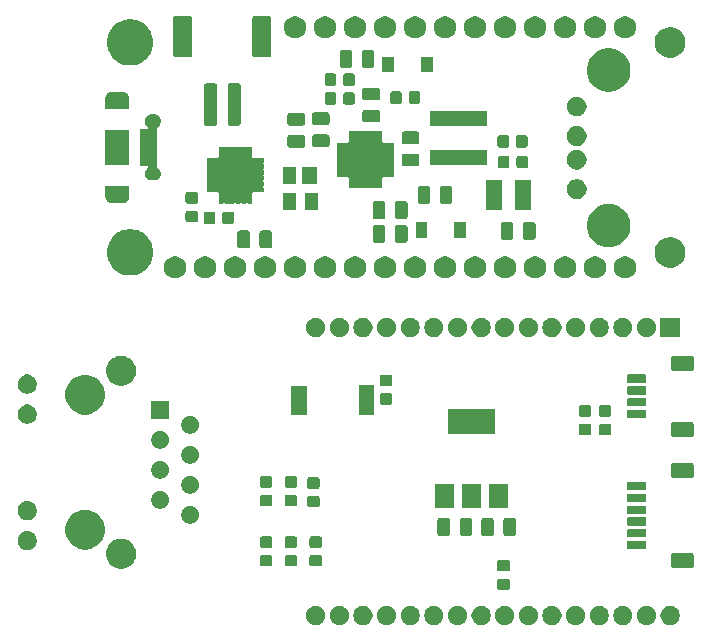
<source format=gts>
G04 #@! TF.GenerationSoftware,KiCad,Pcbnew,(5.1.5)-3*
G04 #@! TF.CreationDate,2020-04-21T19:07:54+10:00*
G04 #@! TF.ProjectId,Onion_Feather,4f6e696f-6e5f-4466-9561-746865722e6b,rev?*
G04 #@! TF.SameCoordinates,Original*
G04 #@! TF.FileFunction,Soldermask,Top*
G04 #@! TF.FilePolarity,Negative*
%FSLAX46Y46*%
G04 Gerber Fmt 4.6, Leading zero omitted, Abs format (unit mm)*
G04 Created by KiCad (PCBNEW (5.1.5)-3) date 2020-04-21 19:07:54*
%MOMM*%
%LPD*%
G04 APERTURE LIST*
%ADD10C,0.100000*%
G04 APERTURE END LIST*
D10*
G36*
X165337142Y-111248242D02*
G01*
X165485101Y-111309529D01*
X165618255Y-111398499D01*
X165731501Y-111511745D01*
X165820471Y-111644899D01*
X165881758Y-111792858D01*
X165913000Y-111949925D01*
X165913000Y-112110075D01*
X165881758Y-112267142D01*
X165820471Y-112415101D01*
X165731501Y-112548255D01*
X165618255Y-112661501D01*
X165485101Y-112750471D01*
X165337142Y-112811758D01*
X165180075Y-112843000D01*
X165019925Y-112843000D01*
X164862858Y-112811758D01*
X164714899Y-112750471D01*
X164581745Y-112661501D01*
X164468499Y-112548255D01*
X164379529Y-112415101D01*
X164318242Y-112267142D01*
X164287000Y-112110075D01*
X164287000Y-111949925D01*
X164318242Y-111792858D01*
X164379529Y-111644899D01*
X164468499Y-111511745D01*
X164581745Y-111398499D01*
X164714899Y-111309529D01*
X164862858Y-111248242D01*
X165019925Y-111217000D01*
X165180075Y-111217000D01*
X165337142Y-111248242D01*
G37*
G36*
X149337142Y-111248242D02*
G01*
X149485101Y-111309529D01*
X149618255Y-111398499D01*
X149731501Y-111511745D01*
X149820471Y-111644899D01*
X149881758Y-111792858D01*
X149913000Y-111949925D01*
X149913000Y-112110075D01*
X149881758Y-112267142D01*
X149820471Y-112415101D01*
X149731501Y-112548255D01*
X149618255Y-112661501D01*
X149485101Y-112750471D01*
X149337142Y-112811758D01*
X149180075Y-112843000D01*
X149019925Y-112843000D01*
X148862858Y-112811758D01*
X148714899Y-112750471D01*
X148581745Y-112661501D01*
X148468499Y-112548255D01*
X148379529Y-112415101D01*
X148318242Y-112267142D01*
X148287000Y-112110075D01*
X148287000Y-111949925D01*
X148318242Y-111792858D01*
X148379529Y-111644899D01*
X148468499Y-111511745D01*
X148581745Y-111398499D01*
X148714899Y-111309529D01*
X148862858Y-111248242D01*
X149019925Y-111217000D01*
X149180075Y-111217000D01*
X149337142Y-111248242D01*
G37*
G36*
X135337142Y-111248242D02*
G01*
X135485101Y-111309529D01*
X135618255Y-111398499D01*
X135731501Y-111511745D01*
X135820471Y-111644899D01*
X135881758Y-111792858D01*
X135913000Y-111949925D01*
X135913000Y-112110075D01*
X135881758Y-112267142D01*
X135820471Y-112415101D01*
X135731501Y-112548255D01*
X135618255Y-112661501D01*
X135485101Y-112750471D01*
X135337142Y-112811758D01*
X135180075Y-112843000D01*
X135019925Y-112843000D01*
X134862858Y-112811758D01*
X134714899Y-112750471D01*
X134581745Y-112661501D01*
X134468499Y-112548255D01*
X134379529Y-112415101D01*
X134318242Y-112267142D01*
X134287000Y-112110075D01*
X134287000Y-111949925D01*
X134318242Y-111792858D01*
X134379529Y-111644899D01*
X134468499Y-111511745D01*
X134581745Y-111398499D01*
X134714899Y-111309529D01*
X134862858Y-111248242D01*
X135019925Y-111217000D01*
X135180075Y-111217000D01*
X135337142Y-111248242D01*
G37*
G36*
X137337142Y-111248242D02*
G01*
X137485101Y-111309529D01*
X137618255Y-111398499D01*
X137731501Y-111511745D01*
X137820471Y-111644899D01*
X137881758Y-111792858D01*
X137913000Y-111949925D01*
X137913000Y-112110075D01*
X137881758Y-112267142D01*
X137820471Y-112415101D01*
X137731501Y-112548255D01*
X137618255Y-112661501D01*
X137485101Y-112750471D01*
X137337142Y-112811758D01*
X137180075Y-112843000D01*
X137019925Y-112843000D01*
X136862858Y-112811758D01*
X136714899Y-112750471D01*
X136581745Y-112661501D01*
X136468499Y-112548255D01*
X136379529Y-112415101D01*
X136318242Y-112267142D01*
X136287000Y-112110075D01*
X136287000Y-111949925D01*
X136318242Y-111792858D01*
X136379529Y-111644899D01*
X136468499Y-111511745D01*
X136581745Y-111398499D01*
X136714899Y-111309529D01*
X136862858Y-111248242D01*
X137019925Y-111217000D01*
X137180075Y-111217000D01*
X137337142Y-111248242D01*
G37*
G36*
X139337142Y-111248242D02*
G01*
X139485101Y-111309529D01*
X139618255Y-111398499D01*
X139731501Y-111511745D01*
X139820471Y-111644899D01*
X139881758Y-111792858D01*
X139913000Y-111949925D01*
X139913000Y-112110075D01*
X139881758Y-112267142D01*
X139820471Y-112415101D01*
X139731501Y-112548255D01*
X139618255Y-112661501D01*
X139485101Y-112750471D01*
X139337142Y-112811758D01*
X139180075Y-112843000D01*
X139019925Y-112843000D01*
X138862858Y-112811758D01*
X138714899Y-112750471D01*
X138581745Y-112661501D01*
X138468499Y-112548255D01*
X138379529Y-112415101D01*
X138318242Y-112267142D01*
X138287000Y-112110075D01*
X138287000Y-111949925D01*
X138318242Y-111792858D01*
X138379529Y-111644899D01*
X138468499Y-111511745D01*
X138581745Y-111398499D01*
X138714899Y-111309529D01*
X138862858Y-111248242D01*
X139019925Y-111217000D01*
X139180075Y-111217000D01*
X139337142Y-111248242D01*
G37*
G36*
X141337142Y-111248242D02*
G01*
X141485101Y-111309529D01*
X141618255Y-111398499D01*
X141731501Y-111511745D01*
X141820471Y-111644899D01*
X141881758Y-111792858D01*
X141913000Y-111949925D01*
X141913000Y-112110075D01*
X141881758Y-112267142D01*
X141820471Y-112415101D01*
X141731501Y-112548255D01*
X141618255Y-112661501D01*
X141485101Y-112750471D01*
X141337142Y-112811758D01*
X141180075Y-112843000D01*
X141019925Y-112843000D01*
X140862858Y-112811758D01*
X140714899Y-112750471D01*
X140581745Y-112661501D01*
X140468499Y-112548255D01*
X140379529Y-112415101D01*
X140318242Y-112267142D01*
X140287000Y-112110075D01*
X140287000Y-111949925D01*
X140318242Y-111792858D01*
X140379529Y-111644899D01*
X140468499Y-111511745D01*
X140581745Y-111398499D01*
X140714899Y-111309529D01*
X140862858Y-111248242D01*
X141019925Y-111217000D01*
X141180075Y-111217000D01*
X141337142Y-111248242D01*
G37*
G36*
X143337142Y-111248242D02*
G01*
X143485101Y-111309529D01*
X143618255Y-111398499D01*
X143731501Y-111511745D01*
X143820471Y-111644899D01*
X143881758Y-111792858D01*
X143913000Y-111949925D01*
X143913000Y-112110075D01*
X143881758Y-112267142D01*
X143820471Y-112415101D01*
X143731501Y-112548255D01*
X143618255Y-112661501D01*
X143485101Y-112750471D01*
X143337142Y-112811758D01*
X143180075Y-112843000D01*
X143019925Y-112843000D01*
X142862858Y-112811758D01*
X142714899Y-112750471D01*
X142581745Y-112661501D01*
X142468499Y-112548255D01*
X142379529Y-112415101D01*
X142318242Y-112267142D01*
X142287000Y-112110075D01*
X142287000Y-111949925D01*
X142318242Y-111792858D01*
X142379529Y-111644899D01*
X142468499Y-111511745D01*
X142581745Y-111398499D01*
X142714899Y-111309529D01*
X142862858Y-111248242D01*
X143019925Y-111217000D01*
X143180075Y-111217000D01*
X143337142Y-111248242D01*
G37*
G36*
X145337142Y-111248242D02*
G01*
X145485101Y-111309529D01*
X145618255Y-111398499D01*
X145731501Y-111511745D01*
X145820471Y-111644899D01*
X145881758Y-111792858D01*
X145913000Y-111949925D01*
X145913000Y-112110075D01*
X145881758Y-112267142D01*
X145820471Y-112415101D01*
X145731501Y-112548255D01*
X145618255Y-112661501D01*
X145485101Y-112750471D01*
X145337142Y-112811758D01*
X145180075Y-112843000D01*
X145019925Y-112843000D01*
X144862858Y-112811758D01*
X144714899Y-112750471D01*
X144581745Y-112661501D01*
X144468499Y-112548255D01*
X144379529Y-112415101D01*
X144318242Y-112267142D01*
X144287000Y-112110075D01*
X144287000Y-111949925D01*
X144318242Y-111792858D01*
X144379529Y-111644899D01*
X144468499Y-111511745D01*
X144581745Y-111398499D01*
X144714899Y-111309529D01*
X144862858Y-111248242D01*
X145019925Y-111217000D01*
X145180075Y-111217000D01*
X145337142Y-111248242D01*
G37*
G36*
X147337142Y-111248242D02*
G01*
X147485101Y-111309529D01*
X147618255Y-111398499D01*
X147731501Y-111511745D01*
X147820471Y-111644899D01*
X147881758Y-111792858D01*
X147913000Y-111949925D01*
X147913000Y-112110075D01*
X147881758Y-112267142D01*
X147820471Y-112415101D01*
X147731501Y-112548255D01*
X147618255Y-112661501D01*
X147485101Y-112750471D01*
X147337142Y-112811758D01*
X147180075Y-112843000D01*
X147019925Y-112843000D01*
X146862858Y-112811758D01*
X146714899Y-112750471D01*
X146581745Y-112661501D01*
X146468499Y-112548255D01*
X146379529Y-112415101D01*
X146318242Y-112267142D01*
X146287000Y-112110075D01*
X146287000Y-111949925D01*
X146318242Y-111792858D01*
X146379529Y-111644899D01*
X146468499Y-111511745D01*
X146581745Y-111398499D01*
X146714899Y-111309529D01*
X146862858Y-111248242D01*
X147019925Y-111217000D01*
X147180075Y-111217000D01*
X147337142Y-111248242D01*
G37*
G36*
X153337142Y-111248242D02*
G01*
X153485101Y-111309529D01*
X153618255Y-111398499D01*
X153731501Y-111511745D01*
X153820471Y-111644899D01*
X153881758Y-111792858D01*
X153913000Y-111949925D01*
X153913000Y-112110075D01*
X153881758Y-112267142D01*
X153820471Y-112415101D01*
X153731501Y-112548255D01*
X153618255Y-112661501D01*
X153485101Y-112750471D01*
X153337142Y-112811758D01*
X153180075Y-112843000D01*
X153019925Y-112843000D01*
X152862858Y-112811758D01*
X152714899Y-112750471D01*
X152581745Y-112661501D01*
X152468499Y-112548255D01*
X152379529Y-112415101D01*
X152318242Y-112267142D01*
X152287000Y-112110075D01*
X152287000Y-111949925D01*
X152318242Y-111792858D01*
X152379529Y-111644899D01*
X152468499Y-111511745D01*
X152581745Y-111398499D01*
X152714899Y-111309529D01*
X152862858Y-111248242D01*
X153019925Y-111217000D01*
X153180075Y-111217000D01*
X153337142Y-111248242D01*
G37*
G36*
X151337142Y-111248242D02*
G01*
X151485101Y-111309529D01*
X151618255Y-111398499D01*
X151731501Y-111511745D01*
X151820471Y-111644899D01*
X151881758Y-111792858D01*
X151913000Y-111949925D01*
X151913000Y-112110075D01*
X151881758Y-112267142D01*
X151820471Y-112415101D01*
X151731501Y-112548255D01*
X151618255Y-112661501D01*
X151485101Y-112750471D01*
X151337142Y-112811758D01*
X151180075Y-112843000D01*
X151019925Y-112843000D01*
X150862858Y-112811758D01*
X150714899Y-112750471D01*
X150581745Y-112661501D01*
X150468499Y-112548255D01*
X150379529Y-112415101D01*
X150318242Y-112267142D01*
X150287000Y-112110075D01*
X150287000Y-111949925D01*
X150318242Y-111792858D01*
X150379529Y-111644899D01*
X150468499Y-111511745D01*
X150581745Y-111398499D01*
X150714899Y-111309529D01*
X150862858Y-111248242D01*
X151019925Y-111217000D01*
X151180075Y-111217000D01*
X151337142Y-111248242D01*
G37*
G36*
X163337142Y-111248242D02*
G01*
X163485101Y-111309529D01*
X163618255Y-111398499D01*
X163731501Y-111511745D01*
X163820471Y-111644899D01*
X163881758Y-111792858D01*
X163913000Y-111949925D01*
X163913000Y-112110075D01*
X163881758Y-112267142D01*
X163820471Y-112415101D01*
X163731501Y-112548255D01*
X163618255Y-112661501D01*
X163485101Y-112750471D01*
X163337142Y-112811758D01*
X163180075Y-112843000D01*
X163019925Y-112843000D01*
X162862858Y-112811758D01*
X162714899Y-112750471D01*
X162581745Y-112661501D01*
X162468499Y-112548255D01*
X162379529Y-112415101D01*
X162318242Y-112267142D01*
X162287000Y-112110075D01*
X162287000Y-111949925D01*
X162318242Y-111792858D01*
X162379529Y-111644899D01*
X162468499Y-111511745D01*
X162581745Y-111398499D01*
X162714899Y-111309529D01*
X162862858Y-111248242D01*
X163019925Y-111217000D01*
X163180075Y-111217000D01*
X163337142Y-111248242D01*
G37*
G36*
X161337142Y-111248242D02*
G01*
X161485101Y-111309529D01*
X161618255Y-111398499D01*
X161731501Y-111511745D01*
X161820471Y-111644899D01*
X161881758Y-111792858D01*
X161913000Y-111949925D01*
X161913000Y-112110075D01*
X161881758Y-112267142D01*
X161820471Y-112415101D01*
X161731501Y-112548255D01*
X161618255Y-112661501D01*
X161485101Y-112750471D01*
X161337142Y-112811758D01*
X161180075Y-112843000D01*
X161019925Y-112843000D01*
X160862858Y-112811758D01*
X160714899Y-112750471D01*
X160581745Y-112661501D01*
X160468499Y-112548255D01*
X160379529Y-112415101D01*
X160318242Y-112267142D01*
X160287000Y-112110075D01*
X160287000Y-111949925D01*
X160318242Y-111792858D01*
X160379529Y-111644899D01*
X160468499Y-111511745D01*
X160581745Y-111398499D01*
X160714899Y-111309529D01*
X160862858Y-111248242D01*
X161019925Y-111217000D01*
X161180075Y-111217000D01*
X161337142Y-111248242D01*
G37*
G36*
X157337142Y-111248242D02*
G01*
X157485101Y-111309529D01*
X157618255Y-111398499D01*
X157731501Y-111511745D01*
X157820471Y-111644899D01*
X157881758Y-111792858D01*
X157913000Y-111949925D01*
X157913000Y-112110075D01*
X157881758Y-112267142D01*
X157820471Y-112415101D01*
X157731501Y-112548255D01*
X157618255Y-112661501D01*
X157485101Y-112750471D01*
X157337142Y-112811758D01*
X157180075Y-112843000D01*
X157019925Y-112843000D01*
X156862858Y-112811758D01*
X156714899Y-112750471D01*
X156581745Y-112661501D01*
X156468499Y-112548255D01*
X156379529Y-112415101D01*
X156318242Y-112267142D01*
X156287000Y-112110075D01*
X156287000Y-111949925D01*
X156318242Y-111792858D01*
X156379529Y-111644899D01*
X156468499Y-111511745D01*
X156581745Y-111398499D01*
X156714899Y-111309529D01*
X156862858Y-111248242D01*
X157019925Y-111217000D01*
X157180075Y-111217000D01*
X157337142Y-111248242D01*
G37*
G36*
X155337142Y-111248242D02*
G01*
X155485101Y-111309529D01*
X155618255Y-111398499D01*
X155731501Y-111511745D01*
X155820471Y-111644899D01*
X155881758Y-111792858D01*
X155913000Y-111949925D01*
X155913000Y-112110075D01*
X155881758Y-112267142D01*
X155820471Y-112415101D01*
X155731501Y-112548255D01*
X155618255Y-112661501D01*
X155485101Y-112750471D01*
X155337142Y-112811758D01*
X155180075Y-112843000D01*
X155019925Y-112843000D01*
X154862858Y-112811758D01*
X154714899Y-112750471D01*
X154581745Y-112661501D01*
X154468499Y-112548255D01*
X154379529Y-112415101D01*
X154318242Y-112267142D01*
X154287000Y-112110075D01*
X154287000Y-111949925D01*
X154318242Y-111792858D01*
X154379529Y-111644899D01*
X154468499Y-111511745D01*
X154581745Y-111398499D01*
X154714899Y-111309529D01*
X154862858Y-111248242D01*
X155019925Y-111217000D01*
X155180075Y-111217000D01*
X155337142Y-111248242D01*
G37*
G36*
X159337142Y-111248242D02*
G01*
X159485101Y-111309529D01*
X159618255Y-111398499D01*
X159731501Y-111511745D01*
X159820471Y-111644899D01*
X159881758Y-111792858D01*
X159913000Y-111949925D01*
X159913000Y-112110075D01*
X159881758Y-112267142D01*
X159820471Y-112415101D01*
X159731501Y-112548255D01*
X159618255Y-112661501D01*
X159485101Y-112750471D01*
X159337142Y-112811758D01*
X159180075Y-112843000D01*
X159019925Y-112843000D01*
X158862858Y-112811758D01*
X158714899Y-112750471D01*
X158581745Y-112661501D01*
X158468499Y-112548255D01*
X158379529Y-112415101D01*
X158318242Y-112267142D01*
X158287000Y-112110075D01*
X158287000Y-111949925D01*
X158318242Y-111792858D01*
X158379529Y-111644899D01*
X158468499Y-111511745D01*
X158581745Y-111398499D01*
X158714899Y-111309529D01*
X158862858Y-111248242D01*
X159019925Y-111217000D01*
X159180075Y-111217000D01*
X159337142Y-111248242D01*
G37*
G36*
X151379591Y-108903085D02*
G01*
X151413569Y-108913393D01*
X151444890Y-108930134D01*
X151472339Y-108952661D01*
X151494866Y-108980110D01*
X151511607Y-109011431D01*
X151521915Y-109045409D01*
X151526000Y-109086890D01*
X151526000Y-109688110D01*
X151521915Y-109729591D01*
X151511607Y-109763569D01*
X151494866Y-109794890D01*
X151472339Y-109822339D01*
X151444890Y-109844866D01*
X151413569Y-109861607D01*
X151379591Y-109871915D01*
X151338110Y-109876000D01*
X150661890Y-109876000D01*
X150620409Y-109871915D01*
X150586431Y-109861607D01*
X150555110Y-109844866D01*
X150527661Y-109822339D01*
X150505134Y-109794890D01*
X150488393Y-109763569D01*
X150478085Y-109729591D01*
X150474000Y-109688110D01*
X150474000Y-109086890D01*
X150478085Y-109045409D01*
X150488393Y-109011431D01*
X150505134Y-108980110D01*
X150527661Y-108952661D01*
X150555110Y-108930134D01*
X150586431Y-108913393D01*
X150620409Y-108903085D01*
X150661890Y-108899000D01*
X151338110Y-108899000D01*
X151379591Y-108903085D01*
G37*
G36*
X151379591Y-107328085D02*
G01*
X151413569Y-107338393D01*
X151444890Y-107355134D01*
X151472339Y-107377661D01*
X151494866Y-107405110D01*
X151511607Y-107436431D01*
X151521915Y-107470409D01*
X151526000Y-107511890D01*
X151526000Y-108113110D01*
X151521915Y-108154591D01*
X151511607Y-108188569D01*
X151494866Y-108219890D01*
X151472339Y-108247339D01*
X151444890Y-108269866D01*
X151413569Y-108286607D01*
X151379591Y-108296915D01*
X151338110Y-108301000D01*
X150661890Y-108301000D01*
X150620409Y-108296915D01*
X150586431Y-108286607D01*
X150555110Y-108269866D01*
X150527661Y-108247339D01*
X150505134Y-108219890D01*
X150488393Y-108188569D01*
X150478085Y-108154591D01*
X150474000Y-108113110D01*
X150474000Y-107511890D01*
X150478085Y-107470409D01*
X150488393Y-107436431D01*
X150505134Y-107405110D01*
X150527661Y-107377661D01*
X150555110Y-107355134D01*
X150586431Y-107338393D01*
X150620409Y-107328085D01*
X150661890Y-107324000D01*
X151338110Y-107324000D01*
X151379591Y-107328085D01*
G37*
G36*
X118991465Y-105580439D02*
G01*
X119223227Y-105676438D01*
X119223228Y-105676439D01*
X119431809Y-105815808D01*
X119609192Y-105993191D01*
X119609193Y-105993193D01*
X119748562Y-106201773D01*
X119844561Y-106433535D01*
X119893500Y-106679570D01*
X119893500Y-106930430D01*
X119844561Y-107176465D01*
X119748562Y-107408227D01*
X119679350Y-107511810D01*
X119609192Y-107616809D01*
X119431809Y-107794192D01*
X119389684Y-107822339D01*
X119223227Y-107933562D01*
X118991465Y-108029561D01*
X118745430Y-108078500D01*
X118494570Y-108078500D01*
X118248535Y-108029561D01*
X118016773Y-107933562D01*
X117850316Y-107822339D01*
X117808191Y-107794192D01*
X117630808Y-107616809D01*
X117560650Y-107511810D01*
X117491438Y-107408227D01*
X117395439Y-107176465D01*
X117346500Y-106930430D01*
X117346500Y-106679570D01*
X117395439Y-106433535D01*
X117491438Y-106201773D01*
X117630807Y-105993193D01*
X117630808Y-105993191D01*
X117808191Y-105815808D01*
X118016772Y-105676439D01*
X118016773Y-105676438D01*
X118248535Y-105580439D01*
X118494570Y-105531500D01*
X118745430Y-105531500D01*
X118991465Y-105580439D01*
G37*
G36*
X166940742Y-106721904D02*
G01*
X166977837Y-106733157D01*
X167012015Y-106751425D01*
X167041981Y-106776019D01*
X167066575Y-106805985D01*
X167084843Y-106840163D01*
X167096096Y-106877258D01*
X167100500Y-106921974D01*
X167100500Y-107815026D01*
X167096096Y-107859742D01*
X167084843Y-107896837D01*
X167066575Y-107931015D01*
X167041981Y-107960981D01*
X167012015Y-107985575D01*
X166977837Y-108003843D01*
X166940742Y-108015096D01*
X166896026Y-108019500D01*
X165402974Y-108019500D01*
X165358258Y-108015096D01*
X165321163Y-108003843D01*
X165286985Y-107985575D01*
X165257019Y-107960981D01*
X165232425Y-107931015D01*
X165214157Y-107896837D01*
X165202904Y-107859742D01*
X165198500Y-107815026D01*
X165198500Y-106921974D01*
X165202904Y-106877258D01*
X165214157Y-106840163D01*
X165232425Y-106805985D01*
X165257019Y-106776019D01*
X165286985Y-106751425D01*
X165321163Y-106733157D01*
X165358258Y-106721904D01*
X165402974Y-106717500D01*
X166896026Y-106717500D01*
X166940742Y-106721904D01*
G37*
G36*
X133379591Y-106903085D02*
G01*
X133413569Y-106913393D01*
X133444890Y-106930134D01*
X133472339Y-106952661D01*
X133494866Y-106980110D01*
X133511607Y-107011431D01*
X133521915Y-107045409D01*
X133526000Y-107086890D01*
X133526000Y-107688110D01*
X133521915Y-107729591D01*
X133511607Y-107763569D01*
X133494866Y-107794890D01*
X133472339Y-107822339D01*
X133444890Y-107844866D01*
X133413569Y-107861607D01*
X133379591Y-107871915D01*
X133338110Y-107876000D01*
X132661890Y-107876000D01*
X132620409Y-107871915D01*
X132586431Y-107861607D01*
X132555110Y-107844866D01*
X132527661Y-107822339D01*
X132505134Y-107794890D01*
X132488393Y-107763569D01*
X132478085Y-107729591D01*
X132474000Y-107688110D01*
X132474000Y-107086890D01*
X132478085Y-107045409D01*
X132488393Y-107011431D01*
X132505134Y-106980110D01*
X132527661Y-106952661D01*
X132555110Y-106930134D01*
X132586431Y-106913393D01*
X132620409Y-106903085D01*
X132661890Y-106899000D01*
X133338110Y-106899000D01*
X133379591Y-106903085D01*
G37*
G36*
X135479591Y-106903085D02*
G01*
X135513569Y-106913393D01*
X135544890Y-106930134D01*
X135572339Y-106952661D01*
X135594866Y-106980110D01*
X135611607Y-107011431D01*
X135621915Y-107045409D01*
X135626000Y-107086890D01*
X135626000Y-107688110D01*
X135621915Y-107729591D01*
X135611607Y-107763569D01*
X135594866Y-107794890D01*
X135572339Y-107822339D01*
X135544890Y-107844866D01*
X135513569Y-107861607D01*
X135479591Y-107871915D01*
X135438110Y-107876000D01*
X134761890Y-107876000D01*
X134720409Y-107871915D01*
X134686431Y-107861607D01*
X134655110Y-107844866D01*
X134627661Y-107822339D01*
X134605134Y-107794890D01*
X134588393Y-107763569D01*
X134578085Y-107729591D01*
X134574000Y-107688110D01*
X134574000Y-107086890D01*
X134578085Y-107045409D01*
X134588393Y-107011431D01*
X134605134Y-106980110D01*
X134627661Y-106952661D01*
X134655110Y-106930134D01*
X134686431Y-106913393D01*
X134720409Y-106903085D01*
X134761890Y-106899000D01*
X135438110Y-106899000D01*
X135479591Y-106903085D01*
G37*
G36*
X131279591Y-106903085D02*
G01*
X131313569Y-106913393D01*
X131344890Y-106930134D01*
X131372339Y-106952661D01*
X131394866Y-106980110D01*
X131411607Y-107011431D01*
X131421915Y-107045409D01*
X131426000Y-107086890D01*
X131426000Y-107688110D01*
X131421915Y-107729591D01*
X131411607Y-107763569D01*
X131394866Y-107794890D01*
X131372339Y-107822339D01*
X131344890Y-107844866D01*
X131313569Y-107861607D01*
X131279591Y-107871915D01*
X131238110Y-107876000D01*
X130561890Y-107876000D01*
X130520409Y-107871915D01*
X130486431Y-107861607D01*
X130455110Y-107844866D01*
X130427661Y-107822339D01*
X130405134Y-107794890D01*
X130388393Y-107763569D01*
X130378085Y-107729591D01*
X130374000Y-107688110D01*
X130374000Y-107086890D01*
X130378085Y-107045409D01*
X130388393Y-107011431D01*
X130405134Y-106980110D01*
X130427661Y-106952661D01*
X130455110Y-106930134D01*
X130486431Y-106913393D01*
X130520409Y-106903085D01*
X130561890Y-106899000D01*
X131238110Y-106899000D01*
X131279591Y-106903085D01*
G37*
G36*
X110908017Y-104900358D02*
G01*
X110982270Y-104931115D01*
X111056521Y-104961870D01*
X111056522Y-104961871D01*
X111190167Y-105051169D01*
X111303831Y-105164833D01*
X111336694Y-105214017D01*
X111393130Y-105298479D01*
X111423885Y-105372730D01*
X111454642Y-105446983D01*
X111486000Y-105604630D01*
X111486000Y-105765370D01*
X111454642Y-105923017D01*
X111425575Y-105993191D01*
X111393130Y-106071521D01*
X111393129Y-106071522D01*
X111303831Y-106205167D01*
X111190167Y-106318831D01*
X111115165Y-106368945D01*
X111056521Y-106408130D01*
X110995189Y-106433534D01*
X110908017Y-106469642D01*
X110750370Y-106501000D01*
X110589630Y-106501000D01*
X110431983Y-106469642D01*
X110344811Y-106433534D01*
X110283479Y-106408130D01*
X110224835Y-106368945D01*
X110149833Y-106318831D01*
X110036169Y-106205167D01*
X109946871Y-106071522D01*
X109946870Y-106071521D01*
X109914425Y-105993191D01*
X109885358Y-105923017D01*
X109854000Y-105765370D01*
X109854000Y-105604630D01*
X109885358Y-105446983D01*
X109916115Y-105372730D01*
X109946870Y-105298479D01*
X110003306Y-105214017D01*
X110036169Y-105164833D01*
X110149833Y-105051169D01*
X110283478Y-104961871D01*
X110283479Y-104961870D01*
X110431983Y-104900358D01*
X110589630Y-104869000D01*
X110750370Y-104869000D01*
X110908017Y-104900358D01*
G37*
G36*
X115896971Y-103131204D02*
G01*
X116058871Y-103163408D01*
X116363883Y-103289748D01*
X116638387Y-103473166D01*
X116871834Y-103706613D01*
X117055252Y-103981117D01*
X117181592Y-104286129D01*
X117246000Y-104609928D01*
X117246000Y-104940072D01*
X117181592Y-105263871D01*
X117055252Y-105568883D01*
X116871834Y-105843387D01*
X116638387Y-106076834D01*
X116363883Y-106260252D01*
X116058871Y-106386592D01*
X115939482Y-106410340D01*
X115735073Y-106451000D01*
X115404927Y-106451000D01*
X115200518Y-106410340D01*
X115081129Y-106386592D01*
X114776117Y-106260252D01*
X114501613Y-106076834D01*
X114268166Y-105843387D01*
X114084748Y-105568883D01*
X113958408Y-105263871D01*
X113894000Y-104940072D01*
X113894000Y-104609928D01*
X113958408Y-104286129D01*
X114084748Y-103981117D01*
X114268166Y-103706613D01*
X114501613Y-103473166D01*
X114776117Y-103289748D01*
X115081129Y-103163408D01*
X115243029Y-103131204D01*
X115404927Y-103099000D01*
X115735073Y-103099000D01*
X115896971Y-103131204D01*
G37*
G36*
X163009428Y-105720264D02*
G01*
X163030509Y-105726660D01*
X163049945Y-105737048D01*
X163066976Y-105751024D01*
X163080952Y-105768055D01*
X163091340Y-105787491D01*
X163097736Y-105808572D01*
X163100500Y-105836640D01*
X163100500Y-106300360D01*
X163097736Y-106328428D01*
X163091340Y-106349509D01*
X163080952Y-106368945D01*
X163066976Y-106385976D01*
X163049945Y-106399952D01*
X163030509Y-106410340D01*
X163009428Y-106416736D01*
X162981360Y-106419500D01*
X161567640Y-106419500D01*
X161539572Y-106416736D01*
X161518491Y-106410340D01*
X161499055Y-106399952D01*
X161482024Y-106385976D01*
X161468048Y-106368945D01*
X161457660Y-106349509D01*
X161451264Y-106328428D01*
X161448500Y-106300360D01*
X161448500Y-105836640D01*
X161451264Y-105808572D01*
X161457660Y-105787491D01*
X161468048Y-105768055D01*
X161482024Y-105751024D01*
X161499055Y-105737048D01*
X161518491Y-105726660D01*
X161539572Y-105720264D01*
X161567640Y-105717500D01*
X162981360Y-105717500D01*
X163009428Y-105720264D01*
G37*
G36*
X135479591Y-105328085D02*
G01*
X135513569Y-105338393D01*
X135544890Y-105355134D01*
X135572339Y-105377661D01*
X135594866Y-105405110D01*
X135611607Y-105436431D01*
X135621915Y-105470409D01*
X135626000Y-105511890D01*
X135626000Y-106113110D01*
X135621915Y-106154591D01*
X135611607Y-106188569D01*
X135594866Y-106219890D01*
X135572339Y-106247339D01*
X135544890Y-106269866D01*
X135513569Y-106286607D01*
X135479591Y-106296915D01*
X135438110Y-106301000D01*
X134761890Y-106301000D01*
X134720409Y-106296915D01*
X134686431Y-106286607D01*
X134655110Y-106269866D01*
X134627661Y-106247339D01*
X134605134Y-106219890D01*
X134588393Y-106188569D01*
X134578085Y-106154591D01*
X134574000Y-106113110D01*
X134574000Y-105511890D01*
X134578085Y-105470409D01*
X134588393Y-105436431D01*
X134605134Y-105405110D01*
X134627661Y-105377661D01*
X134655110Y-105355134D01*
X134686431Y-105338393D01*
X134720409Y-105328085D01*
X134761890Y-105324000D01*
X135438110Y-105324000D01*
X135479591Y-105328085D01*
G37*
G36*
X131279591Y-105328085D02*
G01*
X131313569Y-105338393D01*
X131344890Y-105355134D01*
X131372339Y-105377661D01*
X131394866Y-105405110D01*
X131411607Y-105436431D01*
X131421915Y-105470409D01*
X131426000Y-105511890D01*
X131426000Y-106113110D01*
X131421915Y-106154591D01*
X131411607Y-106188569D01*
X131394866Y-106219890D01*
X131372339Y-106247339D01*
X131344890Y-106269866D01*
X131313569Y-106286607D01*
X131279591Y-106296915D01*
X131238110Y-106301000D01*
X130561890Y-106301000D01*
X130520409Y-106296915D01*
X130486431Y-106286607D01*
X130455110Y-106269866D01*
X130427661Y-106247339D01*
X130405134Y-106219890D01*
X130388393Y-106188569D01*
X130378085Y-106154591D01*
X130374000Y-106113110D01*
X130374000Y-105511890D01*
X130378085Y-105470409D01*
X130388393Y-105436431D01*
X130405134Y-105405110D01*
X130427661Y-105377661D01*
X130455110Y-105355134D01*
X130486431Y-105338393D01*
X130520409Y-105328085D01*
X130561890Y-105324000D01*
X131238110Y-105324000D01*
X131279591Y-105328085D01*
G37*
G36*
X133379591Y-105328085D02*
G01*
X133413569Y-105338393D01*
X133444890Y-105355134D01*
X133472339Y-105377661D01*
X133494866Y-105405110D01*
X133511607Y-105436431D01*
X133521915Y-105470409D01*
X133526000Y-105511890D01*
X133526000Y-106113110D01*
X133521915Y-106154591D01*
X133511607Y-106188569D01*
X133494866Y-106219890D01*
X133472339Y-106247339D01*
X133444890Y-106269866D01*
X133413569Y-106286607D01*
X133379591Y-106296915D01*
X133338110Y-106301000D01*
X132661890Y-106301000D01*
X132620409Y-106296915D01*
X132586431Y-106286607D01*
X132555110Y-106269866D01*
X132527661Y-106247339D01*
X132505134Y-106219890D01*
X132488393Y-106188569D01*
X132478085Y-106154591D01*
X132474000Y-106113110D01*
X132474000Y-105511890D01*
X132478085Y-105470409D01*
X132488393Y-105436431D01*
X132505134Y-105405110D01*
X132527661Y-105377661D01*
X132555110Y-105355134D01*
X132586431Y-105338393D01*
X132620409Y-105328085D01*
X132661890Y-105324000D01*
X133338110Y-105324000D01*
X133379591Y-105328085D01*
G37*
G36*
X163009428Y-104720264D02*
G01*
X163030509Y-104726660D01*
X163049945Y-104737048D01*
X163066976Y-104751024D01*
X163080952Y-104768055D01*
X163091340Y-104787491D01*
X163097736Y-104808572D01*
X163100500Y-104836640D01*
X163100500Y-105300360D01*
X163097736Y-105328428D01*
X163091340Y-105349509D01*
X163080952Y-105368945D01*
X163066976Y-105385976D01*
X163049945Y-105399952D01*
X163030509Y-105410340D01*
X163009428Y-105416736D01*
X162981360Y-105419500D01*
X161567640Y-105419500D01*
X161539572Y-105416736D01*
X161518491Y-105410340D01*
X161499055Y-105399952D01*
X161482024Y-105385976D01*
X161468048Y-105368945D01*
X161457660Y-105349509D01*
X161451264Y-105328428D01*
X161448500Y-105300360D01*
X161448500Y-104836640D01*
X161451264Y-104808572D01*
X161457660Y-104787491D01*
X161468048Y-104768055D01*
X161482024Y-104751024D01*
X161499055Y-104737048D01*
X161518491Y-104726660D01*
X161539572Y-104720264D01*
X161567640Y-104717500D01*
X162981360Y-104717500D01*
X163009428Y-104720264D01*
G37*
G36*
X148187468Y-103777565D02*
G01*
X148226138Y-103789296D01*
X148261777Y-103808346D01*
X148293017Y-103833983D01*
X148318654Y-103865223D01*
X148337704Y-103900862D01*
X148349435Y-103939532D01*
X148354000Y-103985888D01*
X148354000Y-105062112D01*
X148349435Y-105108468D01*
X148337704Y-105147138D01*
X148318654Y-105182777D01*
X148293017Y-105214017D01*
X148261777Y-105239654D01*
X148226138Y-105258704D01*
X148187468Y-105270435D01*
X148141112Y-105275000D01*
X147489888Y-105275000D01*
X147443532Y-105270435D01*
X147404862Y-105258704D01*
X147369223Y-105239654D01*
X147337983Y-105214017D01*
X147312346Y-105182777D01*
X147293296Y-105147138D01*
X147281565Y-105108468D01*
X147277000Y-105062112D01*
X147277000Y-103985888D01*
X147281565Y-103939532D01*
X147293296Y-103900862D01*
X147312346Y-103865223D01*
X147337983Y-103833983D01*
X147369223Y-103808346D01*
X147404862Y-103789296D01*
X147443532Y-103777565D01*
X147489888Y-103773000D01*
X148141112Y-103773000D01*
X148187468Y-103777565D01*
G37*
G36*
X150019468Y-103777565D02*
G01*
X150058138Y-103789296D01*
X150093777Y-103808346D01*
X150125017Y-103833983D01*
X150150654Y-103865223D01*
X150169704Y-103900862D01*
X150181435Y-103939532D01*
X150186000Y-103985888D01*
X150186000Y-105062112D01*
X150181435Y-105108468D01*
X150169704Y-105147138D01*
X150150654Y-105182777D01*
X150125017Y-105214017D01*
X150093777Y-105239654D01*
X150058138Y-105258704D01*
X150019468Y-105270435D01*
X149973112Y-105275000D01*
X149321888Y-105275000D01*
X149275532Y-105270435D01*
X149236862Y-105258704D01*
X149201223Y-105239654D01*
X149169983Y-105214017D01*
X149144346Y-105182777D01*
X149125296Y-105147138D01*
X149113565Y-105108468D01*
X149109000Y-105062112D01*
X149109000Y-103985888D01*
X149113565Y-103939532D01*
X149125296Y-103900862D01*
X149144346Y-103865223D01*
X149169983Y-103833983D01*
X149201223Y-103808346D01*
X149236862Y-103789296D01*
X149275532Y-103777565D01*
X149321888Y-103773000D01*
X149973112Y-103773000D01*
X150019468Y-103777565D01*
G37*
G36*
X151894468Y-103777565D02*
G01*
X151933138Y-103789296D01*
X151968777Y-103808346D01*
X152000017Y-103833983D01*
X152025654Y-103865223D01*
X152044704Y-103900862D01*
X152056435Y-103939532D01*
X152061000Y-103985888D01*
X152061000Y-105062112D01*
X152056435Y-105108468D01*
X152044704Y-105147138D01*
X152025654Y-105182777D01*
X152000017Y-105214017D01*
X151968777Y-105239654D01*
X151933138Y-105258704D01*
X151894468Y-105270435D01*
X151848112Y-105275000D01*
X151196888Y-105275000D01*
X151150532Y-105270435D01*
X151111862Y-105258704D01*
X151076223Y-105239654D01*
X151044983Y-105214017D01*
X151019346Y-105182777D01*
X151000296Y-105147138D01*
X150988565Y-105108468D01*
X150984000Y-105062112D01*
X150984000Y-103985888D01*
X150988565Y-103939532D01*
X151000296Y-103900862D01*
X151019346Y-103865223D01*
X151044983Y-103833983D01*
X151076223Y-103808346D01*
X151111862Y-103789296D01*
X151150532Y-103777565D01*
X151196888Y-103773000D01*
X151848112Y-103773000D01*
X151894468Y-103777565D01*
G37*
G36*
X146312468Y-103777565D02*
G01*
X146351138Y-103789296D01*
X146386777Y-103808346D01*
X146418017Y-103833983D01*
X146443654Y-103865223D01*
X146462704Y-103900862D01*
X146474435Y-103939532D01*
X146479000Y-103985888D01*
X146479000Y-105062112D01*
X146474435Y-105108468D01*
X146462704Y-105147138D01*
X146443654Y-105182777D01*
X146418017Y-105214017D01*
X146386777Y-105239654D01*
X146351138Y-105258704D01*
X146312468Y-105270435D01*
X146266112Y-105275000D01*
X145614888Y-105275000D01*
X145568532Y-105270435D01*
X145529862Y-105258704D01*
X145494223Y-105239654D01*
X145462983Y-105214017D01*
X145437346Y-105182777D01*
X145418296Y-105147138D01*
X145406565Y-105108468D01*
X145402000Y-105062112D01*
X145402000Y-103985888D01*
X145406565Y-103939532D01*
X145418296Y-103900862D01*
X145437346Y-103865223D01*
X145462983Y-103833983D01*
X145494223Y-103808346D01*
X145529862Y-103789296D01*
X145568532Y-103777565D01*
X145614888Y-103773000D01*
X146266112Y-103773000D01*
X146312468Y-103777565D01*
G37*
G36*
X163009428Y-103720264D02*
G01*
X163030509Y-103726660D01*
X163049945Y-103737048D01*
X163066976Y-103751024D01*
X163080952Y-103768055D01*
X163091340Y-103787491D01*
X163097736Y-103808572D01*
X163100500Y-103836640D01*
X163100500Y-104300360D01*
X163097736Y-104328428D01*
X163091340Y-104349509D01*
X163080952Y-104368945D01*
X163066976Y-104385976D01*
X163049945Y-104399952D01*
X163030509Y-104410340D01*
X163009428Y-104416736D01*
X162981360Y-104419500D01*
X161567640Y-104419500D01*
X161539572Y-104416736D01*
X161518491Y-104410340D01*
X161499055Y-104399952D01*
X161482024Y-104385976D01*
X161468048Y-104368945D01*
X161457660Y-104349509D01*
X161451264Y-104328428D01*
X161448500Y-104300360D01*
X161448500Y-103836640D01*
X161451264Y-103808572D01*
X161457660Y-103787491D01*
X161468048Y-103768055D01*
X161482024Y-103751024D01*
X161499055Y-103737048D01*
X161518491Y-103726660D01*
X161539572Y-103720264D01*
X161567640Y-103717500D01*
X162981360Y-103717500D01*
X163009428Y-103720264D01*
G37*
G36*
X124678766Y-102778821D02*
G01*
X124815257Y-102835358D01*
X124938097Y-102917437D01*
X125042563Y-103021903D01*
X125124642Y-103144743D01*
X125181179Y-103281234D01*
X125210000Y-103426130D01*
X125210000Y-103573870D01*
X125181179Y-103718766D01*
X125124642Y-103855257D01*
X125042563Y-103978097D01*
X124938097Y-104082563D01*
X124815257Y-104164642D01*
X124678766Y-104221179D01*
X124533870Y-104250000D01*
X124386130Y-104250000D01*
X124241234Y-104221179D01*
X124104743Y-104164642D01*
X123981903Y-104082563D01*
X123877437Y-103978097D01*
X123795358Y-103855257D01*
X123738821Y-103718766D01*
X123710000Y-103573870D01*
X123710000Y-103426130D01*
X123738821Y-103281234D01*
X123795358Y-103144743D01*
X123877437Y-103021903D01*
X123981903Y-102917437D01*
X124104743Y-102835358D01*
X124241234Y-102778821D01*
X124386130Y-102750000D01*
X124533870Y-102750000D01*
X124678766Y-102778821D01*
G37*
G36*
X110908017Y-102360358D02*
G01*
X110969864Y-102385976D01*
X111056521Y-102421870D01*
X111056522Y-102421871D01*
X111190167Y-102511169D01*
X111303831Y-102624833D01*
X111346111Y-102688110D01*
X111393130Y-102758479D01*
X111408463Y-102795497D01*
X111454642Y-102906983D01*
X111486000Y-103064630D01*
X111486000Y-103225370D01*
X111454642Y-103383017D01*
X111423885Y-103457270D01*
X111393130Y-103531521D01*
X111393129Y-103531522D01*
X111303831Y-103665167D01*
X111190167Y-103778831D01*
X111103649Y-103836640D01*
X111056521Y-103868130D01*
X110982270Y-103898885D01*
X110908017Y-103929642D01*
X110750370Y-103961000D01*
X110589630Y-103961000D01*
X110431983Y-103929642D01*
X110357730Y-103898885D01*
X110283479Y-103868130D01*
X110236351Y-103836640D01*
X110149833Y-103778831D01*
X110036169Y-103665167D01*
X109946871Y-103531522D01*
X109946870Y-103531521D01*
X109916115Y-103457270D01*
X109885358Y-103383017D01*
X109854000Y-103225370D01*
X109854000Y-103064630D01*
X109885358Y-102906983D01*
X109931537Y-102795497D01*
X109946870Y-102758479D01*
X109993889Y-102688110D01*
X110036169Y-102624833D01*
X110149833Y-102511169D01*
X110283478Y-102421871D01*
X110283479Y-102421870D01*
X110370136Y-102385976D01*
X110431983Y-102360358D01*
X110589630Y-102329000D01*
X110750370Y-102329000D01*
X110908017Y-102360358D01*
G37*
G36*
X163009428Y-102720264D02*
G01*
X163030509Y-102726660D01*
X163049945Y-102737048D01*
X163066976Y-102751024D01*
X163080952Y-102768055D01*
X163091340Y-102787491D01*
X163097736Y-102808572D01*
X163100500Y-102836640D01*
X163100500Y-103300360D01*
X163097736Y-103328428D01*
X163091340Y-103349509D01*
X163080952Y-103368945D01*
X163066976Y-103385976D01*
X163049945Y-103399952D01*
X163030509Y-103410340D01*
X163009428Y-103416736D01*
X162981360Y-103419500D01*
X161567640Y-103419500D01*
X161539572Y-103416736D01*
X161518491Y-103410340D01*
X161499055Y-103399952D01*
X161482024Y-103385976D01*
X161468048Y-103368945D01*
X161457660Y-103349509D01*
X161451264Y-103328428D01*
X161448500Y-103300360D01*
X161448500Y-102836640D01*
X161451264Y-102808572D01*
X161457660Y-102787491D01*
X161468048Y-102768055D01*
X161482024Y-102751024D01*
X161499055Y-102737048D01*
X161518491Y-102726660D01*
X161539572Y-102720264D01*
X161567640Y-102717500D01*
X162981360Y-102717500D01*
X163009428Y-102720264D01*
G37*
G36*
X122138766Y-101508821D02*
G01*
X122275257Y-101565358D01*
X122398097Y-101647437D01*
X122502563Y-101751903D01*
X122584642Y-101874743D01*
X122641179Y-102011234D01*
X122670000Y-102156130D01*
X122670000Y-102303870D01*
X122641179Y-102448766D01*
X122584642Y-102585257D01*
X122502563Y-102708097D01*
X122398097Y-102812563D01*
X122275257Y-102894642D01*
X122138766Y-102951179D01*
X121993870Y-102980000D01*
X121846130Y-102980000D01*
X121701234Y-102951179D01*
X121564743Y-102894642D01*
X121441903Y-102812563D01*
X121337437Y-102708097D01*
X121255358Y-102585257D01*
X121198821Y-102448766D01*
X121170000Y-102303870D01*
X121170000Y-102156130D01*
X121198821Y-102011234D01*
X121255358Y-101874743D01*
X121337437Y-101751903D01*
X121441903Y-101647437D01*
X121564743Y-101565358D01*
X121701234Y-101508821D01*
X121846130Y-101480000D01*
X121993870Y-101480000D01*
X122138766Y-101508821D01*
G37*
G36*
X146791000Y-102959000D02*
G01*
X145189000Y-102959000D01*
X145189000Y-100857000D01*
X146791000Y-100857000D01*
X146791000Y-102959000D01*
G37*
G36*
X151391000Y-102959000D02*
G01*
X149789000Y-102959000D01*
X149789000Y-100857000D01*
X151391000Y-100857000D01*
X151391000Y-102959000D01*
G37*
G36*
X149091000Y-102959000D02*
G01*
X147489000Y-102959000D01*
X147489000Y-100857000D01*
X149091000Y-100857000D01*
X149091000Y-102959000D01*
G37*
G36*
X135279591Y-101903085D02*
G01*
X135313569Y-101913393D01*
X135344890Y-101930134D01*
X135372339Y-101952661D01*
X135394866Y-101980110D01*
X135411607Y-102011431D01*
X135421915Y-102045409D01*
X135426000Y-102086890D01*
X135426000Y-102688110D01*
X135421915Y-102729591D01*
X135411607Y-102763569D01*
X135394866Y-102794890D01*
X135372339Y-102822339D01*
X135344890Y-102844866D01*
X135313569Y-102861607D01*
X135279591Y-102871915D01*
X135238110Y-102876000D01*
X134561890Y-102876000D01*
X134520409Y-102871915D01*
X134486431Y-102861607D01*
X134455110Y-102844866D01*
X134427661Y-102822339D01*
X134405134Y-102794890D01*
X134388393Y-102763569D01*
X134378085Y-102729591D01*
X134374000Y-102688110D01*
X134374000Y-102086890D01*
X134378085Y-102045409D01*
X134388393Y-102011431D01*
X134405134Y-101980110D01*
X134427661Y-101952661D01*
X134455110Y-101930134D01*
X134486431Y-101913393D01*
X134520409Y-101903085D01*
X134561890Y-101899000D01*
X135238110Y-101899000D01*
X135279591Y-101903085D01*
G37*
G36*
X133379591Y-101803085D02*
G01*
X133413569Y-101813393D01*
X133444890Y-101830134D01*
X133472339Y-101852661D01*
X133494866Y-101880110D01*
X133511607Y-101911431D01*
X133521915Y-101945409D01*
X133526000Y-101986890D01*
X133526000Y-102588110D01*
X133521915Y-102629591D01*
X133511607Y-102663569D01*
X133494866Y-102694890D01*
X133472339Y-102722339D01*
X133444890Y-102744866D01*
X133413569Y-102761607D01*
X133379591Y-102771915D01*
X133338110Y-102776000D01*
X132661890Y-102776000D01*
X132620409Y-102771915D01*
X132586431Y-102761607D01*
X132555110Y-102744866D01*
X132527661Y-102722339D01*
X132505134Y-102694890D01*
X132488393Y-102663569D01*
X132478085Y-102629591D01*
X132474000Y-102588110D01*
X132474000Y-101986890D01*
X132478085Y-101945409D01*
X132488393Y-101911431D01*
X132505134Y-101880110D01*
X132527661Y-101852661D01*
X132555110Y-101830134D01*
X132586431Y-101813393D01*
X132620409Y-101803085D01*
X132661890Y-101799000D01*
X133338110Y-101799000D01*
X133379591Y-101803085D01*
G37*
G36*
X131279591Y-101803085D02*
G01*
X131313569Y-101813393D01*
X131344890Y-101830134D01*
X131372339Y-101852661D01*
X131394866Y-101880110D01*
X131411607Y-101911431D01*
X131421915Y-101945409D01*
X131426000Y-101986890D01*
X131426000Y-102588110D01*
X131421915Y-102629591D01*
X131411607Y-102663569D01*
X131394866Y-102694890D01*
X131372339Y-102722339D01*
X131344890Y-102744866D01*
X131313569Y-102761607D01*
X131279591Y-102771915D01*
X131238110Y-102776000D01*
X130561890Y-102776000D01*
X130520409Y-102771915D01*
X130486431Y-102761607D01*
X130455110Y-102744866D01*
X130427661Y-102722339D01*
X130405134Y-102694890D01*
X130388393Y-102663569D01*
X130378085Y-102629591D01*
X130374000Y-102588110D01*
X130374000Y-101986890D01*
X130378085Y-101945409D01*
X130388393Y-101911431D01*
X130405134Y-101880110D01*
X130427661Y-101852661D01*
X130455110Y-101830134D01*
X130486431Y-101813393D01*
X130520409Y-101803085D01*
X130561890Y-101799000D01*
X131238110Y-101799000D01*
X131279591Y-101803085D01*
G37*
G36*
X163009428Y-101720264D02*
G01*
X163030509Y-101726660D01*
X163049945Y-101737048D01*
X163066976Y-101751024D01*
X163080952Y-101768055D01*
X163091340Y-101787491D01*
X163097736Y-101808572D01*
X163100500Y-101836640D01*
X163100500Y-102300360D01*
X163097736Y-102328428D01*
X163091340Y-102349509D01*
X163080952Y-102368945D01*
X163066976Y-102385976D01*
X163049945Y-102399952D01*
X163030509Y-102410340D01*
X163009428Y-102416736D01*
X162981360Y-102419500D01*
X161567640Y-102419500D01*
X161539572Y-102416736D01*
X161518491Y-102410340D01*
X161499055Y-102399952D01*
X161482024Y-102385976D01*
X161468048Y-102368945D01*
X161457660Y-102349509D01*
X161451264Y-102328428D01*
X161448500Y-102300360D01*
X161448500Y-101836640D01*
X161451264Y-101808572D01*
X161457660Y-101787491D01*
X161468048Y-101768055D01*
X161482024Y-101751024D01*
X161499055Y-101737048D01*
X161518491Y-101726660D01*
X161539572Y-101720264D01*
X161567640Y-101717500D01*
X162981360Y-101717500D01*
X163009428Y-101720264D01*
G37*
G36*
X124678766Y-100238821D02*
G01*
X124815257Y-100295358D01*
X124938097Y-100377437D01*
X125042563Y-100481903D01*
X125124642Y-100604743D01*
X125181179Y-100741234D01*
X125210000Y-100886130D01*
X125210000Y-101033870D01*
X125181179Y-101178766D01*
X125124642Y-101315257D01*
X125042563Y-101438097D01*
X124938097Y-101542563D01*
X124815257Y-101624642D01*
X124678766Y-101681179D01*
X124533870Y-101710000D01*
X124386130Y-101710000D01*
X124241234Y-101681179D01*
X124104743Y-101624642D01*
X123981903Y-101542563D01*
X123877437Y-101438097D01*
X123795358Y-101315257D01*
X123738821Y-101178766D01*
X123710000Y-101033870D01*
X123710000Y-100886130D01*
X123738821Y-100741234D01*
X123795358Y-100604743D01*
X123877437Y-100481903D01*
X123981903Y-100377437D01*
X124104743Y-100295358D01*
X124241234Y-100238821D01*
X124386130Y-100210000D01*
X124533870Y-100210000D01*
X124678766Y-100238821D01*
G37*
G36*
X163009428Y-100720264D02*
G01*
X163030509Y-100726660D01*
X163049945Y-100737048D01*
X163066976Y-100751024D01*
X163080952Y-100768055D01*
X163091340Y-100787491D01*
X163097736Y-100808572D01*
X163100500Y-100836640D01*
X163100500Y-101300360D01*
X163097736Y-101328428D01*
X163091340Y-101349509D01*
X163080952Y-101368945D01*
X163066976Y-101385976D01*
X163049945Y-101399952D01*
X163030509Y-101410340D01*
X163009428Y-101416736D01*
X162981360Y-101419500D01*
X161567640Y-101419500D01*
X161539572Y-101416736D01*
X161518491Y-101410340D01*
X161499055Y-101399952D01*
X161482024Y-101385976D01*
X161468048Y-101368945D01*
X161457660Y-101349509D01*
X161451264Y-101328428D01*
X161448500Y-101300360D01*
X161448500Y-100836640D01*
X161451264Y-100808572D01*
X161457660Y-100787491D01*
X161468048Y-100768055D01*
X161482024Y-100751024D01*
X161499055Y-100737048D01*
X161518491Y-100726660D01*
X161539572Y-100720264D01*
X161567640Y-100717500D01*
X162981360Y-100717500D01*
X163009428Y-100720264D01*
G37*
G36*
X135279591Y-100328085D02*
G01*
X135313569Y-100338393D01*
X135344890Y-100355134D01*
X135372339Y-100377661D01*
X135394866Y-100405110D01*
X135411607Y-100436431D01*
X135421915Y-100470409D01*
X135426000Y-100511890D01*
X135426000Y-101113110D01*
X135421915Y-101154591D01*
X135411607Y-101188569D01*
X135394866Y-101219890D01*
X135372339Y-101247339D01*
X135344890Y-101269866D01*
X135313569Y-101286607D01*
X135279591Y-101296915D01*
X135238110Y-101301000D01*
X134561890Y-101301000D01*
X134520409Y-101296915D01*
X134486431Y-101286607D01*
X134455110Y-101269866D01*
X134427661Y-101247339D01*
X134405134Y-101219890D01*
X134388393Y-101188569D01*
X134378085Y-101154591D01*
X134374000Y-101113110D01*
X134374000Y-100511890D01*
X134378085Y-100470409D01*
X134388393Y-100436431D01*
X134405134Y-100405110D01*
X134427661Y-100377661D01*
X134455110Y-100355134D01*
X134486431Y-100338393D01*
X134520409Y-100328085D01*
X134561890Y-100324000D01*
X135238110Y-100324000D01*
X135279591Y-100328085D01*
G37*
G36*
X131279591Y-100228085D02*
G01*
X131313569Y-100238393D01*
X131344890Y-100255134D01*
X131372339Y-100277661D01*
X131394866Y-100305110D01*
X131411607Y-100336431D01*
X131421915Y-100370409D01*
X131426000Y-100411890D01*
X131426000Y-101013110D01*
X131421915Y-101054591D01*
X131411607Y-101088569D01*
X131394866Y-101119890D01*
X131372339Y-101147339D01*
X131344890Y-101169866D01*
X131313569Y-101186607D01*
X131279591Y-101196915D01*
X131238110Y-101201000D01*
X130561890Y-101201000D01*
X130520409Y-101196915D01*
X130486431Y-101186607D01*
X130455110Y-101169866D01*
X130427661Y-101147339D01*
X130405134Y-101119890D01*
X130388393Y-101088569D01*
X130378085Y-101054591D01*
X130374000Y-101013110D01*
X130374000Y-100411890D01*
X130378085Y-100370409D01*
X130388393Y-100336431D01*
X130405134Y-100305110D01*
X130427661Y-100277661D01*
X130455110Y-100255134D01*
X130486431Y-100238393D01*
X130520409Y-100228085D01*
X130561890Y-100224000D01*
X131238110Y-100224000D01*
X131279591Y-100228085D01*
G37*
G36*
X133379591Y-100228085D02*
G01*
X133413569Y-100238393D01*
X133444890Y-100255134D01*
X133472339Y-100277661D01*
X133494866Y-100305110D01*
X133511607Y-100336431D01*
X133521915Y-100370409D01*
X133526000Y-100411890D01*
X133526000Y-101013110D01*
X133521915Y-101054591D01*
X133511607Y-101088569D01*
X133494866Y-101119890D01*
X133472339Y-101147339D01*
X133444890Y-101169866D01*
X133413569Y-101186607D01*
X133379591Y-101196915D01*
X133338110Y-101201000D01*
X132661890Y-101201000D01*
X132620409Y-101196915D01*
X132586431Y-101186607D01*
X132555110Y-101169866D01*
X132527661Y-101147339D01*
X132505134Y-101119890D01*
X132488393Y-101088569D01*
X132478085Y-101054591D01*
X132474000Y-101013110D01*
X132474000Y-100411890D01*
X132478085Y-100370409D01*
X132488393Y-100336431D01*
X132505134Y-100305110D01*
X132527661Y-100277661D01*
X132555110Y-100255134D01*
X132586431Y-100238393D01*
X132620409Y-100228085D01*
X132661890Y-100224000D01*
X133338110Y-100224000D01*
X133379591Y-100228085D01*
G37*
G36*
X122138766Y-98968821D02*
G01*
X122275257Y-99025358D01*
X122398097Y-99107437D01*
X122502563Y-99211903D01*
X122584642Y-99334743D01*
X122641179Y-99471234D01*
X122670000Y-99616130D01*
X122670000Y-99763870D01*
X122641179Y-99908766D01*
X122584642Y-100045257D01*
X122502563Y-100168097D01*
X122398097Y-100272563D01*
X122275257Y-100354642D01*
X122138766Y-100411179D01*
X121993870Y-100440000D01*
X121846130Y-100440000D01*
X121701234Y-100411179D01*
X121564743Y-100354642D01*
X121441903Y-100272563D01*
X121337437Y-100168097D01*
X121255358Y-100045257D01*
X121198821Y-99908766D01*
X121170000Y-99763870D01*
X121170000Y-99616130D01*
X121198821Y-99471234D01*
X121255358Y-99334743D01*
X121337437Y-99211903D01*
X121441903Y-99107437D01*
X121564743Y-99025358D01*
X121701234Y-98968821D01*
X121846130Y-98940000D01*
X121993870Y-98940000D01*
X122138766Y-98968821D01*
G37*
G36*
X166940742Y-99121904D02*
G01*
X166977837Y-99133157D01*
X167012015Y-99151425D01*
X167041981Y-99176019D01*
X167066575Y-99205985D01*
X167084843Y-99240163D01*
X167096096Y-99277258D01*
X167100500Y-99321974D01*
X167100500Y-100215026D01*
X167096096Y-100259742D01*
X167084843Y-100296837D01*
X167066575Y-100331015D01*
X167041981Y-100360981D01*
X167012015Y-100385575D01*
X166977837Y-100403843D01*
X166940742Y-100415096D01*
X166896026Y-100419500D01*
X165402974Y-100419500D01*
X165358258Y-100415096D01*
X165321163Y-100403843D01*
X165286985Y-100385575D01*
X165257019Y-100360981D01*
X165232425Y-100331015D01*
X165214157Y-100296837D01*
X165202904Y-100259742D01*
X165198500Y-100215026D01*
X165198500Y-99321974D01*
X165202904Y-99277258D01*
X165214157Y-99240163D01*
X165232425Y-99205985D01*
X165257019Y-99176019D01*
X165286985Y-99151425D01*
X165321163Y-99133157D01*
X165358258Y-99121904D01*
X165402974Y-99117500D01*
X166896026Y-99117500D01*
X166940742Y-99121904D01*
G37*
G36*
X124678766Y-97698821D02*
G01*
X124815257Y-97755358D01*
X124938097Y-97837437D01*
X125042563Y-97941903D01*
X125124642Y-98064743D01*
X125181179Y-98201234D01*
X125210000Y-98346130D01*
X125210000Y-98493870D01*
X125181179Y-98638766D01*
X125124642Y-98775257D01*
X125042563Y-98898097D01*
X124938097Y-99002563D01*
X124815257Y-99084642D01*
X124678766Y-99141179D01*
X124533870Y-99170000D01*
X124386130Y-99170000D01*
X124241234Y-99141179D01*
X124104743Y-99084642D01*
X123981903Y-99002563D01*
X123877437Y-98898097D01*
X123795358Y-98775257D01*
X123738821Y-98638766D01*
X123710000Y-98493870D01*
X123710000Y-98346130D01*
X123738821Y-98201234D01*
X123795358Y-98064743D01*
X123877437Y-97941903D01*
X123981903Y-97837437D01*
X124104743Y-97755358D01*
X124241234Y-97698821D01*
X124386130Y-97670000D01*
X124533870Y-97670000D01*
X124678766Y-97698821D01*
G37*
G36*
X122138766Y-96428821D02*
G01*
X122275257Y-96485358D01*
X122398097Y-96567437D01*
X122502563Y-96671903D01*
X122584642Y-96794743D01*
X122641179Y-96931234D01*
X122670000Y-97076130D01*
X122670000Y-97223870D01*
X122641179Y-97368766D01*
X122584642Y-97505257D01*
X122502563Y-97628097D01*
X122398097Y-97732563D01*
X122275257Y-97814642D01*
X122138766Y-97871179D01*
X121993870Y-97900000D01*
X121846130Y-97900000D01*
X121701234Y-97871179D01*
X121564743Y-97814642D01*
X121441903Y-97732563D01*
X121337437Y-97628097D01*
X121255358Y-97505257D01*
X121198821Y-97368766D01*
X121170000Y-97223870D01*
X121170000Y-97076130D01*
X121198821Y-96931234D01*
X121255358Y-96794743D01*
X121337437Y-96671903D01*
X121441903Y-96567437D01*
X121564743Y-96485358D01*
X121701234Y-96428821D01*
X121846130Y-96400000D01*
X121993870Y-96400000D01*
X122138766Y-96428821D01*
G37*
G36*
X166940742Y-95625404D02*
G01*
X166977837Y-95636657D01*
X167012015Y-95654925D01*
X167041981Y-95679519D01*
X167066575Y-95709485D01*
X167084843Y-95743663D01*
X167096096Y-95780758D01*
X167100500Y-95825474D01*
X167100500Y-96718526D01*
X167096096Y-96763242D01*
X167084843Y-96800337D01*
X167066575Y-96834515D01*
X167041981Y-96864481D01*
X167012015Y-96889075D01*
X166977837Y-96907343D01*
X166940742Y-96918596D01*
X166896026Y-96923000D01*
X165402974Y-96923000D01*
X165358258Y-96918596D01*
X165321163Y-96907343D01*
X165286985Y-96889075D01*
X165257019Y-96864481D01*
X165232425Y-96834515D01*
X165214157Y-96800337D01*
X165202904Y-96763242D01*
X165198500Y-96718526D01*
X165198500Y-95825474D01*
X165202904Y-95780758D01*
X165214157Y-95743663D01*
X165232425Y-95709485D01*
X165257019Y-95679519D01*
X165286985Y-95654925D01*
X165321163Y-95636657D01*
X165358258Y-95625404D01*
X165402974Y-95621000D01*
X166896026Y-95621000D01*
X166940742Y-95625404D01*
G37*
G36*
X159979591Y-95803085D02*
G01*
X160013569Y-95813393D01*
X160044890Y-95830134D01*
X160072339Y-95852661D01*
X160094866Y-95880110D01*
X160111607Y-95911431D01*
X160121915Y-95945409D01*
X160126000Y-95986890D01*
X160126000Y-96588110D01*
X160121915Y-96629591D01*
X160111607Y-96663569D01*
X160094866Y-96694890D01*
X160072339Y-96722339D01*
X160044890Y-96744866D01*
X160013569Y-96761607D01*
X159979591Y-96771915D01*
X159938110Y-96776000D01*
X159261890Y-96776000D01*
X159220409Y-96771915D01*
X159186431Y-96761607D01*
X159155110Y-96744866D01*
X159127661Y-96722339D01*
X159105134Y-96694890D01*
X159088393Y-96663569D01*
X159078085Y-96629591D01*
X159074000Y-96588110D01*
X159074000Y-95986890D01*
X159078085Y-95945409D01*
X159088393Y-95911431D01*
X159105134Y-95880110D01*
X159127661Y-95852661D01*
X159155110Y-95830134D01*
X159186431Y-95813393D01*
X159220409Y-95803085D01*
X159261890Y-95799000D01*
X159938110Y-95799000D01*
X159979591Y-95803085D01*
G37*
G36*
X158279591Y-95803085D02*
G01*
X158313569Y-95813393D01*
X158344890Y-95830134D01*
X158372339Y-95852661D01*
X158394866Y-95880110D01*
X158411607Y-95911431D01*
X158421915Y-95945409D01*
X158426000Y-95986890D01*
X158426000Y-96588110D01*
X158421915Y-96629591D01*
X158411607Y-96663569D01*
X158394866Y-96694890D01*
X158372339Y-96722339D01*
X158344890Y-96744866D01*
X158313569Y-96761607D01*
X158279591Y-96771915D01*
X158238110Y-96776000D01*
X157561890Y-96776000D01*
X157520409Y-96771915D01*
X157486431Y-96761607D01*
X157455110Y-96744866D01*
X157427661Y-96722339D01*
X157405134Y-96694890D01*
X157388393Y-96663569D01*
X157378085Y-96629591D01*
X157374000Y-96588110D01*
X157374000Y-95986890D01*
X157378085Y-95945409D01*
X157388393Y-95911431D01*
X157405134Y-95880110D01*
X157427661Y-95852661D01*
X157455110Y-95830134D01*
X157486431Y-95813393D01*
X157520409Y-95803085D01*
X157561890Y-95799000D01*
X158238110Y-95799000D01*
X158279591Y-95803085D01*
G37*
G36*
X150241000Y-96659000D02*
G01*
X146339000Y-96659000D01*
X146339000Y-94557000D01*
X150241000Y-94557000D01*
X150241000Y-96659000D01*
G37*
G36*
X124678766Y-95158821D02*
G01*
X124815257Y-95215358D01*
X124938097Y-95297437D01*
X125042563Y-95401903D01*
X125124642Y-95524743D01*
X125181179Y-95661234D01*
X125210000Y-95806130D01*
X125210000Y-95953870D01*
X125181179Y-96098766D01*
X125124642Y-96235257D01*
X125042563Y-96358097D01*
X124938097Y-96462563D01*
X124815257Y-96544642D01*
X124678766Y-96601179D01*
X124533870Y-96630000D01*
X124386130Y-96630000D01*
X124241234Y-96601179D01*
X124104743Y-96544642D01*
X123981903Y-96462563D01*
X123877437Y-96358097D01*
X123795358Y-96235257D01*
X123738821Y-96098766D01*
X123710000Y-95953870D01*
X123710000Y-95806130D01*
X123738821Y-95661234D01*
X123795358Y-95524743D01*
X123877437Y-95401903D01*
X123981903Y-95297437D01*
X124104743Y-95215358D01*
X124241234Y-95158821D01*
X124386130Y-95130000D01*
X124533870Y-95130000D01*
X124678766Y-95158821D01*
G37*
G36*
X110908017Y-94190358D02*
G01*
X110966689Y-94214661D01*
X111056521Y-94251870D01*
X111076417Y-94265164D01*
X111190167Y-94341169D01*
X111303831Y-94454833D01*
X111370804Y-94555067D01*
X111393130Y-94588479D01*
X111412134Y-94634359D01*
X111454642Y-94736983D01*
X111486000Y-94894630D01*
X111486000Y-95055370D01*
X111454642Y-95213017D01*
X111430377Y-95271597D01*
X111393130Y-95361521D01*
X111393129Y-95361522D01*
X111303831Y-95495167D01*
X111190167Y-95608831D01*
X111103538Y-95666714D01*
X111056521Y-95698130D01*
X110908017Y-95759642D01*
X110750370Y-95791000D01*
X110589630Y-95791000D01*
X110431983Y-95759642D01*
X110283479Y-95698130D01*
X110236462Y-95666714D01*
X110149833Y-95608831D01*
X110036169Y-95495167D01*
X109946871Y-95361522D01*
X109946870Y-95361521D01*
X109909623Y-95271597D01*
X109885358Y-95213017D01*
X109854000Y-95055370D01*
X109854000Y-94894630D01*
X109885358Y-94736983D01*
X109927866Y-94634359D01*
X109946870Y-94588479D01*
X109969196Y-94555067D01*
X110036169Y-94454833D01*
X110149833Y-94341169D01*
X110263583Y-94265164D01*
X110283479Y-94251870D01*
X110373311Y-94214661D01*
X110431983Y-94190358D01*
X110589630Y-94159000D01*
X110750370Y-94159000D01*
X110908017Y-94190358D01*
G37*
G36*
X122670000Y-95360000D02*
G01*
X121170000Y-95360000D01*
X121170000Y-93860000D01*
X122670000Y-93860000D01*
X122670000Y-95360000D01*
G37*
G36*
X163009428Y-94623764D02*
G01*
X163030509Y-94630160D01*
X163049945Y-94640548D01*
X163066976Y-94654524D01*
X163080952Y-94671555D01*
X163091340Y-94690991D01*
X163097736Y-94712072D01*
X163100500Y-94740140D01*
X163100500Y-95203860D01*
X163097736Y-95231928D01*
X163091340Y-95253009D01*
X163080952Y-95272445D01*
X163066976Y-95289476D01*
X163049945Y-95303452D01*
X163030509Y-95313840D01*
X163009428Y-95320236D01*
X162981360Y-95323000D01*
X161567640Y-95323000D01*
X161539572Y-95320236D01*
X161518491Y-95313840D01*
X161499055Y-95303452D01*
X161482024Y-95289476D01*
X161468048Y-95272445D01*
X161457660Y-95253009D01*
X161451264Y-95231928D01*
X161448500Y-95203860D01*
X161448500Y-94740140D01*
X161451264Y-94712072D01*
X161457660Y-94690991D01*
X161468048Y-94671555D01*
X161482024Y-94654524D01*
X161499055Y-94640548D01*
X161518491Y-94630160D01*
X161539572Y-94623764D01*
X161567640Y-94621000D01*
X162981360Y-94621000D01*
X163009428Y-94623764D01*
G37*
G36*
X158279591Y-94228085D02*
G01*
X158313569Y-94238393D01*
X158344890Y-94255134D01*
X158372339Y-94277661D01*
X158394866Y-94305110D01*
X158411607Y-94336431D01*
X158421915Y-94370409D01*
X158426000Y-94411890D01*
X158426000Y-95013110D01*
X158421915Y-95054591D01*
X158411607Y-95088569D01*
X158394866Y-95119890D01*
X158372339Y-95147339D01*
X158344890Y-95169866D01*
X158313569Y-95186607D01*
X158279591Y-95196915D01*
X158238110Y-95201000D01*
X157561890Y-95201000D01*
X157520409Y-95196915D01*
X157486431Y-95186607D01*
X157455110Y-95169866D01*
X157427661Y-95147339D01*
X157405134Y-95119890D01*
X157388393Y-95088569D01*
X157378085Y-95054591D01*
X157374000Y-95013110D01*
X157374000Y-94411890D01*
X157378085Y-94370409D01*
X157388393Y-94336431D01*
X157405134Y-94305110D01*
X157427661Y-94277661D01*
X157455110Y-94255134D01*
X157486431Y-94238393D01*
X157520409Y-94228085D01*
X157561890Y-94224000D01*
X158238110Y-94224000D01*
X158279591Y-94228085D01*
G37*
G36*
X159979591Y-94228085D02*
G01*
X160013569Y-94238393D01*
X160044890Y-94255134D01*
X160072339Y-94277661D01*
X160094866Y-94305110D01*
X160111607Y-94336431D01*
X160121915Y-94370409D01*
X160126000Y-94411890D01*
X160126000Y-95013110D01*
X160121915Y-95054591D01*
X160111607Y-95088569D01*
X160094866Y-95119890D01*
X160072339Y-95147339D01*
X160044890Y-95169866D01*
X160013569Y-95186607D01*
X159979591Y-95196915D01*
X159938110Y-95201000D01*
X159261890Y-95201000D01*
X159220409Y-95196915D01*
X159186431Y-95186607D01*
X159155110Y-95169866D01*
X159127661Y-95147339D01*
X159105134Y-95119890D01*
X159088393Y-95088569D01*
X159078085Y-95054591D01*
X159074000Y-95013110D01*
X159074000Y-94411890D01*
X159078085Y-94370409D01*
X159088393Y-94336431D01*
X159105134Y-94305110D01*
X159127661Y-94277661D01*
X159155110Y-94255134D01*
X159186431Y-94238393D01*
X159220409Y-94228085D01*
X159261890Y-94224000D01*
X159938110Y-94224000D01*
X159979591Y-94228085D01*
G37*
G36*
X134351000Y-95026000D02*
G01*
X133049000Y-95026000D01*
X133049000Y-92574000D01*
X134351000Y-92574000D01*
X134351000Y-95026000D01*
G37*
G36*
X140056000Y-95026000D02*
G01*
X138754000Y-95026000D01*
X138754000Y-92529000D01*
X140056000Y-92529000D01*
X140056000Y-95026000D01*
G37*
G36*
X115822874Y-91686465D02*
G01*
X116058871Y-91733408D01*
X116363883Y-91859748D01*
X116638387Y-92043166D01*
X116871834Y-92276613D01*
X117055252Y-92551117D01*
X117167257Y-92821522D01*
X117181592Y-92856130D01*
X117234279Y-93121000D01*
X117246000Y-93179928D01*
X117246000Y-93510072D01*
X117181592Y-93833871D01*
X117055252Y-94138883D01*
X116871834Y-94413387D01*
X116638387Y-94646834D01*
X116363883Y-94830252D01*
X116058871Y-94956592D01*
X115735073Y-95021000D01*
X115404927Y-95021000D01*
X115081129Y-94956592D01*
X114776117Y-94830252D01*
X114501613Y-94646834D01*
X114268166Y-94413387D01*
X114084748Y-94138883D01*
X113958408Y-93833871D01*
X113894000Y-93510072D01*
X113894000Y-93179928D01*
X113905722Y-93121000D01*
X113958408Y-92856130D01*
X113972743Y-92821522D01*
X114084748Y-92551117D01*
X114268166Y-92276613D01*
X114501613Y-92043166D01*
X114776117Y-91859748D01*
X115081129Y-91733408D01*
X115317126Y-91686465D01*
X115404927Y-91669000D01*
X115735073Y-91669000D01*
X115822874Y-91686465D01*
G37*
G36*
X163009428Y-93623764D02*
G01*
X163030509Y-93630160D01*
X163049945Y-93640548D01*
X163066976Y-93654524D01*
X163080952Y-93671555D01*
X163091340Y-93690991D01*
X163097736Y-93712072D01*
X163100500Y-93740140D01*
X163100500Y-94203860D01*
X163097736Y-94231928D01*
X163091340Y-94253009D01*
X163080952Y-94272445D01*
X163066976Y-94289476D01*
X163049945Y-94303452D01*
X163030509Y-94313840D01*
X163009428Y-94320236D01*
X162981360Y-94323000D01*
X161567640Y-94323000D01*
X161539572Y-94320236D01*
X161518491Y-94313840D01*
X161499055Y-94303452D01*
X161482024Y-94289476D01*
X161468048Y-94272445D01*
X161457660Y-94253009D01*
X161451264Y-94231928D01*
X161448500Y-94203860D01*
X161448500Y-93740140D01*
X161451264Y-93712072D01*
X161457660Y-93690991D01*
X161468048Y-93671555D01*
X161482024Y-93654524D01*
X161499055Y-93640548D01*
X161518491Y-93630160D01*
X161539572Y-93623764D01*
X161567640Y-93621000D01*
X162981360Y-93621000D01*
X163009428Y-93623764D01*
G37*
G36*
X141431591Y-93208085D02*
G01*
X141465569Y-93218393D01*
X141496890Y-93235134D01*
X141524339Y-93257661D01*
X141546866Y-93285110D01*
X141563607Y-93316431D01*
X141573915Y-93350409D01*
X141578000Y-93391890D01*
X141578000Y-93993110D01*
X141573915Y-94034591D01*
X141563607Y-94068569D01*
X141546866Y-94099890D01*
X141524339Y-94127339D01*
X141496890Y-94149866D01*
X141465569Y-94166607D01*
X141431591Y-94176915D01*
X141390110Y-94181000D01*
X140713890Y-94181000D01*
X140672409Y-94176915D01*
X140638431Y-94166607D01*
X140607110Y-94149866D01*
X140579661Y-94127339D01*
X140557134Y-94099890D01*
X140540393Y-94068569D01*
X140530085Y-94034591D01*
X140526000Y-93993110D01*
X140526000Y-93391890D01*
X140530085Y-93350409D01*
X140540393Y-93316431D01*
X140557134Y-93285110D01*
X140579661Y-93257661D01*
X140607110Y-93235134D01*
X140638431Y-93218393D01*
X140672409Y-93208085D01*
X140713890Y-93204000D01*
X141390110Y-93204000D01*
X141431591Y-93208085D01*
G37*
G36*
X163009428Y-92623764D02*
G01*
X163030509Y-92630160D01*
X163049945Y-92640548D01*
X163066976Y-92654524D01*
X163080952Y-92671555D01*
X163091340Y-92690991D01*
X163097736Y-92712072D01*
X163100500Y-92740140D01*
X163100500Y-93203860D01*
X163097736Y-93231928D01*
X163091340Y-93253009D01*
X163080952Y-93272445D01*
X163066976Y-93289476D01*
X163049945Y-93303452D01*
X163030509Y-93313840D01*
X163009428Y-93320236D01*
X162981360Y-93323000D01*
X161567640Y-93323000D01*
X161539572Y-93320236D01*
X161518491Y-93313840D01*
X161499055Y-93303452D01*
X161482024Y-93289476D01*
X161468048Y-93272445D01*
X161457660Y-93253009D01*
X161451264Y-93231928D01*
X161448500Y-93203860D01*
X161448500Y-92740140D01*
X161451264Y-92712072D01*
X161457660Y-92690991D01*
X161468048Y-92671555D01*
X161482024Y-92654524D01*
X161499055Y-92640548D01*
X161518491Y-92630160D01*
X161539572Y-92623764D01*
X161567640Y-92621000D01*
X162981360Y-92621000D01*
X163009428Y-92623764D01*
G37*
G36*
X110908017Y-91650358D02*
G01*
X110961238Y-91672403D01*
X111056521Y-91711870D01*
X111056522Y-91711871D01*
X111190167Y-91801169D01*
X111303831Y-91914833D01*
X111370804Y-92015067D01*
X111393130Y-92048479D01*
X111454642Y-92196983D01*
X111486000Y-92354630D01*
X111486000Y-92515370D01*
X111454642Y-92673017D01*
X111426839Y-92740140D01*
X111393130Y-92821521D01*
X111393129Y-92821522D01*
X111303831Y-92955167D01*
X111190167Y-93068831D01*
X111112090Y-93121000D01*
X111056521Y-93158130D01*
X111003895Y-93179928D01*
X110908017Y-93219642D01*
X110750370Y-93251000D01*
X110589630Y-93251000D01*
X110431983Y-93219642D01*
X110336105Y-93179928D01*
X110283479Y-93158130D01*
X110227910Y-93121000D01*
X110149833Y-93068831D01*
X110036169Y-92955167D01*
X109946871Y-92821522D01*
X109946870Y-92821521D01*
X109913161Y-92740140D01*
X109885358Y-92673017D01*
X109854000Y-92515370D01*
X109854000Y-92354630D01*
X109885358Y-92196983D01*
X109946870Y-92048479D01*
X109969195Y-92015067D01*
X110036169Y-91914833D01*
X110149833Y-91801169D01*
X110283478Y-91711871D01*
X110283479Y-91711870D01*
X110378762Y-91672403D01*
X110431983Y-91650358D01*
X110589630Y-91619000D01*
X110750370Y-91619000D01*
X110908017Y-91650358D01*
G37*
G36*
X141431591Y-91633085D02*
G01*
X141465569Y-91643393D01*
X141496890Y-91660134D01*
X141524339Y-91682661D01*
X141546866Y-91710110D01*
X141563607Y-91741431D01*
X141573915Y-91775409D01*
X141578000Y-91816890D01*
X141578000Y-92418110D01*
X141573915Y-92459591D01*
X141563607Y-92493569D01*
X141546866Y-92524890D01*
X141524339Y-92552339D01*
X141496890Y-92574866D01*
X141465569Y-92591607D01*
X141431591Y-92601915D01*
X141390110Y-92606000D01*
X140713890Y-92606000D01*
X140672409Y-92601915D01*
X140638431Y-92591607D01*
X140607110Y-92574866D01*
X140579661Y-92552339D01*
X140557134Y-92524890D01*
X140540393Y-92493569D01*
X140530085Y-92459591D01*
X140526000Y-92418110D01*
X140526000Y-91816890D01*
X140530085Y-91775409D01*
X140540393Y-91741431D01*
X140557134Y-91710110D01*
X140579661Y-91682661D01*
X140607110Y-91660134D01*
X140638431Y-91643393D01*
X140672409Y-91633085D01*
X140713890Y-91629000D01*
X141390110Y-91629000D01*
X141431591Y-91633085D01*
G37*
G36*
X118991465Y-90090439D02*
G01*
X119223227Y-90186438D01*
X119281648Y-90225474D01*
X119431809Y-90325808D01*
X119609192Y-90503191D01*
X119609193Y-90503193D01*
X119748562Y-90711773D01*
X119844561Y-90943535D01*
X119893500Y-91189570D01*
X119893500Y-91440430D01*
X119844561Y-91686465D01*
X119748562Y-91918227D01*
X119748561Y-91918228D01*
X119609192Y-92126809D01*
X119431809Y-92304192D01*
X119345667Y-92361750D01*
X119223227Y-92443562D01*
X118991465Y-92539561D01*
X118745430Y-92588500D01*
X118494570Y-92588500D01*
X118248535Y-92539561D01*
X118016773Y-92443562D01*
X117894333Y-92361750D01*
X117808191Y-92304192D01*
X117630808Y-92126809D01*
X117491439Y-91918228D01*
X117491438Y-91918227D01*
X117395439Y-91686465D01*
X117346500Y-91440430D01*
X117346500Y-91189570D01*
X117395439Y-90943535D01*
X117491438Y-90711773D01*
X117630807Y-90503193D01*
X117630808Y-90503191D01*
X117808191Y-90325808D01*
X117958352Y-90225474D01*
X118016773Y-90186438D01*
X118248535Y-90090439D01*
X118494570Y-90041500D01*
X118745430Y-90041500D01*
X118991465Y-90090439D01*
G37*
G36*
X163009428Y-91623764D02*
G01*
X163030509Y-91630160D01*
X163049945Y-91640548D01*
X163066976Y-91654524D01*
X163080952Y-91671555D01*
X163091340Y-91690991D01*
X163097736Y-91712072D01*
X163100500Y-91740140D01*
X163100500Y-92203860D01*
X163097736Y-92231928D01*
X163091340Y-92253009D01*
X163080952Y-92272445D01*
X163066976Y-92289476D01*
X163049945Y-92303452D01*
X163030509Y-92313840D01*
X163009428Y-92320236D01*
X162981360Y-92323000D01*
X161567640Y-92323000D01*
X161539572Y-92320236D01*
X161518491Y-92313840D01*
X161499055Y-92303452D01*
X161482024Y-92289476D01*
X161468048Y-92272445D01*
X161457660Y-92253009D01*
X161451264Y-92231928D01*
X161448500Y-92203860D01*
X161448500Y-91740140D01*
X161451264Y-91712072D01*
X161457660Y-91690991D01*
X161468048Y-91671555D01*
X161482024Y-91654524D01*
X161499055Y-91640548D01*
X161518491Y-91630160D01*
X161539572Y-91623764D01*
X161567640Y-91621000D01*
X162981360Y-91621000D01*
X163009428Y-91623764D01*
G37*
G36*
X166940742Y-90025404D02*
G01*
X166977837Y-90036657D01*
X167012015Y-90054925D01*
X167041981Y-90079519D01*
X167066575Y-90109485D01*
X167084843Y-90143663D01*
X167096096Y-90180758D01*
X167100500Y-90225474D01*
X167100500Y-91118526D01*
X167096096Y-91163242D01*
X167084843Y-91200337D01*
X167066575Y-91234515D01*
X167041981Y-91264481D01*
X167012015Y-91289075D01*
X166977837Y-91307343D01*
X166940742Y-91318596D01*
X166896026Y-91323000D01*
X165402974Y-91323000D01*
X165358258Y-91318596D01*
X165321163Y-91307343D01*
X165286985Y-91289075D01*
X165257019Y-91264481D01*
X165232425Y-91234515D01*
X165214157Y-91200337D01*
X165202904Y-91163242D01*
X165198500Y-91118526D01*
X165198500Y-90225474D01*
X165202904Y-90180758D01*
X165214157Y-90143663D01*
X165232425Y-90109485D01*
X165257019Y-90079519D01*
X165286985Y-90054925D01*
X165321163Y-90036657D01*
X165358258Y-90025404D01*
X165402974Y-90021000D01*
X166896026Y-90021000D01*
X166940742Y-90025404D01*
G37*
G36*
X139337142Y-86848242D02*
G01*
X139485101Y-86909529D01*
X139618255Y-86998499D01*
X139731501Y-87111745D01*
X139820471Y-87244899D01*
X139881758Y-87392858D01*
X139913000Y-87549925D01*
X139913000Y-87710075D01*
X139881758Y-87867142D01*
X139820471Y-88015101D01*
X139731501Y-88148255D01*
X139618255Y-88261501D01*
X139485101Y-88350471D01*
X139337142Y-88411758D01*
X139180075Y-88443000D01*
X139019925Y-88443000D01*
X138862858Y-88411758D01*
X138714899Y-88350471D01*
X138581745Y-88261501D01*
X138468499Y-88148255D01*
X138379529Y-88015101D01*
X138318242Y-87867142D01*
X138287000Y-87710075D01*
X138287000Y-87549925D01*
X138318242Y-87392858D01*
X138379529Y-87244899D01*
X138468499Y-87111745D01*
X138581745Y-86998499D01*
X138714899Y-86909529D01*
X138862858Y-86848242D01*
X139019925Y-86817000D01*
X139180075Y-86817000D01*
X139337142Y-86848242D01*
G37*
G36*
X159337142Y-86848242D02*
G01*
X159485101Y-86909529D01*
X159618255Y-86998499D01*
X159731501Y-87111745D01*
X159820471Y-87244899D01*
X159881758Y-87392858D01*
X159913000Y-87549925D01*
X159913000Y-87710075D01*
X159881758Y-87867142D01*
X159820471Y-88015101D01*
X159731501Y-88148255D01*
X159618255Y-88261501D01*
X159485101Y-88350471D01*
X159337142Y-88411758D01*
X159180075Y-88443000D01*
X159019925Y-88443000D01*
X158862858Y-88411758D01*
X158714899Y-88350471D01*
X158581745Y-88261501D01*
X158468499Y-88148255D01*
X158379529Y-88015101D01*
X158318242Y-87867142D01*
X158287000Y-87710075D01*
X158287000Y-87549925D01*
X158318242Y-87392858D01*
X158379529Y-87244899D01*
X158468499Y-87111745D01*
X158581745Y-86998499D01*
X158714899Y-86909529D01*
X158862858Y-86848242D01*
X159019925Y-86817000D01*
X159180075Y-86817000D01*
X159337142Y-86848242D01*
G37*
G36*
X165913000Y-88443000D02*
G01*
X164287000Y-88443000D01*
X164287000Y-86817000D01*
X165913000Y-86817000D01*
X165913000Y-88443000D01*
G37*
G36*
X163337142Y-86848242D02*
G01*
X163485101Y-86909529D01*
X163618255Y-86998499D01*
X163731501Y-87111745D01*
X163820471Y-87244899D01*
X163881758Y-87392858D01*
X163913000Y-87549925D01*
X163913000Y-87710075D01*
X163881758Y-87867142D01*
X163820471Y-88015101D01*
X163731501Y-88148255D01*
X163618255Y-88261501D01*
X163485101Y-88350471D01*
X163337142Y-88411758D01*
X163180075Y-88443000D01*
X163019925Y-88443000D01*
X162862858Y-88411758D01*
X162714899Y-88350471D01*
X162581745Y-88261501D01*
X162468499Y-88148255D01*
X162379529Y-88015101D01*
X162318242Y-87867142D01*
X162287000Y-87710075D01*
X162287000Y-87549925D01*
X162318242Y-87392858D01*
X162379529Y-87244899D01*
X162468499Y-87111745D01*
X162581745Y-86998499D01*
X162714899Y-86909529D01*
X162862858Y-86848242D01*
X163019925Y-86817000D01*
X163180075Y-86817000D01*
X163337142Y-86848242D01*
G37*
G36*
X143337142Y-86848242D02*
G01*
X143485101Y-86909529D01*
X143618255Y-86998499D01*
X143731501Y-87111745D01*
X143820471Y-87244899D01*
X143881758Y-87392858D01*
X143913000Y-87549925D01*
X143913000Y-87710075D01*
X143881758Y-87867142D01*
X143820471Y-88015101D01*
X143731501Y-88148255D01*
X143618255Y-88261501D01*
X143485101Y-88350471D01*
X143337142Y-88411758D01*
X143180075Y-88443000D01*
X143019925Y-88443000D01*
X142862858Y-88411758D01*
X142714899Y-88350471D01*
X142581745Y-88261501D01*
X142468499Y-88148255D01*
X142379529Y-88015101D01*
X142318242Y-87867142D01*
X142287000Y-87710075D01*
X142287000Y-87549925D01*
X142318242Y-87392858D01*
X142379529Y-87244899D01*
X142468499Y-87111745D01*
X142581745Y-86998499D01*
X142714899Y-86909529D01*
X142862858Y-86848242D01*
X143019925Y-86817000D01*
X143180075Y-86817000D01*
X143337142Y-86848242D01*
G37*
G36*
X141337142Y-86848242D02*
G01*
X141485101Y-86909529D01*
X141618255Y-86998499D01*
X141731501Y-87111745D01*
X141820471Y-87244899D01*
X141881758Y-87392858D01*
X141913000Y-87549925D01*
X141913000Y-87710075D01*
X141881758Y-87867142D01*
X141820471Y-88015101D01*
X141731501Y-88148255D01*
X141618255Y-88261501D01*
X141485101Y-88350471D01*
X141337142Y-88411758D01*
X141180075Y-88443000D01*
X141019925Y-88443000D01*
X140862858Y-88411758D01*
X140714899Y-88350471D01*
X140581745Y-88261501D01*
X140468499Y-88148255D01*
X140379529Y-88015101D01*
X140318242Y-87867142D01*
X140287000Y-87710075D01*
X140287000Y-87549925D01*
X140318242Y-87392858D01*
X140379529Y-87244899D01*
X140468499Y-87111745D01*
X140581745Y-86998499D01*
X140714899Y-86909529D01*
X140862858Y-86848242D01*
X141019925Y-86817000D01*
X141180075Y-86817000D01*
X141337142Y-86848242D01*
G37*
G36*
X145337142Y-86848242D02*
G01*
X145485101Y-86909529D01*
X145618255Y-86998499D01*
X145731501Y-87111745D01*
X145820471Y-87244899D01*
X145881758Y-87392858D01*
X145913000Y-87549925D01*
X145913000Y-87710075D01*
X145881758Y-87867142D01*
X145820471Y-88015101D01*
X145731501Y-88148255D01*
X145618255Y-88261501D01*
X145485101Y-88350471D01*
X145337142Y-88411758D01*
X145180075Y-88443000D01*
X145019925Y-88443000D01*
X144862858Y-88411758D01*
X144714899Y-88350471D01*
X144581745Y-88261501D01*
X144468499Y-88148255D01*
X144379529Y-88015101D01*
X144318242Y-87867142D01*
X144287000Y-87710075D01*
X144287000Y-87549925D01*
X144318242Y-87392858D01*
X144379529Y-87244899D01*
X144468499Y-87111745D01*
X144581745Y-86998499D01*
X144714899Y-86909529D01*
X144862858Y-86848242D01*
X145019925Y-86817000D01*
X145180075Y-86817000D01*
X145337142Y-86848242D01*
G37*
G36*
X147337142Y-86848242D02*
G01*
X147485101Y-86909529D01*
X147618255Y-86998499D01*
X147731501Y-87111745D01*
X147820471Y-87244899D01*
X147881758Y-87392858D01*
X147913000Y-87549925D01*
X147913000Y-87710075D01*
X147881758Y-87867142D01*
X147820471Y-88015101D01*
X147731501Y-88148255D01*
X147618255Y-88261501D01*
X147485101Y-88350471D01*
X147337142Y-88411758D01*
X147180075Y-88443000D01*
X147019925Y-88443000D01*
X146862858Y-88411758D01*
X146714899Y-88350471D01*
X146581745Y-88261501D01*
X146468499Y-88148255D01*
X146379529Y-88015101D01*
X146318242Y-87867142D01*
X146287000Y-87710075D01*
X146287000Y-87549925D01*
X146318242Y-87392858D01*
X146379529Y-87244899D01*
X146468499Y-87111745D01*
X146581745Y-86998499D01*
X146714899Y-86909529D01*
X146862858Y-86848242D01*
X147019925Y-86817000D01*
X147180075Y-86817000D01*
X147337142Y-86848242D01*
G37*
G36*
X149337142Y-86848242D02*
G01*
X149485101Y-86909529D01*
X149618255Y-86998499D01*
X149731501Y-87111745D01*
X149820471Y-87244899D01*
X149881758Y-87392858D01*
X149913000Y-87549925D01*
X149913000Y-87710075D01*
X149881758Y-87867142D01*
X149820471Y-88015101D01*
X149731501Y-88148255D01*
X149618255Y-88261501D01*
X149485101Y-88350471D01*
X149337142Y-88411758D01*
X149180075Y-88443000D01*
X149019925Y-88443000D01*
X148862858Y-88411758D01*
X148714899Y-88350471D01*
X148581745Y-88261501D01*
X148468499Y-88148255D01*
X148379529Y-88015101D01*
X148318242Y-87867142D01*
X148287000Y-87710075D01*
X148287000Y-87549925D01*
X148318242Y-87392858D01*
X148379529Y-87244899D01*
X148468499Y-87111745D01*
X148581745Y-86998499D01*
X148714899Y-86909529D01*
X148862858Y-86848242D01*
X149019925Y-86817000D01*
X149180075Y-86817000D01*
X149337142Y-86848242D01*
G37*
G36*
X151337142Y-86848242D02*
G01*
X151485101Y-86909529D01*
X151618255Y-86998499D01*
X151731501Y-87111745D01*
X151820471Y-87244899D01*
X151881758Y-87392858D01*
X151913000Y-87549925D01*
X151913000Y-87710075D01*
X151881758Y-87867142D01*
X151820471Y-88015101D01*
X151731501Y-88148255D01*
X151618255Y-88261501D01*
X151485101Y-88350471D01*
X151337142Y-88411758D01*
X151180075Y-88443000D01*
X151019925Y-88443000D01*
X150862858Y-88411758D01*
X150714899Y-88350471D01*
X150581745Y-88261501D01*
X150468499Y-88148255D01*
X150379529Y-88015101D01*
X150318242Y-87867142D01*
X150287000Y-87710075D01*
X150287000Y-87549925D01*
X150318242Y-87392858D01*
X150379529Y-87244899D01*
X150468499Y-87111745D01*
X150581745Y-86998499D01*
X150714899Y-86909529D01*
X150862858Y-86848242D01*
X151019925Y-86817000D01*
X151180075Y-86817000D01*
X151337142Y-86848242D01*
G37*
G36*
X153337142Y-86848242D02*
G01*
X153485101Y-86909529D01*
X153618255Y-86998499D01*
X153731501Y-87111745D01*
X153820471Y-87244899D01*
X153881758Y-87392858D01*
X153913000Y-87549925D01*
X153913000Y-87710075D01*
X153881758Y-87867142D01*
X153820471Y-88015101D01*
X153731501Y-88148255D01*
X153618255Y-88261501D01*
X153485101Y-88350471D01*
X153337142Y-88411758D01*
X153180075Y-88443000D01*
X153019925Y-88443000D01*
X152862858Y-88411758D01*
X152714899Y-88350471D01*
X152581745Y-88261501D01*
X152468499Y-88148255D01*
X152379529Y-88015101D01*
X152318242Y-87867142D01*
X152287000Y-87710075D01*
X152287000Y-87549925D01*
X152318242Y-87392858D01*
X152379529Y-87244899D01*
X152468499Y-87111745D01*
X152581745Y-86998499D01*
X152714899Y-86909529D01*
X152862858Y-86848242D01*
X153019925Y-86817000D01*
X153180075Y-86817000D01*
X153337142Y-86848242D01*
G37*
G36*
X155337142Y-86848242D02*
G01*
X155485101Y-86909529D01*
X155618255Y-86998499D01*
X155731501Y-87111745D01*
X155820471Y-87244899D01*
X155881758Y-87392858D01*
X155913000Y-87549925D01*
X155913000Y-87710075D01*
X155881758Y-87867142D01*
X155820471Y-88015101D01*
X155731501Y-88148255D01*
X155618255Y-88261501D01*
X155485101Y-88350471D01*
X155337142Y-88411758D01*
X155180075Y-88443000D01*
X155019925Y-88443000D01*
X154862858Y-88411758D01*
X154714899Y-88350471D01*
X154581745Y-88261501D01*
X154468499Y-88148255D01*
X154379529Y-88015101D01*
X154318242Y-87867142D01*
X154287000Y-87710075D01*
X154287000Y-87549925D01*
X154318242Y-87392858D01*
X154379529Y-87244899D01*
X154468499Y-87111745D01*
X154581745Y-86998499D01*
X154714899Y-86909529D01*
X154862858Y-86848242D01*
X155019925Y-86817000D01*
X155180075Y-86817000D01*
X155337142Y-86848242D01*
G37*
G36*
X157337142Y-86848242D02*
G01*
X157485101Y-86909529D01*
X157618255Y-86998499D01*
X157731501Y-87111745D01*
X157820471Y-87244899D01*
X157881758Y-87392858D01*
X157913000Y-87549925D01*
X157913000Y-87710075D01*
X157881758Y-87867142D01*
X157820471Y-88015101D01*
X157731501Y-88148255D01*
X157618255Y-88261501D01*
X157485101Y-88350471D01*
X157337142Y-88411758D01*
X157180075Y-88443000D01*
X157019925Y-88443000D01*
X156862858Y-88411758D01*
X156714899Y-88350471D01*
X156581745Y-88261501D01*
X156468499Y-88148255D01*
X156379529Y-88015101D01*
X156318242Y-87867142D01*
X156287000Y-87710075D01*
X156287000Y-87549925D01*
X156318242Y-87392858D01*
X156379529Y-87244899D01*
X156468499Y-87111745D01*
X156581745Y-86998499D01*
X156714899Y-86909529D01*
X156862858Y-86848242D01*
X157019925Y-86817000D01*
X157180075Y-86817000D01*
X157337142Y-86848242D01*
G37*
G36*
X135337142Y-86848242D02*
G01*
X135485101Y-86909529D01*
X135618255Y-86998499D01*
X135731501Y-87111745D01*
X135820471Y-87244899D01*
X135881758Y-87392858D01*
X135913000Y-87549925D01*
X135913000Y-87710075D01*
X135881758Y-87867142D01*
X135820471Y-88015101D01*
X135731501Y-88148255D01*
X135618255Y-88261501D01*
X135485101Y-88350471D01*
X135337142Y-88411758D01*
X135180075Y-88443000D01*
X135019925Y-88443000D01*
X134862858Y-88411758D01*
X134714899Y-88350471D01*
X134581745Y-88261501D01*
X134468499Y-88148255D01*
X134379529Y-88015101D01*
X134318242Y-87867142D01*
X134287000Y-87710075D01*
X134287000Y-87549925D01*
X134318242Y-87392858D01*
X134379529Y-87244899D01*
X134468499Y-87111745D01*
X134581745Y-86998499D01*
X134714899Y-86909529D01*
X134862858Y-86848242D01*
X135019925Y-86817000D01*
X135180075Y-86817000D01*
X135337142Y-86848242D01*
G37*
G36*
X137337142Y-86848242D02*
G01*
X137485101Y-86909529D01*
X137618255Y-86998499D01*
X137731501Y-87111745D01*
X137820471Y-87244899D01*
X137881758Y-87392858D01*
X137913000Y-87549925D01*
X137913000Y-87710075D01*
X137881758Y-87867142D01*
X137820471Y-88015101D01*
X137731501Y-88148255D01*
X137618255Y-88261501D01*
X137485101Y-88350471D01*
X137337142Y-88411758D01*
X137180075Y-88443000D01*
X137019925Y-88443000D01*
X136862858Y-88411758D01*
X136714899Y-88350471D01*
X136581745Y-88261501D01*
X136468499Y-88148255D01*
X136379529Y-88015101D01*
X136318242Y-87867142D01*
X136287000Y-87710075D01*
X136287000Y-87549925D01*
X136318242Y-87392858D01*
X136379529Y-87244899D01*
X136468499Y-87111745D01*
X136581745Y-86998499D01*
X136714899Y-86909529D01*
X136862858Y-86848242D01*
X137019925Y-86817000D01*
X137180075Y-86817000D01*
X137337142Y-86848242D01*
G37*
G36*
X161337142Y-86848242D02*
G01*
X161485101Y-86909529D01*
X161618255Y-86998499D01*
X161731501Y-87111745D01*
X161820471Y-87244899D01*
X161881758Y-87392858D01*
X161913000Y-87549925D01*
X161913000Y-87710075D01*
X161881758Y-87867142D01*
X161820471Y-88015101D01*
X161731501Y-88148255D01*
X161618255Y-88261501D01*
X161485101Y-88350471D01*
X161337142Y-88411758D01*
X161180075Y-88443000D01*
X161019925Y-88443000D01*
X160862858Y-88411758D01*
X160714899Y-88350471D01*
X160581745Y-88261501D01*
X160468499Y-88148255D01*
X160379529Y-88015101D01*
X160318242Y-87867142D01*
X160287000Y-87710075D01*
X160287000Y-87549925D01*
X160318242Y-87392858D01*
X160379529Y-87244899D01*
X160468499Y-87111745D01*
X160581745Y-86998499D01*
X160714899Y-86909529D01*
X160862858Y-86848242D01*
X161019925Y-86817000D01*
X161180075Y-86817000D01*
X161337142Y-86848242D01*
G37*
G36*
X146324187Y-81646123D02*
G01*
X146495255Y-81716982D01*
X146495257Y-81716983D01*
X146572758Y-81768768D01*
X146649214Y-81819854D01*
X146780146Y-81950786D01*
X146883018Y-82104745D01*
X146953877Y-82275813D01*
X146990000Y-82457417D01*
X146990000Y-82642583D01*
X146953877Y-82824187D01*
X146883018Y-82995255D01*
X146883017Y-82995257D01*
X146780145Y-83149215D01*
X146649215Y-83280145D01*
X146495257Y-83383017D01*
X146495256Y-83383018D01*
X146495255Y-83383018D01*
X146324187Y-83453877D01*
X146142583Y-83490000D01*
X145957417Y-83490000D01*
X145775813Y-83453877D01*
X145604745Y-83383018D01*
X145604744Y-83383018D01*
X145604743Y-83383017D01*
X145450785Y-83280145D01*
X145319855Y-83149215D01*
X145216983Y-82995257D01*
X145216982Y-82995255D01*
X145146123Y-82824187D01*
X145110000Y-82642583D01*
X145110000Y-82457417D01*
X145146123Y-82275813D01*
X145216982Y-82104745D01*
X145319854Y-81950786D01*
X145450786Y-81819854D01*
X145527242Y-81768768D01*
X145604743Y-81716983D01*
X145604745Y-81716982D01*
X145775813Y-81646123D01*
X145957417Y-81610000D01*
X146142583Y-81610000D01*
X146324187Y-81646123D01*
G37*
G36*
X151404187Y-81646123D02*
G01*
X151575255Y-81716982D01*
X151575257Y-81716983D01*
X151652758Y-81768768D01*
X151729214Y-81819854D01*
X151860146Y-81950786D01*
X151963018Y-82104745D01*
X152033877Y-82275813D01*
X152070000Y-82457417D01*
X152070000Y-82642583D01*
X152033877Y-82824187D01*
X151963018Y-82995255D01*
X151963017Y-82995257D01*
X151860145Y-83149215D01*
X151729215Y-83280145D01*
X151575257Y-83383017D01*
X151575256Y-83383018D01*
X151575255Y-83383018D01*
X151404187Y-83453877D01*
X151222583Y-83490000D01*
X151037417Y-83490000D01*
X150855813Y-83453877D01*
X150684745Y-83383018D01*
X150684744Y-83383018D01*
X150684743Y-83383017D01*
X150530785Y-83280145D01*
X150399855Y-83149215D01*
X150296983Y-82995257D01*
X150296982Y-82995255D01*
X150226123Y-82824187D01*
X150190000Y-82642583D01*
X150190000Y-82457417D01*
X150226123Y-82275813D01*
X150296982Y-82104745D01*
X150399854Y-81950786D01*
X150530786Y-81819854D01*
X150607242Y-81768768D01*
X150684743Y-81716983D01*
X150684745Y-81716982D01*
X150855813Y-81646123D01*
X151037417Y-81610000D01*
X151222583Y-81610000D01*
X151404187Y-81646123D01*
G37*
G36*
X153944187Y-81646123D02*
G01*
X154115255Y-81716982D01*
X154115257Y-81716983D01*
X154192758Y-81768768D01*
X154269214Y-81819854D01*
X154400146Y-81950786D01*
X154503018Y-82104745D01*
X154573877Y-82275813D01*
X154610000Y-82457417D01*
X154610000Y-82642583D01*
X154573877Y-82824187D01*
X154503018Y-82995255D01*
X154503017Y-82995257D01*
X154400145Y-83149215D01*
X154269215Y-83280145D01*
X154115257Y-83383017D01*
X154115256Y-83383018D01*
X154115255Y-83383018D01*
X153944187Y-83453877D01*
X153762583Y-83490000D01*
X153577417Y-83490000D01*
X153395813Y-83453877D01*
X153224745Y-83383018D01*
X153224744Y-83383018D01*
X153224743Y-83383017D01*
X153070785Y-83280145D01*
X152939855Y-83149215D01*
X152836983Y-82995257D01*
X152836982Y-82995255D01*
X152766123Y-82824187D01*
X152730000Y-82642583D01*
X152730000Y-82457417D01*
X152766123Y-82275813D01*
X152836982Y-82104745D01*
X152939854Y-81950786D01*
X153070786Y-81819854D01*
X153147242Y-81768768D01*
X153224743Y-81716983D01*
X153224745Y-81716982D01*
X153395813Y-81646123D01*
X153577417Y-81610000D01*
X153762583Y-81610000D01*
X153944187Y-81646123D01*
G37*
G36*
X156484187Y-81646123D02*
G01*
X156655255Y-81716982D01*
X156655257Y-81716983D01*
X156732758Y-81768768D01*
X156809214Y-81819854D01*
X156940146Y-81950786D01*
X157043018Y-82104745D01*
X157113877Y-82275813D01*
X157150000Y-82457417D01*
X157150000Y-82642583D01*
X157113877Y-82824187D01*
X157043018Y-82995255D01*
X157043017Y-82995257D01*
X156940145Y-83149215D01*
X156809215Y-83280145D01*
X156655257Y-83383017D01*
X156655256Y-83383018D01*
X156655255Y-83383018D01*
X156484187Y-83453877D01*
X156302583Y-83490000D01*
X156117417Y-83490000D01*
X155935813Y-83453877D01*
X155764745Y-83383018D01*
X155764744Y-83383018D01*
X155764743Y-83383017D01*
X155610785Y-83280145D01*
X155479855Y-83149215D01*
X155376983Y-82995257D01*
X155376982Y-82995255D01*
X155306123Y-82824187D01*
X155270000Y-82642583D01*
X155270000Y-82457417D01*
X155306123Y-82275813D01*
X155376982Y-82104745D01*
X155479854Y-81950786D01*
X155610786Y-81819854D01*
X155687242Y-81768768D01*
X155764743Y-81716983D01*
X155764745Y-81716982D01*
X155935813Y-81646123D01*
X156117417Y-81610000D01*
X156302583Y-81610000D01*
X156484187Y-81646123D01*
G37*
G36*
X161564187Y-81646123D02*
G01*
X161735255Y-81716982D01*
X161735257Y-81716983D01*
X161812758Y-81768768D01*
X161889214Y-81819854D01*
X162020146Y-81950786D01*
X162123018Y-82104745D01*
X162193877Y-82275813D01*
X162230000Y-82457417D01*
X162230000Y-82642583D01*
X162193877Y-82824187D01*
X162123018Y-82995255D01*
X162123017Y-82995257D01*
X162020145Y-83149215D01*
X161889215Y-83280145D01*
X161735257Y-83383017D01*
X161735256Y-83383018D01*
X161735255Y-83383018D01*
X161564187Y-83453877D01*
X161382583Y-83490000D01*
X161197417Y-83490000D01*
X161015813Y-83453877D01*
X160844745Y-83383018D01*
X160844744Y-83383018D01*
X160844743Y-83383017D01*
X160690785Y-83280145D01*
X160559855Y-83149215D01*
X160456983Y-82995257D01*
X160456982Y-82995255D01*
X160386123Y-82824187D01*
X160350000Y-82642583D01*
X160350000Y-82457417D01*
X160386123Y-82275813D01*
X160456982Y-82104745D01*
X160559854Y-81950786D01*
X160690786Y-81819854D01*
X160767242Y-81768768D01*
X160844743Y-81716983D01*
X160844745Y-81716982D01*
X161015813Y-81646123D01*
X161197417Y-81610000D01*
X161382583Y-81610000D01*
X161564187Y-81646123D01*
G37*
G36*
X148864187Y-81646123D02*
G01*
X149035255Y-81716982D01*
X149035257Y-81716983D01*
X149112758Y-81768768D01*
X149189214Y-81819854D01*
X149320146Y-81950786D01*
X149423018Y-82104745D01*
X149493877Y-82275813D01*
X149530000Y-82457417D01*
X149530000Y-82642583D01*
X149493877Y-82824187D01*
X149423018Y-82995255D01*
X149423017Y-82995257D01*
X149320145Y-83149215D01*
X149189215Y-83280145D01*
X149035257Y-83383017D01*
X149035256Y-83383018D01*
X149035255Y-83383018D01*
X148864187Y-83453877D01*
X148682583Y-83490000D01*
X148497417Y-83490000D01*
X148315813Y-83453877D01*
X148144745Y-83383018D01*
X148144744Y-83383018D01*
X148144743Y-83383017D01*
X147990785Y-83280145D01*
X147859855Y-83149215D01*
X147756983Y-82995257D01*
X147756982Y-82995255D01*
X147686123Y-82824187D01*
X147650000Y-82642583D01*
X147650000Y-82457417D01*
X147686123Y-82275813D01*
X147756982Y-82104745D01*
X147859854Y-81950786D01*
X147990786Y-81819854D01*
X148067242Y-81768768D01*
X148144743Y-81716983D01*
X148144745Y-81716982D01*
X148315813Y-81646123D01*
X148497417Y-81610000D01*
X148682583Y-81610000D01*
X148864187Y-81646123D01*
G37*
G36*
X159024187Y-81646123D02*
G01*
X159195255Y-81716982D01*
X159195257Y-81716983D01*
X159272758Y-81768768D01*
X159349214Y-81819854D01*
X159480146Y-81950786D01*
X159583018Y-82104745D01*
X159653877Y-82275813D01*
X159690000Y-82457417D01*
X159690000Y-82642583D01*
X159653877Y-82824187D01*
X159583018Y-82995255D01*
X159583017Y-82995257D01*
X159480145Y-83149215D01*
X159349215Y-83280145D01*
X159195257Y-83383017D01*
X159195256Y-83383018D01*
X159195255Y-83383018D01*
X159024187Y-83453877D01*
X158842583Y-83490000D01*
X158657417Y-83490000D01*
X158475813Y-83453877D01*
X158304745Y-83383018D01*
X158304744Y-83383018D01*
X158304743Y-83383017D01*
X158150785Y-83280145D01*
X158019855Y-83149215D01*
X157916983Y-82995257D01*
X157916982Y-82995255D01*
X157846123Y-82824187D01*
X157810000Y-82642583D01*
X157810000Y-82457417D01*
X157846123Y-82275813D01*
X157916982Y-82104745D01*
X158019854Y-81950786D01*
X158150786Y-81819854D01*
X158227242Y-81768768D01*
X158304743Y-81716983D01*
X158304745Y-81716982D01*
X158475813Y-81646123D01*
X158657417Y-81610000D01*
X158842583Y-81610000D01*
X159024187Y-81646123D01*
G37*
G36*
X126004187Y-81646123D02*
G01*
X126175255Y-81716982D01*
X126175257Y-81716983D01*
X126252758Y-81768768D01*
X126329214Y-81819854D01*
X126460146Y-81950786D01*
X126563018Y-82104745D01*
X126633877Y-82275813D01*
X126670000Y-82457417D01*
X126670000Y-82642583D01*
X126633877Y-82824187D01*
X126563018Y-82995255D01*
X126563017Y-82995257D01*
X126460145Y-83149215D01*
X126329215Y-83280145D01*
X126175257Y-83383017D01*
X126175256Y-83383018D01*
X126175255Y-83383018D01*
X126004187Y-83453877D01*
X125822583Y-83490000D01*
X125637417Y-83490000D01*
X125455813Y-83453877D01*
X125284745Y-83383018D01*
X125284744Y-83383018D01*
X125284743Y-83383017D01*
X125130785Y-83280145D01*
X124999855Y-83149215D01*
X124896983Y-82995257D01*
X124896982Y-82995255D01*
X124826123Y-82824187D01*
X124790000Y-82642583D01*
X124790000Y-82457417D01*
X124826123Y-82275813D01*
X124896982Y-82104745D01*
X124999854Y-81950786D01*
X125130786Y-81819854D01*
X125207242Y-81768768D01*
X125284743Y-81716983D01*
X125284745Y-81716982D01*
X125455813Y-81646123D01*
X125637417Y-81610000D01*
X125822583Y-81610000D01*
X126004187Y-81646123D01*
G37*
G36*
X131084187Y-81646123D02*
G01*
X131255255Y-81716982D01*
X131255257Y-81716983D01*
X131332758Y-81768768D01*
X131409214Y-81819854D01*
X131540146Y-81950786D01*
X131643018Y-82104745D01*
X131713877Y-82275813D01*
X131750000Y-82457417D01*
X131750000Y-82642583D01*
X131713877Y-82824187D01*
X131643018Y-82995255D01*
X131643017Y-82995257D01*
X131540145Y-83149215D01*
X131409215Y-83280145D01*
X131255257Y-83383017D01*
X131255256Y-83383018D01*
X131255255Y-83383018D01*
X131084187Y-83453877D01*
X130902583Y-83490000D01*
X130717417Y-83490000D01*
X130535813Y-83453877D01*
X130364745Y-83383018D01*
X130364744Y-83383018D01*
X130364743Y-83383017D01*
X130210785Y-83280145D01*
X130079855Y-83149215D01*
X129976983Y-82995257D01*
X129976982Y-82995255D01*
X129906123Y-82824187D01*
X129870000Y-82642583D01*
X129870000Y-82457417D01*
X129906123Y-82275813D01*
X129976982Y-82104745D01*
X130079854Y-81950786D01*
X130210786Y-81819854D01*
X130287242Y-81768768D01*
X130364743Y-81716983D01*
X130364745Y-81716982D01*
X130535813Y-81646123D01*
X130717417Y-81610000D01*
X130902583Y-81610000D01*
X131084187Y-81646123D01*
G37*
G36*
X133624187Y-81646123D02*
G01*
X133795255Y-81716982D01*
X133795257Y-81716983D01*
X133872758Y-81768768D01*
X133949214Y-81819854D01*
X134080146Y-81950786D01*
X134183018Y-82104745D01*
X134253877Y-82275813D01*
X134290000Y-82457417D01*
X134290000Y-82642583D01*
X134253877Y-82824187D01*
X134183018Y-82995255D01*
X134183017Y-82995257D01*
X134080145Y-83149215D01*
X133949215Y-83280145D01*
X133795257Y-83383017D01*
X133795256Y-83383018D01*
X133795255Y-83383018D01*
X133624187Y-83453877D01*
X133442583Y-83490000D01*
X133257417Y-83490000D01*
X133075813Y-83453877D01*
X132904745Y-83383018D01*
X132904744Y-83383018D01*
X132904743Y-83383017D01*
X132750785Y-83280145D01*
X132619855Y-83149215D01*
X132516983Y-82995257D01*
X132516982Y-82995255D01*
X132446123Y-82824187D01*
X132410000Y-82642583D01*
X132410000Y-82457417D01*
X132446123Y-82275813D01*
X132516982Y-82104745D01*
X132619854Y-81950786D01*
X132750786Y-81819854D01*
X132827242Y-81768768D01*
X132904743Y-81716983D01*
X132904745Y-81716982D01*
X133075813Y-81646123D01*
X133257417Y-81610000D01*
X133442583Y-81610000D01*
X133624187Y-81646123D01*
G37*
G36*
X136164187Y-81646123D02*
G01*
X136335255Y-81716982D01*
X136335257Y-81716983D01*
X136412758Y-81768768D01*
X136489214Y-81819854D01*
X136620146Y-81950786D01*
X136723018Y-82104745D01*
X136793877Y-82275813D01*
X136830000Y-82457417D01*
X136830000Y-82642583D01*
X136793877Y-82824187D01*
X136723018Y-82995255D01*
X136723017Y-82995257D01*
X136620145Y-83149215D01*
X136489215Y-83280145D01*
X136335257Y-83383017D01*
X136335256Y-83383018D01*
X136335255Y-83383018D01*
X136164187Y-83453877D01*
X135982583Y-83490000D01*
X135797417Y-83490000D01*
X135615813Y-83453877D01*
X135444745Y-83383018D01*
X135444744Y-83383018D01*
X135444743Y-83383017D01*
X135290785Y-83280145D01*
X135159855Y-83149215D01*
X135056983Y-82995257D01*
X135056982Y-82995255D01*
X134986123Y-82824187D01*
X134950000Y-82642583D01*
X134950000Y-82457417D01*
X134986123Y-82275813D01*
X135056982Y-82104745D01*
X135159854Y-81950786D01*
X135290786Y-81819854D01*
X135367242Y-81768768D01*
X135444743Y-81716983D01*
X135444745Y-81716982D01*
X135615813Y-81646123D01*
X135797417Y-81610000D01*
X135982583Y-81610000D01*
X136164187Y-81646123D01*
G37*
G36*
X138704187Y-81646123D02*
G01*
X138875255Y-81716982D01*
X138875257Y-81716983D01*
X138952758Y-81768768D01*
X139029214Y-81819854D01*
X139160146Y-81950786D01*
X139263018Y-82104745D01*
X139333877Y-82275813D01*
X139370000Y-82457417D01*
X139370000Y-82642583D01*
X139333877Y-82824187D01*
X139263018Y-82995255D01*
X139263017Y-82995257D01*
X139160145Y-83149215D01*
X139029215Y-83280145D01*
X138875257Y-83383017D01*
X138875256Y-83383018D01*
X138875255Y-83383018D01*
X138704187Y-83453877D01*
X138522583Y-83490000D01*
X138337417Y-83490000D01*
X138155813Y-83453877D01*
X137984745Y-83383018D01*
X137984744Y-83383018D01*
X137984743Y-83383017D01*
X137830785Y-83280145D01*
X137699855Y-83149215D01*
X137596983Y-82995257D01*
X137596982Y-82995255D01*
X137526123Y-82824187D01*
X137490000Y-82642583D01*
X137490000Y-82457417D01*
X137526123Y-82275813D01*
X137596982Y-82104745D01*
X137699854Y-81950786D01*
X137830786Y-81819854D01*
X137907242Y-81768768D01*
X137984743Y-81716983D01*
X137984745Y-81716982D01*
X138155813Y-81646123D01*
X138337417Y-81610000D01*
X138522583Y-81610000D01*
X138704187Y-81646123D01*
G37*
G36*
X141244187Y-81646123D02*
G01*
X141415255Y-81716982D01*
X141415257Y-81716983D01*
X141492758Y-81768768D01*
X141569214Y-81819854D01*
X141700146Y-81950786D01*
X141803018Y-82104745D01*
X141873877Y-82275813D01*
X141910000Y-82457417D01*
X141910000Y-82642583D01*
X141873877Y-82824187D01*
X141803018Y-82995255D01*
X141803017Y-82995257D01*
X141700145Y-83149215D01*
X141569215Y-83280145D01*
X141415257Y-83383017D01*
X141415256Y-83383018D01*
X141415255Y-83383018D01*
X141244187Y-83453877D01*
X141062583Y-83490000D01*
X140877417Y-83490000D01*
X140695813Y-83453877D01*
X140524745Y-83383018D01*
X140524744Y-83383018D01*
X140524743Y-83383017D01*
X140370785Y-83280145D01*
X140239855Y-83149215D01*
X140136983Y-82995257D01*
X140136982Y-82995255D01*
X140066123Y-82824187D01*
X140030000Y-82642583D01*
X140030000Y-82457417D01*
X140066123Y-82275813D01*
X140136982Y-82104745D01*
X140239854Y-81950786D01*
X140370786Y-81819854D01*
X140447242Y-81768768D01*
X140524743Y-81716983D01*
X140524745Y-81716982D01*
X140695813Y-81646123D01*
X140877417Y-81610000D01*
X141062583Y-81610000D01*
X141244187Y-81646123D01*
G37*
G36*
X123464187Y-81646123D02*
G01*
X123635255Y-81716982D01*
X123635257Y-81716983D01*
X123712758Y-81768768D01*
X123789214Y-81819854D01*
X123920146Y-81950786D01*
X124023018Y-82104745D01*
X124093877Y-82275813D01*
X124130000Y-82457417D01*
X124130000Y-82642583D01*
X124093877Y-82824187D01*
X124023018Y-82995255D01*
X124023017Y-82995257D01*
X123920145Y-83149215D01*
X123789215Y-83280145D01*
X123635257Y-83383017D01*
X123635256Y-83383018D01*
X123635255Y-83383018D01*
X123464187Y-83453877D01*
X123282583Y-83490000D01*
X123097417Y-83490000D01*
X122915813Y-83453877D01*
X122744745Y-83383018D01*
X122744744Y-83383018D01*
X122744743Y-83383017D01*
X122590785Y-83280145D01*
X122459855Y-83149215D01*
X122356983Y-82995257D01*
X122356982Y-82995255D01*
X122286123Y-82824187D01*
X122250000Y-82642583D01*
X122250000Y-82457417D01*
X122286123Y-82275813D01*
X122356982Y-82104745D01*
X122459854Y-81950786D01*
X122590786Y-81819854D01*
X122667242Y-81768768D01*
X122744743Y-81716983D01*
X122744745Y-81716982D01*
X122915813Y-81646123D01*
X123097417Y-81610000D01*
X123282583Y-81610000D01*
X123464187Y-81646123D01*
G37*
G36*
X143784187Y-81646123D02*
G01*
X143955255Y-81716982D01*
X143955257Y-81716983D01*
X144032758Y-81768768D01*
X144109214Y-81819854D01*
X144240146Y-81950786D01*
X144343018Y-82104745D01*
X144413877Y-82275813D01*
X144450000Y-82457417D01*
X144450000Y-82642583D01*
X144413877Y-82824187D01*
X144343018Y-82995255D01*
X144343017Y-82995257D01*
X144240145Y-83149215D01*
X144109215Y-83280145D01*
X143955257Y-83383017D01*
X143955256Y-83383018D01*
X143955255Y-83383018D01*
X143784187Y-83453877D01*
X143602583Y-83490000D01*
X143417417Y-83490000D01*
X143235813Y-83453877D01*
X143064745Y-83383018D01*
X143064744Y-83383018D01*
X143064743Y-83383017D01*
X142910785Y-83280145D01*
X142779855Y-83149215D01*
X142676983Y-82995257D01*
X142676982Y-82995255D01*
X142606123Y-82824187D01*
X142570000Y-82642583D01*
X142570000Y-82457417D01*
X142606123Y-82275813D01*
X142676982Y-82104745D01*
X142779854Y-81950786D01*
X142910786Y-81819854D01*
X142987242Y-81768768D01*
X143064743Y-81716983D01*
X143064745Y-81716982D01*
X143235813Y-81646123D01*
X143417417Y-81610000D01*
X143602583Y-81610000D01*
X143784187Y-81646123D01*
G37*
G36*
X128544187Y-81646123D02*
G01*
X128715255Y-81716982D01*
X128715257Y-81716983D01*
X128792758Y-81768768D01*
X128869214Y-81819854D01*
X129000146Y-81950786D01*
X129103018Y-82104745D01*
X129173877Y-82275813D01*
X129210000Y-82457417D01*
X129210000Y-82642583D01*
X129173877Y-82824187D01*
X129103018Y-82995255D01*
X129103017Y-82995257D01*
X129000145Y-83149215D01*
X128869215Y-83280145D01*
X128715257Y-83383017D01*
X128715256Y-83383018D01*
X128715255Y-83383018D01*
X128544187Y-83453877D01*
X128362583Y-83490000D01*
X128177417Y-83490000D01*
X127995813Y-83453877D01*
X127824745Y-83383018D01*
X127824744Y-83383018D01*
X127824743Y-83383017D01*
X127670785Y-83280145D01*
X127539855Y-83149215D01*
X127436983Y-82995257D01*
X127436982Y-82995255D01*
X127366123Y-82824187D01*
X127330000Y-82642583D01*
X127330000Y-82457417D01*
X127366123Y-82275813D01*
X127436982Y-82104745D01*
X127539854Y-81950786D01*
X127670786Y-81819854D01*
X127747242Y-81768768D01*
X127824743Y-81716983D01*
X127824745Y-81716982D01*
X127995813Y-81646123D01*
X128177417Y-81610000D01*
X128362583Y-81610000D01*
X128544187Y-81646123D01*
G37*
G36*
X119824579Y-79374112D02*
G01*
X119950544Y-79399168D01*
X120022564Y-79429000D01*
X120306512Y-79546615D01*
X120379242Y-79595212D01*
X120626877Y-79760676D01*
X120899324Y-80033123D01*
X121021402Y-80215826D01*
X121113385Y-80353488D01*
X121199757Y-80562009D01*
X121260832Y-80709456D01*
X121336000Y-81087351D01*
X121336000Y-81472649D01*
X121260832Y-81850544D01*
X121219310Y-81950786D01*
X121113385Y-82206512D01*
X121113384Y-82206513D01*
X120899324Y-82526877D01*
X120626877Y-82799324D01*
X120589665Y-82824188D01*
X120306512Y-83013385D01*
X120097991Y-83099757D01*
X119950544Y-83160832D01*
X119824579Y-83185888D01*
X119572651Y-83236000D01*
X119187349Y-83236000D01*
X118935421Y-83185888D01*
X118809456Y-83160832D01*
X118662009Y-83099757D01*
X118453488Y-83013385D01*
X118170335Y-82824188D01*
X118133123Y-82799324D01*
X117860676Y-82526877D01*
X117646616Y-82206513D01*
X117646615Y-82206512D01*
X117540690Y-81950786D01*
X117499168Y-81850544D01*
X117424000Y-81472649D01*
X117424000Y-81087351D01*
X117499168Y-80709456D01*
X117560243Y-80562009D01*
X117646615Y-80353488D01*
X117738598Y-80215826D01*
X117860676Y-80033123D01*
X118133123Y-79760676D01*
X118380758Y-79595212D01*
X118453488Y-79546615D01*
X118737436Y-79429000D01*
X118809456Y-79399168D01*
X118935421Y-79374112D01*
X119187349Y-79324000D01*
X119572651Y-79324000D01*
X119824579Y-79374112D01*
G37*
G36*
X165479393Y-80029304D02*
G01*
X165633501Y-80093138D01*
X165716103Y-80127353D01*
X165929135Y-80269696D01*
X166110304Y-80450865D01*
X166251212Y-80661750D01*
X166252648Y-80663899D01*
X166350696Y-80900607D01*
X166400680Y-81151893D01*
X166400680Y-81408107D01*
X166350696Y-81659393D01*
X166284230Y-81819855D01*
X166252647Y-81896103D01*
X166110304Y-82109135D01*
X165929135Y-82290304D01*
X165716103Y-82432647D01*
X165716102Y-82432648D01*
X165716101Y-82432648D01*
X165479393Y-82530696D01*
X165228107Y-82580680D01*
X164971893Y-82580680D01*
X164720607Y-82530696D01*
X164483899Y-82432648D01*
X164483898Y-82432648D01*
X164483897Y-82432647D01*
X164270865Y-82290304D01*
X164089696Y-82109135D01*
X163947353Y-81896103D01*
X163915770Y-81819855D01*
X163849304Y-81659393D01*
X163799320Y-81408107D01*
X163799320Y-81151893D01*
X163849304Y-80900607D01*
X163947352Y-80663899D01*
X163948788Y-80661750D01*
X164089696Y-80450865D01*
X164270865Y-80269696D01*
X164483897Y-80127353D01*
X164566499Y-80093138D01*
X164720607Y-80029304D01*
X164971893Y-79979320D01*
X165228107Y-79979320D01*
X165479393Y-80029304D01*
G37*
G36*
X131249468Y-79433565D02*
G01*
X131288138Y-79445296D01*
X131323777Y-79464346D01*
X131355017Y-79489983D01*
X131380654Y-79521223D01*
X131399704Y-79556862D01*
X131411435Y-79595532D01*
X131416000Y-79641888D01*
X131416000Y-80718112D01*
X131411435Y-80764468D01*
X131399704Y-80803138D01*
X131380654Y-80838777D01*
X131355017Y-80870017D01*
X131323777Y-80895654D01*
X131288138Y-80914704D01*
X131249468Y-80926435D01*
X131203112Y-80931000D01*
X130551888Y-80931000D01*
X130505532Y-80926435D01*
X130466862Y-80914704D01*
X130431223Y-80895654D01*
X130399983Y-80870017D01*
X130374346Y-80838777D01*
X130355296Y-80803138D01*
X130343565Y-80764468D01*
X130339000Y-80718112D01*
X130339000Y-79641888D01*
X130343565Y-79595532D01*
X130355296Y-79556862D01*
X130374346Y-79521223D01*
X130399983Y-79489983D01*
X130431223Y-79464346D01*
X130466862Y-79445296D01*
X130505532Y-79433565D01*
X130551888Y-79429000D01*
X131203112Y-79429000D01*
X131249468Y-79433565D01*
G37*
G36*
X129374468Y-79433565D02*
G01*
X129413138Y-79445296D01*
X129448777Y-79464346D01*
X129480017Y-79489983D01*
X129505654Y-79521223D01*
X129524704Y-79556862D01*
X129536435Y-79595532D01*
X129541000Y-79641888D01*
X129541000Y-80718112D01*
X129536435Y-80764468D01*
X129524704Y-80803138D01*
X129505654Y-80838777D01*
X129480017Y-80870017D01*
X129448777Y-80895654D01*
X129413138Y-80914704D01*
X129374468Y-80926435D01*
X129328112Y-80931000D01*
X128676888Y-80931000D01*
X128630532Y-80926435D01*
X128591862Y-80914704D01*
X128556223Y-80895654D01*
X128524983Y-80870017D01*
X128499346Y-80838777D01*
X128480296Y-80803138D01*
X128468565Y-80764468D01*
X128464000Y-80718112D01*
X128464000Y-79641888D01*
X128468565Y-79595532D01*
X128480296Y-79556862D01*
X128499346Y-79521223D01*
X128524983Y-79489983D01*
X128556223Y-79464346D01*
X128591862Y-79445296D01*
X128630532Y-79433565D01*
X128676888Y-79429000D01*
X129328112Y-79429000D01*
X129374468Y-79433565D01*
G37*
G36*
X160259161Y-77193374D02*
G01*
X160437000Y-77228748D01*
X160772041Y-77367527D01*
X161073569Y-77569002D01*
X161329998Y-77825431D01*
X161531473Y-78126959D01*
X161665696Y-78451000D01*
X161670252Y-78462001D01*
X161737059Y-78797861D01*
X161741000Y-78817677D01*
X161741000Y-79180323D01*
X161670252Y-79536000D01*
X161531473Y-79871041D01*
X161329998Y-80172569D01*
X161073569Y-80428998D01*
X160772041Y-80630473D01*
X160437000Y-80769252D01*
X160266642Y-80803138D01*
X160081324Y-80840000D01*
X159718676Y-80840000D01*
X159533358Y-80803138D01*
X159363000Y-80769252D01*
X159027959Y-80630473D01*
X158726431Y-80428998D01*
X158470002Y-80172569D01*
X158268527Y-79871041D01*
X158129748Y-79536000D01*
X158059000Y-79180323D01*
X158059000Y-78817677D01*
X158062942Y-78797861D01*
X158129748Y-78462001D01*
X158134305Y-78451000D01*
X158268527Y-78126959D01*
X158470002Y-77825431D01*
X158726431Y-77569002D01*
X159027959Y-77367527D01*
X159363000Y-77228748D01*
X159540839Y-77193374D01*
X159718676Y-77158000D01*
X160081324Y-77158000D01*
X160259161Y-77193374D01*
G37*
G36*
X140834468Y-78953565D02*
G01*
X140873138Y-78965296D01*
X140908777Y-78984346D01*
X140940017Y-79009983D01*
X140965654Y-79041223D01*
X140984704Y-79076862D01*
X140996435Y-79115532D01*
X141001000Y-79161888D01*
X141001000Y-80238112D01*
X140996435Y-80284468D01*
X140984704Y-80323138D01*
X140965654Y-80358777D01*
X140940017Y-80390017D01*
X140908777Y-80415654D01*
X140873138Y-80434704D01*
X140834468Y-80446435D01*
X140788112Y-80451000D01*
X140136888Y-80451000D01*
X140090532Y-80446435D01*
X140051862Y-80434704D01*
X140016223Y-80415654D01*
X139984983Y-80390017D01*
X139959346Y-80358777D01*
X139940296Y-80323138D01*
X139928565Y-80284468D01*
X139924000Y-80238112D01*
X139924000Y-79161888D01*
X139928565Y-79115532D01*
X139940296Y-79076862D01*
X139959346Y-79041223D01*
X139984983Y-79009983D01*
X140016223Y-78984346D01*
X140051862Y-78965296D01*
X140090532Y-78953565D01*
X140136888Y-78949000D01*
X140788112Y-78949000D01*
X140834468Y-78953565D01*
G37*
G36*
X142709468Y-78953565D02*
G01*
X142748138Y-78965296D01*
X142783777Y-78984346D01*
X142815017Y-79009983D01*
X142840654Y-79041223D01*
X142859704Y-79076862D01*
X142871435Y-79115532D01*
X142876000Y-79161888D01*
X142876000Y-80238112D01*
X142871435Y-80284468D01*
X142859704Y-80323138D01*
X142840654Y-80358777D01*
X142815017Y-80390017D01*
X142783777Y-80415654D01*
X142748138Y-80434704D01*
X142709468Y-80446435D01*
X142663112Y-80451000D01*
X142011888Y-80451000D01*
X141965532Y-80446435D01*
X141926862Y-80434704D01*
X141891223Y-80415654D01*
X141859983Y-80390017D01*
X141834346Y-80358777D01*
X141815296Y-80323138D01*
X141803565Y-80284468D01*
X141799000Y-80238112D01*
X141799000Y-79161888D01*
X141803565Y-79115532D01*
X141815296Y-79076862D01*
X141834346Y-79041223D01*
X141859983Y-79009983D01*
X141891223Y-78984346D01*
X141926862Y-78965296D01*
X141965532Y-78953565D01*
X142011888Y-78949000D01*
X142663112Y-78949000D01*
X142709468Y-78953565D01*
G37*
G36*
X153549468Y-78723565D02*
G01*
X153588138Y-78735296D01*
X153623777Y-78754346D01*
X153655017Y-78779983D01*
X153680654Y-78811223D01*
X153699704Y-78846862D01*
X153711435Y-78885532D01*
X153716000Y-78931888D01*
X153716000Y-80008112D01*
X153711435Y-80054468D01*
X153699704Y-80093138D01*
X153680654Y-80128777D01*
X153655017Y-80160017D01*
X153623777Y-80185654D01*
X153588138Y-80204704D01*
X153549468Y-80216435D01*
X153503112Y-80221000D01*
X152851888Y-80221000D01*
X152805532Y-80216435D01*
X152766862Y-80204704D01*
X152731223Y-80185654D01*
X152699983Y-80160017D01*
X152674346Y-80128777D01*
X152655296Y-80093138D01*
X152643565Y-80054468D01*
X152639000Y-80008112D01*
X152639000Y-78931888D01*
X152643565Y-78885532D01*
X152655296Y-78846862D01*
X152674346Y-78811223D01*
X152699983Y-78779983D01*
X152731223Y-78754346D01*
X152766862Y-78735296D01*
X152805532Y-78723565D01*
X152851888Y-78719000D01*
X153503112Y-78719000D01*
X153549468Y-78723565D01*
G37*
G36*
X151674468Y-78723565D02*
G01*
X151713138Y-78735296D01*
X151748777Y-78754346D01*
X151780017Y-78779983D01*
X151805654Y-78811223D01*
X151824704Y-78846862D01*
X151836435Y-78885532D01*
X151841000Y-78931888D01*
X151841000Y-80008112D01*
X151836435Y-80054468D01*
X151824704Y-80093138D01*
X151805654Y-80128777D01*
X151780017Y-80160017D01*
X151748777Y-80185654D01*
X151713138Y-80204704D01*
X151674468Y-80216435D01*
X151628112Y-80221000D01*
X150976888Y-80221000D01*
X150930532Y-80216435D01*
X150891862Y-80204704D01*
X150856223Y-80185654D01*
X150824983Y-80160017D01*
X150799346Y-80128777D01*
X150780296Y-80093138D01*
X150768565Y-80054468D01*
X150764000Y-80008112D01*
X150764000Y-78931888D01*
X150768565Y-78885532D01*
X150780296Y-78846862D01*
X150799346Y-78811223D01*
X150824983Y-78779983D01*
X150856223Y-78754346D01*
X150891862Y-78735296D01*
X150930532Y-78723565D01*
X150976888Y-78719000D01*
X151628112Y-78719000D01*
X151674468Y-78723565D01*
G37*
G36*
X144551000Y-80051000D02*
G01*
X143549000Y-80051000D01*
X143549000Y-78749000D01*
X144551000Y-78749000D01*
X144551000Y-80051000D01*
G37*
G36*
X147851000Y-80051000D02*
G01*
X146849000Y-80051000D01*
X146849000Y-78749000D01*
X147851000Y-78749000D01*
X147851000Y-80051000D01*
G37*
G36*
X128029591Y-77828085D02*
G01*
X128063569Y-77838393D01*
X128094890Y-77855134D01*
X128122339Y-77877661D01*
X128144866Y-77905110D01*
X128161607Y-77936431D01*
X128171915Y-77970409D01*
X128176000Y-78011890D01*
X128176000Y-78688110D01*
X128171915Y-78729591D01*
X128161607Y-78763569D01*
X128144866Y-78794890D01*
X128122339Y-78822339D01*
X128094890Y-78844866D01*
X128063569Y-78861607D01*
X128029591Y-78871915D01*
X127988110Y-78876000D01*
X127386890Y-78876000D01*
X127345409Y-78871915D01*
X127311431Y-78861607D01*
X127280110Y-78844866D01*
X127252661Y-78822339D01*
X127230134Y-78794890D01*
X127213393Y-78763569D01*
X127203085Y-78729591D01*
X127199000Y-78688110D01*
X127199000Y-78011890D01*
X127203085Y-77970409D01*
X127213393Y-77936431D01*
X127230134Y-77905110D01*
X127252661Y-77877661D01*
X127280110Y-77855134D01*
X127311431Y-77838393D01*
X127345409Y-77828085D01*
X127386890Y-77824000D01*
X127988110Y-77824000D01*
X128029591Y-77828085D01*
G37*
G36*
X126454591Y-77828085D02*
G01*
X126488569Y-77838393D01*
X126519890Y-77855134D01*
X126547339Y-77877661D01*
X126569866Y-77905110D01*
X126586607Y-77936431D01*
X126596915Y-77970409D01*
X126601000Y-78011890D01*
X126601000Y-78688110D01*
X126596915Y-78729591D01*
X126586607Y-78763569D01*
X126569866Y-78794890D01*
X126547339Y-78822339D01*
X126519890Y-78844866D01*
X126488569Y-78861607D01*
X126454591Y-78871915D01*
X126413110Y-78876000D01*
X125811890Y-78876000D01*
X125770409Y-78871915D01*
X125736431Y-78861607D01*
X125705110Y-78844866D01*
X125677661Y-78822339D01*
X125655134Y-78794890D01*
X125638393Y-78763569D01*
X125628085Y-78729591D01*
X125624000Y-78688110D01*
X125624000Y-78011890D01*
X125628085Y-77970409D01*
X125638393Y-77936431D01*
X125655134Y-77905110D01*
X125677661Y-77877661D01*
X125705110Y-77855134D01*
X125736431Y-77838393D01*
X125770409Y-77828085D01*
X125811890Y-77824000D01*
X126413110Y-77824000D01*
X126454591Y-77828085D01*
G37*
G36*
X124979591Y-77753085D02*
G01*
X125013569Y-77763393D01*
X125044890Y-77780134D01*
X125072339Y-77802661D01*
X125094866Y-77830110D01*
X125111607Y-77861431D01*
X125121915Y-77895409D01*
X125126000Y-77936890D01*
X125126000Y-78538110D01*
X125121915Y-78579591D01*
X125111607Y-78613569D01*
X125094866Y-78644890D01*
X125072339Y-78672339D01*
X125044890Y-78694866D01*
X125013569Y-78711607D01*
X124979591Y-78721915D01*
X124938110Y-78726000D01*
X124261890Y-78726000D01*
X124220409Y-78721915D01*
X124186431Y-78711607D01*
X124155110Y-78694866D01*
X124127661Y-78672339D01*
X124105134Y-78644890D01*
X124088393Y-78613569D01*
X124078085Y-78579591D01*
X124074000Y-78538110D01*
X124074000Y-77936890D01*
X124078085Y-77895409D01*
X124088393Y-77861431D01*
X124105134Y-77830110D01*
X124127661Y-77802661D01*
X124155110Y-77780134D01*
X124186431Y-77763393D01*
X124220409Y-77753085D01*
X124261890Y-77749000D01*
X124938110Y-77749000D01*
X124979591Y-77753085D01*
G37*
G36*
X142709468Y-76953565D02*
G01*
X142748138Y-76965296D01*
X142783777Y-76984346D01*
X142815017Y-77009983D01*
X142840654Y-77041223D01*
X142859704Y-77076862D01*
X142871435Y-77115532D01*
X142876000Y-77161888D01*
X142876000Y-78238112D01*
X142871435Y-78284468D01*
X142859704Y-78323138D01*
X142840654Y-78358777D01*
X142815017Y-78390017D01*
X142783777Y-78415654D01*
X142748138Y-78434704D01*
X142709468Y-78446435D01*
X142663112Y-78451000D01*
X142011888Y-78451000D01*
X141965532Y-78446435D01*
X141926862Y-78434704D01*
X141891223Y-78415654D01*
X141859983Y-78390017D01*
X141834346Y-78358777D01*
X141815296Y-78323138D01*
X141803565Y-78284468D01*
X141799000Y-78238112D01*
X141799000Y-77161888D01*
X141803565Y-77115532D01*
X141815296Y-77076862D01*
X141834346Y-77041223D01*
X141859983Y-77009983D01*
X141891223Y-76984346D01*
X141926862Y-76965296D01*
X141965532Y-76953565D01*
X142011888Y-76949000D01*
X142663112Y-76949000D01*
X142709468Y-76953565D01*
G37*
G36*
X140834468Y-76953565D02*
G01*
X140873138Y-76965296D01*
X140908777Y-76984346D01*
X140940017Y-77009983D01*
X140965654Y-77041223D01*
X140984704Y-77076862D01*
X140996435Y-77115532D01*
X141001000Y-77161888D01*
X141001000Y-78238112D01*
X140996435Y-78284468D01*
X140984704Y-78323138D01*
X140965654Y-78358777D01*
X140940017Y-78390017D01*
X140908777Y-78415654D01*
X140873138Y-78434704D01*
X140834468Y-78446435D01*
X140788112Y-78451000D01*
X140136888Y-78451000D01*
X140090532Y-78446435D01*
X140051862Y-78434704D01*
X140016223Y-78415654D01*
X139984983Y-78390017D01*
X139959346Y-78358777D01*
X139940296Y-78323138D01*
X139928565Y-78284468D01*
X139924000Y-78238112D01*
X139924000Y-77161888D01*
X139928565Y-77115532D01*
X139940296Y-77076862D01*
X139959346Y-77041223D01*
X139984983Y-77009983D01*
X140016223Y-76984346D01*
X140051862Y-76965296D01*
X140090532Y-76953565D01*
X140136888Y-76949000D01*
X140788112Y-76949000D01*
X140834468Y-76953565D01*
G37*
G36*
X150856000Y-77731000D02*
G01*
X149504000Y-77731000D01*
X149504000Y-75129000D01*
X150856000Y-75129000D01*
X150856000Y-77731000D01*
G37*
G36*
X153356000Y-77731000D02*
G01*
X152004000Y-77731000D01*
X152004000Y-75129000D01*
X153356000Y-75129000D01*
X153356000Y-77731000D01*
G37*
G36*
X133401000Y-77724000D02*
G01*
X132299000Y-77724000D01*
X132299000Y-76222000D01*
X133401000Y-76222000D01*
X133401000Y-77724000D01*
G37*
G36*
X135301000Y-77724000D02*
G01*
X134199000Y-77724000D01*
X134199000Y-76222000D01*
X135301000Y-76222000D01*
X135301000Y-77724000D01*
G37*
G36*
X127205355Y-72350083D02*
G01*
X127210029Y-72351501D01*
X127214330Y-72353800D01*
X127220702Y-72359029D01*
X127241076Y-72372643D01*
X127263715Y-72382020D01*
X127287749Y-72386800D01*
X127312253Y-72386800D01*
X127336286Y-72382019D01*
X127358925Y-72372642D01*
X127379298Y-72359029D01*
X127385670Y-72353800D01*
X127389971Y-72351501D01*
X127394645Y-72350083D01*
X127405641Y-72349000D01*
X127694359Y-72349000D01*
X127705355Y-72350083D01*
X127710029Y-72351501D01*
X127714330Y-72353800D01*
X127720702Y-72359029D01*
X127741076Y-72372643D01*
X127763715Y-72382020D01*
X127787749Y-72386800D01*
X127812253Y-72386800D01*
X127836286Y-72382019D01*
X127858925Y-72372642D01*
X127879298Y-72359029D01*
X127885670Y-72353800D01*
X127889971Y-72351501D01*
X127894645Y-72350083D01*
X127905641Y-72349000D01*
X128194359Y-72349000D01*
X128205355Y-72350083D01*
X128210029Y-72351501D01*
X128214330Y-72353800D01*
X128220702Y-72359029D01*
X128241076Y-72372643D01*
X128263715Y-72382020D01*
X128287749Y-72386800D01*
X128312253Y-72386800D01*
X128336286Y-72382019D01*
X128358925Y-72372642D01*
X128379298Y-72359029D01*
X128385670Y-72353800D01*
X128389971Y-72351501D01*
X128394645Y-72350083D01*
X128405641Y-72349000D01*
X128694359Y-72349000D01*
X128705355Y-72350083D01*
X128710029Y-72351501D01*
X128714330Y-72353800D01*
X128720702Y-72359029D01*
X128741076Y-72372643D01*
X128763715Y-72382020D01*
X128787749Y-72386800D01*
X128812253Y-72386800D01*
X128836286Y-72382019D01*
X128858925Y-72372642D01*
X128879298Y-72359029D01*
X128885670Y-72353800D01*
X128889971Y-72351501D01*
X128894645Y-72350083D01*
X128905641Y-72349000D01*
X129194359Y-72349000D01*
X129205355Y-72350083D01*
X129210029Y-72351501D01*
X129214330Y-72353800D01*
X129220702Y-72359029D01*
X129241076Y-72372643D01*
X129263715Y-72382020D01*
X129287749Y-72386800D01*
X129312253Y-72386800D01*
X129336286Y-72382019D01*
X129358925Y-72372642D01*
X129379298Y-72359029D01*
X129385670Y-72353800D01*
X129389971Y-72351501D01*
X129394645Y-72350083D01*
X129405641Y-72349000D01*
X129694359Y-72349000D01*
X129705355Y-72350083D01*
X129710029Y-72351501D01*
X129714331Y-72353800D01*
X129718104Y-72356896D01*
X129721200Y-72360669D01*
X129723499Y-72364971D01*
X129724917Y-72369645D01*
X129726000Y-72380641D01*
X129726000Y-73199001D01*
X129728402Y-73223387D01*
X129735515Y-73246836D01*
X129747066Y-73268447D01*
X129762611Y-73287389D01*
X129781553Y-73302934D01*
X129803164Y-73314485D01*
X129826613Y-73321598D01*
X129850999Y-73324000D01*
X130669359Y-73324000D01*
X130680355Y-73325083D01*
X130685029Y-73326501D01*
X130689331Y-73328800D01*
X130693104Y-73331896D01*
X130696200Y-73335669D01*
X130698499Y-73339971D01*
X130699917Y-73344645D01*
X130701000Y-73355641D01*
X130701000Y-73644359D01*
X130699917Y-73655355D01*
X130698499Y-73660029D01*
X130696200Y-73664330D01*
X130690971Y-73670702D01*
X130677357Y-73691076D01*
X130667980Y-73713715D01*
X130663200Y-73737749D01*
X130663200Y-73762253D01*
X130667981Y-73786286D01*
X130677358Y-73808925D01*
X130690971Y-73829298D01*
X130696200Y-73835670D01*
X130698499Y-73839971D01*
X130699917Y-73844645D01*
X130701000Y-73855641D01*
X130701000Y-74144359D01*
X130699917Y-74155355D01*
X130698499Y-74160029D01*
X130696200Y-74164330D01*
X130690971Y-74170702D01*
X130677357Y-74191076D01*
X130667980Y-74213715D01*
X130663200Y-74237749D01*
X130663200Y-74262253D01*
X130667981Y-74286286D01*
X130677358Y-74308925D01*
X130690971Y-74329298D01*
X130696200Y-74335670D01*
X130698499Y-74339971D01*
X130699917Y-74344645D01*
X130701000Y-74355641D01*
X130701000Y-74644359D01*
X130699917Y-74655355D01*
X130698499Y-74660029D01*
X130696200Y-74664330D01*
X130690971Y-74670702D01*
X130677357Y-74691076D01*
X130667980Y-74713715D01*
X130663200Y-74737749D01*
X130663200Y-74762253D01*
X130667981Y-74786286D01*
X130677358Y-74808925D01*
X130690971Y-74829298D01*
X130696200Y-74835670D01*
X130698499Y-74839971D01*
X130699917Y-74844645D01*
X130701000Y-74855641D01*
X130701000Y-75144359D01*
X130699917Y-75155355D01*
X130698499Y-75160029D01*
X130696200Y-75164330D01*
X130690971Y-75170702D01*
X130677357Y-75191076D01*
X130667980Y-75213715D01*
X130663200Y-75237749D01*
X130663200Y-75262253D01*
X130667981Y-75286286D01*
X130677358Y-75308925D01*
X130690971Y-75329298D01*
X130696200Y-75335670D01*
X130698499Y-75339971D01*
X130699917Y-75344645D01*
X130701000Y-75355641D01*
X130701000Y-75644359D01*
X130699917Y-75655355D01*
X130698499Y-75660029D01*
X130696200Y-75664330D01*
X130690971Y-75670702D01*
X130677357Y-75691076D01*
X130667980Y-75713715D01*
X130663200Y-75737749D01*
X130663200Y-75762253D01*
X130667981Y-75786286D01*
X130677358Y-75808925D01*
X130690971Y-75829298D01*
X130696200Y-75835670D01*
X130698499Y-75839971D01*
X130699917Y-75844645D01*
X130701000Y-75855641D01*
X130701000Y-76144359D01*
X130699917Y-76155355D01*
X130698499Y-76160029D01*
X130696200Y-76164331D01*
X130693104Y-76168104D01*
X130689331Y-76171200D01*
X130685029Y-76173499D01*
X130680355Y-76174917D01*
X130669359Y-76176000D01*
X129850999Y-76176000D01*
X129826613Y-76178402D01*
X129803164Y-76185515D01*
X129781553Y-76197066D01*
X129762611Y-76212611D01*
X129747066Y-76231553D01*
X129735515Y-76253164D01*
X129728402Y-76276613D01*
X129726000Y-76300999D01*
X129726000Y-77119359D01*
X129724917Y-77130355D01*
X129723499Y-77135029D01*
X129721200Y-77139331D01*
X129718104Y-77143104D01*
X129714331Y-77146200D01*
X129710029Y-77148499D01*
X129705355Y-77149917D01*
X129694359Y-77151000D01*
X129405641Y-77151000D01*
X129394645Y-77149917D01*
X129389971Y-77148499D01*
X129385670Y-77146200D01*
X129379298Y-77140971D01*
X129358924Y-77127357D01*
X129336285Y-77117980D01*
X129312251Y-77113200D01*
X129287747Y-77113200D01*
X129263714Y-77117981D01*
X129241075Y-77127358D01*
X129220702Y-77140971D01*
X129214330Y-77146200D01*
X129210029Y-77148499D01*
X129205355Y-77149917D01*
X129194359Y-77151000D01*
X128905641Y-77151000D01*
X128894645Y-77149917D01*
X128889971Y-77148499D01*
X128885670Y-77146200D01*
X128879298Y-77140971D01*
X128858924Y-77127357D01*
X128836285Y-77117980D01*
X128812251Y-77113200D01*
X128787747Y-77113200D01*
X128763714Y-77117981D01*
X128741075Y-77127358D01*
X128720702Y-77140971D01*
X128714330Y-77146200D01*
X128710029Y-77148499D01*
X128705355Y-77149917D01*
X128694359Y-77151000D01*
X128405641Y-77151000D01*
X128394645Y-77149917D01*
X128389971Y-77148499D01*
X128385670Y-77146200D01*
X128379298Y-77140971D01*
X128358924Y-77127357D01*
X128336285Y-77117980D01*
X128312251Y-77113200D01*
X128287747Y-77113200D01*
X128263714Y-77117981D01*
X128241075Y-77127358D01*
X128220702Y-77140971D01*
X128214330Y-77146200D01*
X128210029Y-77148499D01*
X128205355Y-77149917D01*
X128194359Y-77151000D01*
X127905641Y-77151000D01*
X127894645Y-77149917D01*
X127889971Y-77148499D01*
X127885670Y-77146200D01*
X127879298Y-77140971D01*
X127858924Y-77127357D01*
X127836285Y-77117980D01*
X127812251Y-77113200D01*
X127787747Y-77113200D01*
X127763714Y-77117981D01*
X127741075Y-77127358D01*
X127720702Y-77140971D01*
X127714330Y-77146200D01*
X127710029Y-77148499D01*
X127705355Y-77149917D01*
X127694359Y-77151000D01*
X127405641Y-77151000D01*
X127394645Y-77149917D01*
X127389971Y-77148499D01*
X127385670Y-77146200D01*
X127379298Y-77140971D01*
X127358924Y-77127357D01*
X127336285Y-77117980D01*
X127312251Y-77113200D01*
X127287747Y-77113200D01*
X127263714Y-77117981D01*
X127241075Y-77127358D01*
X127220702Y-77140971D01*
X127214330Y-77146200D01*
X127210029Y-77148499D01*
X127205355Y-77149917D01*
X127194359Y-77151000D01*
X126905641Y-77151000D01*
X126894645Y-77149917D01*
X126889971Y-77148499D01*
X126885669Y-77146200D01*
X126881896Y-77143104D01*
X126878800Y-77139331D01*
X126876501Y-77135029D01*
X126875083Y-77130355D01*
X126874000Y-77119359D01*
X126874000Y-76300999D01*
X126871598Y-76276613D01*
X126864485Y-76253164D01*
X126852934Y-76231553D01*
X126837389Y-76212611D01*
X126818447Y-76197066D01*
X126796836Y-76185515D01*
X126773387Y-76178402D01*
X126749001Y-76176000D01*
X125930641Y-76176000D01*
X125919645Y-76174917D01*
X125914971Y-76173499D01*
X125910669Y-76171200D01*
X125906896Y-76168104D01*
X125903800Y-76164331D01*
X125901501Y-76160029D01*
X125900083Y-76155355D01*
X125899000Y-76144359D01*
X125899000Y-75855641D01*
X125900083Y-75844645D01*
X125901501Y-75839971D01*
X125903800Y-75835670D01*
X125909029Y-75829298D01*
X125922643Y-75808924D01*
X125932020Y-75786285D01*
X125936800Y-75762251D01*
X125936800Y-75737747D01*
X125932019Y-75713714D01*
X125922642Y-75691075D01*
X125909029Y-75670702D01*
X125903800Y-75664330D01*
X125901501Y-75660029D01*
X125900083Y-75655355D01*
X125899000Y-75644359D01*
X125899000Y-75355641D01*
X125900083Y-75344645D01*
X125901501Y-75339971D01*
X125903800Y-75335670D01*
X125909029Y-75329298D01*
X125922643Y-75308924D01*
X125932020Y-75286285D01*
X125936800Y-75262251D01*
X125936800Y-75237747D01*
X125932019Y-75213714D01*
X125922642Y-75191075D01*
X125909029Y-75170702D01*
X125903800Y-75164330D01*
X125901501Y-75160029D01*
X125900083Y-75155355D01*
X125899000Y-75144359D01*
X125899000Y-74855641D01*
X125900083Y-74844645D01*
X125901501Y-74839971D01*
X125903800Y-74835670D01*
X125909029Y-74829298D01*
X125922643Y-74808924D01*
X125932020Y-74786285D01*
X125936800Y-74762251D01*
X125936800Y-74737747D01*
X125932019Y-74713714D01*
X125922642Y-74691075D01*
X125909029Y-74670702D01*
X125903800Y-74664330D01*
X125901501Y-74660029D01*
X125900083Y-74655355D01*
X125899000Y-74644359D01*
X125899000Y-74355641D01*
X125900083Y-74344645D01*
X125901501Y-74339971D01*
X125903800Y-74335670D01*
X125909029Y-74329298D01*
X125922643Y-74308924D01*
X125932020Y-74286285D01*
X125936800Y-74262251D01*
X125936800Y-74237747D01*
X125932019Y-74213714D01*
X125922642Y-74191075D01*
X125909029Y-74170702D01*
X125903800Y-74164330D01*
X125901501Y-74160029D01*
X125900083Y-74155355D01*
X125899000Y-74144359D01*
X125899000Y-73855641D01*
X125900083Y-73844645D01*
X125901501Y-73839971D01*
X125903800Y-73835670D01*
X125909029Y-73829298D01*
X125922643Y-73808924D01*
X125932020Y-73786285D01*
X125936800Y-73762251D01*
X125936800Y-73737747D01*
X125932019Y-73713714D01*
X125922642Y-73691075D01*
X125909029Y-73670702D01*
X125903800Y-73664330D01*
X125901501Y-73660029D01*
X125900083Y-73655355D01*
X125899000Y-73644359D01*
X125899000Y-73355641D01*
X125900083Y-73344645D01*
X125901501Y-73339971D01*
X125903800Y-73335669D01*
X125906896Y-73331896D01*
X125910669Y-73328800D01*
X125914971Y-73326501D01*
X125919645Y-73325083D01*
X125930641Y-73324000D01*
X126749001Y-73324000D01*
X126773387Y-73321598D01*
X126796836Y-73314485D01*
X126818447Y-73302934D01*
X126837389Y-73287389D01*
X126852934Y-73268447D01*
X126864485Y-73246836D01*
X126871598Y-73223387D01*
X126874000Y-73199001D01*
X126874000Y-72380641D01*
X126875083Y-72369645D01*
X126876501Y-72364971D01*
X126878800Y-72360669D01*
X126881896Y-72356896D01*
X126885669Y-72353800D01*
X126889971Y-72351501D01*
X126894645Y-72350083D01*
X126905641Y-72349000D01*
X127194359Y-72349000D01*
X127205355Y-72350083D01*
G37*
G36*
X124979591Y-76178085D02*
G01*
X125013569Y-76188393D01*
X125044890Y-76205134D01*
X125072339Y-76227661D01*
X125094866Y-76255110D01*
X125111607Y-76286431D01*
X125121915Y-76320409D01*
X125126000Y-76361890D01*
X125126000Y-76963110D01*
X125121915Y-77004591D01*
X125111607Y-77038569D01*
X125094866Y-77069890D01*
X125072339Y-77097339D01*
X125044890Y-77119866D01*
X125013569Y-77136607D01*
X124979591Y-77146915D01*
X124938110Y-77151000D01*
X124261890Y-77151000D01*
X124220409Y-77146915D01*
X124186431Y-77136607D01*
X124155110Y-77119866D01*
X124127661Y-77097339D01*
X124105134Y-77069890D01*
X124088393Y-77038569D01*
X124078085Y-77004591D01*
X124074000Y-76963110D01*
X124074000Y-76361890D01*
X124078085Y-76320409D01*
X124088393Y-76286431D01*
X124105134Y-76255110D01*
X124127661Y-76227661D01*
X124155110Y-76205134D01*
X124186431Y-76188393D01*
X124220409Y-76178085D01*
X124261890Y-76174000D01*
X124938110Y-76174000D01*
X124979591Y-76178085D01*
G37*
G36*
X146509468Y-75653565D02*
G01*
X146548138Y-75665296D01*
X146583777Y-75684346D01*
X146615017Y-75709983D01*
X146640654Y-75741223D01*
X146659704Y-75776862D01*
X146671435Y-75815532D01*
X146676000Y-75861888D01*
X146676000Y-76938112D01*
X146671435Y-76984468D01*
X146659704Y-77023138D01*
X146640654Y-77058777D01*
X146615017Y-77090017D01*
X146583777Y-77115654D01*
X146548138Y-77134704D01*
X146509468Y-77146435D01*
X146463112Y-77151000D01*
X145811888Y-77151000D01*
X145765532Y-77146435D01*
X145726862Y-77134704D01*
X145691223Y-77115654D01*
X145659983Y-77090017D01*
X145634346Y-77058777D01*
X145615296Y-77023138D01*
X145603565Y-76984468D01*
X145599000Y-76938112D01*
X145599000Y-75861888D01*
X145603565Y-75815532D01*
X145615296Y-75776862D01*
X145634346Y-75741223D01*
X145659983Y-75709983D01*
X145691223Y-75684346D01*
X145726862Y-75665296D01*
X145765532Y-75653565D01*
X145811888Y-75649000D01*
X146463112Y-75649000D01*
X146509468Y-75653565D01*
G37*
G36*
X144634468Y-75653565D02*
G01*
X144673138Y-75665296D01*
X144708777Y-75684346D01*
X144740017Y-75709983D01*
X144765654Y-75741223D01*
X144784704Y-75776862D01*
X144796435Y-75815532D01*
X144801000Y-75861888D01*
X144801000Y-76938112D01*
X144796435Y-76984468D01*
X144784704Y-77023138D01*
X144765654Y-77058777D01*
X144740017Y-77090017D01*
X144708777Y-77115654D01*
X144673138Y-77134704D01*
X144634468Y-77146435D01*
X144588112Y-77151000D01*
X143936888Y-77151000D01*
X143890532Y-77146435D01*
X143851862Y-77134704D01*
X143816223Y-77115654D01*
X143784983Y-77090017D01*
X143759346Y-77058777D01*
X143740296Y-77023138D01*
X143728565Y-76984468D01*
X143724000Y-76938112D01*
X143724000Y-75861888D01*
X143728565Y-75815532D01*
X143740296Y-75776862D01*
X143759346Y-75741223D01*
X143784983Y-75709983D01*
X143816223Y-75684346D01*
X143851862Y-75665296D01*
X143890532Y-75653565D01*
X143936888Y-75649000D01*
X144588112Y-75649000D01*
X144634468Y-75653565D01*
G37*
G36*
X119301500Y-76531799D02*
G01*
X119302101Y-76544039D01*
X119304166Y-76565000D01*
X119302101Y-76585961D01*
X119301500Y-76598201D01*
X119301500Y-76669232D01*
X119299595Y-76671553D01*
X119283912Y-76704713D01*
X119262021Y-76776879D01*
X119259818Y-76781000D01*
X119210857Y-76872600D01*
X119142001Y-76956501D01*
X119058100Y-77025357D01*
X118995575Y-77058777D01*
X118962379Y-77076521D01*
X118858515Y-77108027D01*
X118777567Y-77116000D01*
X117823433Y-77116000D01*
X117742485Y-77108027D01*
X117638621Y-77076521D01*
X117605425Y-77058777D01*
X117542900Y-77025357D01*
X117458999Y-76956501D01*
X117390143Y-76872600D01*
X117341182Y-76781000D01*
X117338979Y-76776879D01*
X117317088Y-76704713D01*
X117307711Y-76682075D01*
X117299500Y-76669786D01*
X117299500Y-76598201D01*
X117298899Y-76585961D01*
X117296834Y-76565000D01*
X117298899Y-76544039D01*
X117299500Y-76531799D01*
X117299500Y-75639000D01*
X119301500Y-75639000D01*
X119301500Y-76531799D01*
G37*
G36*
X157354071Y-75104160D02*
G01*
X157435311Y-75120319D01*
X157588363Y-75183716D01*
X157726106Y-75275753D01*
X157843247Y-75392894D01*
X157935284Y-75530637D01*
X157998681Y-75683689D01*
X158000150Y-75691075D01*
X158030813Y-75845225D01*
X158031000Y-75846169D01*
X158031000Y-76011831D01*
X157998681Y-76174311D01*
X157952239Y-76286431D01*
X157938165Y-76320409D01*
X157935284Y-76327363D01*
X157843247Y-76465106D01*
X157726106Y-76582247D01*
X157588363Y-76674284D01*
X157435311Y-76737681D01*
X157354071Y-76753841D01*
X157272833Y-76770000D01*
X157107167Y-76770000D01*
X157025929Y-76753840D01*
X156944689Y-76737681D01*
X156791637Y-76674284D01*
X156653894Y-76582247D01*
X156536753Y-76465106D01*
X156444716Y-76327363D01*
X156441836Y-76320409D01*
X156427761Y-76286431D01*
X156381319Y-76174311D01*
X156349000Y-76011831D01*
X156349000Y-75846169D01*
X156349188Y-75845225D01*
X156379850Y-75691075D01*
X156381319Y-75683689D01*
X156444716Y-75530637D01*
X156536753Y-75392894D01*
X156653894Y-75275753D01*
X156791637Y-75183716D01*
X156944689Y-75120319D01*
X157025929Y-75104160D01*
X157107167Y-75088000D01*
X157272833Y-75088000D01*
X157354071Y-75104160D01*
G37*
G36*
X138215355Y-71020083D02*
G01*
X138220029Y-71021501D01*
X138224330Y-71023800D01*
X138230702Y-71029029D01*
X138251076Y-71042643D01*
X138273715Y-71052020D01*
X138297749Y-71056800D01*
X138322253Y-71056800D01*
X138346286Y-71052019D01*
X138368925Y-71042642D01*
X138389298Y-71029029D01*
X138395670Y-71023800D01*
X138399971Y-71021501D01*
X138404645Y-71020083D01*
X138415641Y-71019000D01*
X138704359Y-71019000D01*
X138715355Y-71020083D01*
X138720029Y-71021501D01*
X138724330Y-71023800D01*
X138730702Y-71029029D01*
X138751076Y-71042643D01*
X138773715Y-71052020D01*
X138797749Y-71056800D01*
X138822253Y-71056800D01*
X138846286Y-71052019D01*
X138868925Y-71042642D01*
X138889298Y-71029029D01*
X138895670Y-71023800D01*
X138899971Y-71021501D01*
X138904645Y-71020083D01*
X138915641Y-71019000D01*
X139204359Y-71019000D01*
X139215355Y-71020083D01*
X139220029Y-71021501D01*
X139224330Y-71023800D01*
X139230702Y-71029029D01*
X139251076Y-71042643D01*
X139273715Y-71052020D01*
X139297749Y-71056800D01*
X139322253Y-71056800D01*
X139346286Y-71052019D01*
X139368925Y-71042642D01*
X139389298Y-71029029D01*
X139395670Y-71023800D01*
X139399971Y-71021501D01*
X139404645Y-71020083D01*
X139415641Y-71019000D01*
X139704359Y-71019000D01*
X139715355Y-71020083D01*
X139720029Y-71021501D01*
X139724330Y-71023800D01*
X139730702Y-71029029D01*
X139751076Y-71042643D01*
X139773715Y-71052020D01*
X139797749Y-71056800D01*
X139822253Y-71056800D01*
X139846286Y-71052019D01*
X139868925Y-71042642D01*
X139889298Y-71029029D01*
X139895670Y-71023800D01*
X139899971Y-71021501D01*
X139904645Y-71020083D01*
X139915641Y-71019000D01*
X140204359Y-71019000D01*
X140215355Y-71020083D01*
X140220029Y-71021501D01*
X140224330Y-71023800D01*
X140230702Y-71029029D01*
X140251076Y-71042643D01*
X140273715Y-71052020D01*
X140297749Y-71056800D01*
X140322253Y-71056800D01*
X140346286Y-71052019D01*
X140368925Y-71042642D01*
X140389298Y-71029029D01*
X140395670Y-71023800D01*
X140399971Y-71021501D01*
X140404645Y-71020083D01*
X140415641Y-71019000D01*
X140704359Y-71019000D01*
X140715355Y-71020083D01*
X140720029Y-71021501D01*
X140724331Y-71023800D01*
X140728104Y-71026896D01*
X140731200Y-71030669D01*
X140733499Y-71034971D01*
X140734917Y-71039645D01*
X140736000Y-71050641D01*
X140736000Y-71894001D01*
X140738402Y-71918387D01*
X140745515Y-71941836D01*
X140757066Y-71963447D01*
X140772611Y-71982389D01*
X140791553Y-71997934D01*
X140813164Y-72009485D01*
X140836613Y-72016598D01*
X140860999Y-72019000D01*
X141704359Y-72019000D01*
X141715355Y-72020083D01*
X141720029Y-72021501D01*
X141724331Y-72023800D01*
X141728104Y-72026896D01*
X141731200Y-72030669D01*
X141733499Y-72034971D01*
X141734917Y-72039645D01*
X141736000Y-72050641D01*
X141736000Y-72339359D01*
X141734917Y-72350355D01*
X141733499Y-72355029D01*
X141731200Y-72359330D01*
X141725971Y-72365702D01*
X141712357Y-72386076D01*
X141702980Y-72408715D01*
X141698200Y-72432749D01*
X141698200Y-72457253D01*
X141702981Y-72481286D01*
X141712358Y-72503925D01*
X141725971Y-72524298D01*
X141731200Y-72530670D01*
X141733499Y-72534971D01*
X141734917Y-72539645D01*
X141736000Y-72550641D01*
X141736000Y-72839359D01*
X141734917Y-72850355D01*
X141733499Y-72855029D01*
X141731200Y-72859330D01*
X141725971Y-72865702D01*
X141712357Y-72886076D01*
X141702980Y-72908715D01*
X141698200Y-72932749D01*
X141698200Y-72957253D01*
X141702981Y-72981286D01*
X141712358Y-73003925D01*
X141725971Y-73024298D01*
X141731200Y-73030670D01*
X141733499Y-73034971D01*
X141734917Y-73039645D01*
X141736000Y-73050641D01*
X141736000Y-73339359D01*
X141734917Y-73350355D01*
X141733499Y-73355029D01*
X141731200Y-73359330D01*
X141725971Y-73365702D01*
X141712357Y-73386076D01*
X141702980Y-73408715D01*
X141698200Y-73432749D01*
X141698200Y-73457253D01*
X141702981Y-73481286D01*
X141712358Y-73503925D01*
X141725971Y-73524298D01*
X141731200Y-73530670D01*
X141733499Y-73534971D01*
X141734917Y-73539645D01*
X141736000Y-73550641D01*
X141736000Y-73839359D01*
X141734917Y-73850355D01*
X141733499Y-73855029D01*
X141731200Y-73859330D01*
X141725971Y-73865702D01*
X141712357Y-73886076D01*
X141702980Y-73908715D01*
X141698200Y-73932749D01*
X141698200Y-73957253D01*
X141702981Y-73981286D01*
X141712358Y-74003925D01*
X141725971Y-74024298D01*
X141731200Y-74030670D01*
X141733499Y-74034971D01*
X141734917Y-74039645D01*
X141736000Y-74050641D01*
X141736000Y-74339359D01*
X141734917Y-74350355D01*
X141733499Y-74355029D01*
X141731200Y-74359330D01*
X141725971Y-74365702D01*
X141712357Y-74386076D01*
X141702980Y-74408715D01*
X141698200Y-74432749D01*
X141698200Y-74457253D01*
X141702981Y-74481286D01*
X141712358Y-74503925D01*
X141725971Y-74524298D01*
X141731200Y-74530670D01*
X141733499Y-74534971D01*
X141734917Y-74539645D01*
X141736000Y-74550641D01*
X141736000Y-74839359D01*
X141734917Y-74850355D01*
X141733499Y-74855029D01*
X141731200Y-74859331D01*
X141728104Y-74863104D01*
X141724331Y-74866200D01*
X141720029Y-74868499D01*
X141715355Y-74869917D01*
X141704359Y-74871000D01*
X140860999Y-74871000D01*
X140836613Y-74873402D01*
X140813164Y-74880515D01*
X140791553Y-74892066D01*
X140772611Y-74907611D01*
X140757066Y-74926553D01*
X140745515Y-74948164D01*
X140738402Y-74971613D01*
X140736000Y-74995999D01*
X140736000Y-75839359D01*
X140734917Y-75850355D01*
X140733499Y-75855029D01*
X140731200Y-75859331D01*
X140728104Y-75863104D01*
X140724331Y-75866200D01*
X140720029Y-75868499D01*
X140715355Y-75869917D01*
X140704359Y-75871000D01*
X140415641Y-75871000D01*
X140404645Y-75869917D01*
X140399971Y-75868499D01*
X140395670Y-75866200D01*
X140389298Y-75860971D01*
X140368924Y-75847357D01*
X140346285Y-75837980D01*
X140322251Y-75833200D01*
X140297747Y-75833200D01*
X140273714Y-75837981D01*
X140251075Y-75847358D01*
X140230702Y-75860971D01*
X140224330Y-75866200D01*
X140220029Y-75868499D01*
X140215355Y-75869917D01*
X140204359Y-75871000D01*
X139915641Y-75871000D01*
X139904645Y-75869917D01*
X139899971Y-75868499D01*
X139895670Y-75866200D01*
X139889298Y-75860971D01*
X139868924Y-75847357D01*
X139846285Y-75837980D01*
X139822251Y-75833200D01*
X139797747Y-75833200D01*
X139773714Y-75837981D01*
X139751075Y-75847358D01*
X139730702Y-75860971D01*
X139724330Y-75866200D01*
X139720029Y-75868499D01*
X139715355Y-75869917D01*
X139704359Y-75871000D01*
X139415641Y-75871000D01*
X139404645Y-75869917D01*
X139399971Y-75868499D01*
X139395670Y-75866200D01*
X139389298Y-75860971D01*
X139368924Y-75847357D01*
X139346285Y-75837980D01*
X139322251Y-75833200D01*
X139297747Y-75833200D01*
X139273714Y-75837981D01*
X139251075Y-75847358D01*
X139230702Y-75860971D01*
X139224330Y-75866200D01*
X139220029Y-75868499D01*
X139215355Y-75869917D01*
X139204359Y-75871000D01*
X138915641Y-75871000D01*
X138904645Y-75869917D01*
X138899971Y-75868499D01*
X138895670Y-75866200D01*
X138889298Y-75860971D01*
X138868924Y-75847357D01*
X138846285Y-75837980D01*
X138822251Y-75833200D01*
X138797747Y-75833200D01*
X138773714Y-75837981D01*
X138751075Y-75847358D01*
X138730702Y-75860971D01*
X138724330Y-75866200D01*
X138720029Y-75868499D01*
X138715355Y-75869917D01*
X138704359Y-75871000D01*
X138415641Y-75871000D01*
X138404645Y-75869917D01*
X138399971Y-75868499D01*
X138395670Y-75866200D01*
X138389298Y-75860971D01*
X138368924Y-75847357D01*
X138346285Y-75837980D01*
X138322251Y-75833200D01*
X138297747Y-75833200D01*
X138273714Y-75837981D01*
X138251075Y-75847358D01*
X138230702Y-75860971D01*
X138224330Y-75866200D01*
X138220029Y-75868499D01*
X138215355Y-75869917D01*
X138204359Y-75871000D01*
X137915641Y-75871000D01*
X137904645Y-75869917D01*
X137899971Y-75868499D01*
X137895669Y-75866200D01*
X137891896Y-75863104D01*
X137888800Y-75859331D01*
X137886501Y-75855029D01*
X137885083Y-75850355D01*
X137884000Y-75839359D01*
X137884000Y-74995999D01*
X137881598Y-74971613D01*
X137874485Y-74948164D01*
X137862934Y-74926553D01*
X137847389Y-74907611D01*
X137828447Y-74892066D01*
X137806836Y-74880515D01*
X137783387Y-74873402D01*
X137759001Y-74871000D01*
X136915641Y-74871000D01*
X136904645Y-74869917D01*
X136899971Y-74868499D01*
X136895669Y-74866200D01*
X136891896Y-74863104D01*
X136888800Y-74859331D01*
X136886501Y-74855029D01*
X136885083Y-74850355D01*
X136884000Y-74839359D01*
X136884000Y-74550641D01*
X136885083Y-74539645D01*
X136886501Y-74534971D01*
X136888800Y-74530670D01*
X136894029Y-74524298D01*
X136907643Y-74503924D01*
X136917020Y-74481285D01*
X136921800Y-74457251D01*
X136921800Y-74432747D01*
X136917019Y-74408714D01*
X136907642Y-74386075D01*
X136894029Y-74365702D01*
X136888800Y-74359330D01*
X136886501Y-74355029D01*
X136885083Y-74350355D01*
X136884000Y-74339359D01*
X136884000Y-74050641D01*
X136885083Y-74039645D01*
X136886501Y-74034971D01*
X136888800Y-74030670D01*
X136894029Y-74024298D01*
X136907643Y-74003924D01*
X136917020Y-73981285D01*
X136921800Y-73957251D01*
X136921800Y-73932747D01*
X136917019Y-73908714D01*
X136907642Y-73886075D01*
X136894029Y-73865702D01*
X136888800Y-73859330D01*
X136886501Y-73855029D01*
X136885083Y-73850355D01*
X136884000Y-73839359D01*
X136884000Y-73550641D01*
X136885083Y-73539645D01*
X136886501Y-73534971D01*
X136888800Y-73530670D01*
X136894029Y-73524298D01*
X136907643Y-73503924D01*
X136917020Y-73481285D01*
X136921800Y-73457251D01*
X136921800Y-73432747D01*
X136917019Y-73408714D01*
X136907642Y-73386075D01*
X136894029Y-73365702D01*
X136888800Y-73359330D01*
X136886501Y-73355029D01*
X136885083Y-73350355D01*
X136884000Y-73339359D01*
X136884000Y-73050641D01*
X136885083Y-73039645D01*
X136886501Y-73034971D01*
X136888800Y-73030670D01*
X136894029Y-73024298D01*
X136907643Y-73003924D01*
X136917020Y-72981285D01*
X136921800Y-72957251D01*
X136921800Y-72932747D01*
X136917019Y-72908714D01*
X136907642Y-72886075D01*
X136894029Y-72865702D01*
X136888800Y-72859330D01*
X136886501Y-72855029D01*
X136885083Y-72850355D01*
X136884000Y-72839359D01*
X136884000Y-72550641D01*
X136885083Y-72539645D01*
X136886501Y-72534971D01*
X136888800Y-72530670D01*
X136894029Y-72524298D01*
X136907643Y-72503924D01*
X136917020Y-72481285D01*
X136921800Y-72457251D01*
X136921800Y-72432747D01*
X136917019Y-72408714D01*
X136907642Y-72386075D01*
X136894029Y-72365702D01*
X136888800Y-72359330D01*
X136886501Y-72355029D01*
X136885083Y-72350355D01*
X136884000Y-72339359D01*
X136884000Y-72050641D01*
X136885083Y-72039645D01*
X136886501Y-72034971D01*
X136888800Y-72030669D01*
X136891896Y-72026896D01*
X136895669Y-72023800D01*
X136899971Y-72021501D01*
X136904645Y-72020083D01*
X136915641Y-72019000D01*
X137759001Y-72019000D01*
X137783387Y-72016598D01*
X137806836Y-72009485D01*
X137828447Y-71997934D01*
X137847389Y-71982389D01*
X137862934Y-71963447D01*
X137874485Y-71941836D01*
X137881598Y-71918387D01*
X137884000Y-71894001D01*
X137884000Y-71050641D01*
X137885083Y-71039645D01*
X137886501Y-71034971D01*
X137888800Y-71030669D01*
X137891896Y-71026896D01*
X137895669Y-71023800D01*
X137899971Y-71021501D01*
X137904645Y-71020083D01*
X137915641Y-71019000D01*
X138204359Y-71019000D01*
X138215355Y-71020083D01*
G37*
G36*
X133401000Y-75524000D02*
G01*
X132299000Y-75524000D01*
X132299000Y-74022000D01*
X133401000Y-74022000D01*
X133401000Y-75524000D01*
G37*
G36*
X135221000Y-75524000D02*
G01*
X133919000Y-75524000D01*
X133919000Y-74022000D01*
X135221000Y-74022000D01*
X135221000Y-75524000D01*
G37*
G36*
X121513416Y-69597334D02*
G01*
X121621992Y-69630271D01*
X121621995Y-69630272D01*
X121634372Y-69636888D01*
X121722057Y-69683756D01*
X121809764Y-69755736D01*
X121881744Y-69843443D01*
X121915929Y-69907399D01*
X121935228Y-69943505D01*
X121935229Y-69943508D01*
X121968166Y-70052084D01*
X121979287Y-70165000D01*
X121968166Y-70277916D01*
X121938779Y-70374788D01*
X121935228Y-70386495D01*
X121932053Y-70392434D01*
X121881744Y-70486557D01*
X121809764Y-70574264D01*
X121747192Y-70625616D01*
X121729874Y-70642934D01*
X121716260Y-70663308D01*
X121706883Y-70685947D01*
X121702102Y-70709980D01*
X121701500Y-70722233D01*
X121701500Y-74057767D01*
X121703902Y-74082153D01*
X121711015Y-74105602D01*
X121722566Y-74127213D01*
X121738111Y-74146155D01*
X121747182Y-74154376D01*
X121809764Y-74205736D01*
X121881744Y-74293443D01*
X121914662Y-74355029D01*
X121935228Y-74393505D01*
X121935229Y-74393508D01*
X121968166Y-74502084D01*
X121979287Y-74615000D01*
X121968166Y-74727916D01*
X121937411Y-74829298D01*
X121935228Y-74836495D01*
X121921005Y-74863104D01*
X121881744Y-74936557D01*
X121809764Y-75024264D01*
X121722057Y-75096244D01*
X121677015Y-75120319D01*
X121621995Y-75149728D01*
X121621992Y-75149729D01*
X121513416Y-75182666D01*
X121428798Y-75191000D01*
X121172202Y-75191000D01*
X121087584Y-75182666D01*
X120979008Y-75149729D01*
X120979005Y-75149728D01*
X120923985Y-75120319D01*
X120878943Y-75096244D01*
X120791236Y-75024264D01*
X120719256Y-74936557D01*
X120679995Y-74863104D01*
X120665772Y-74836495D01*
X120663589Y-74829298D01*
X120632834Y-74727916D01*
X120621713Y-74615000D01*
X120632834Y-74502084D01*
X120665771Y-74393508D01*
X120665772Y-74393505D01*
X120686338Y-74355029D01*
X120719256Y-74293443D01*
X120791236Y-74205736D01*
X120843775Y-74162618D01*
X120861095Y-74145298D01*
X120874709Y-74124923D01*
X120884086Y-74102285D01*
X120888867Y-74078251D01*
X120888867Y-74053747D01*
X120884087Y-74029714D01*
X120874709Y-74007075D01*
X120861096Y-73986701D01*
X120843769Y-73969374D01*
X120823394Y-73955760D01*
X120800756Y-73946383D01*
X120776722Y-73941602D01*
X120764470Y-73941000D01*
X120249500Y-73941000D01*
X120249500Y-70839000D01*
X120764470Y-70839000D01*
X120788856Y-70836598D01*
X120812305Y-70829485D01*
X120833916Y-70817934D01*
X120852858Y-70802389D01*
X120868403Y-70783447D01*
X120879954Y-70761836D01*
X120887067Y-70738387D01*
X120889469Y-70714001D01*
X120887067Y-70689615D01*
X120879954Y-70666166D01*
X120868403Y-70644555D01*
X120852858Y-70625613D01*
X120843784Y-70617389D01*
X120791236Y-70574264D01*
X120719256Y-70486557D01*
X120668947Y-70392434D01*
X120665772Y-70386495D01*
X120662221Y-70374788D01*
X120632834Y-70277916D01*
X120621713Y-70165000D01*
X120632834Y-70052084D01*
X120665771Y-69943508D01*
X120665772Y-69943505D01*
X120685071Y-69907399D01*
X120719256Y-69843443D01*
X120791236Y-69755736D01*
X120878943Y-69683756D01*
X120966628Y-69636888D01*
X120979005Y-69630272D01*
X120979008Y-69630271D01*
X121087584Y-69597334D01*
X121172202Y-69589000D01*
X121428798Y-69589000D01*
X121513416Y-69597334D01*
G37*
G36*
X157354071Y-72604160D02*
G01*
X157435311Y-72620319D01*
X157588363Y-72683716D01*
X157726106Y-72775753D01*
X157843247Y-72892894D01*
X157935284Y-73030637D01*
X157998681Y-73183689D01*
X158006237Y-73221676D01*
X158031000Y-73346167D01*
X158031000Y-73511833D01*
X158024447Y-73544775D01*
X157998681Y-73674311D01*
X157935284Y-73827363D01*
X157843247Y-73965106D01*
X157726106Y-74082247D01*
X157588363Y-74174284D01*
X157588362Y-74174285D01*
X157588361Y-74174285D01*
X157562103Y-74185161D01*
X157435311Y-74237681D01*
X157354071Y-74253840D01*
X157272833Y-74270000D01*
X157107167Y-74270000D01*
X157025929Y-74253840D01*
X156944689Y-74237681D01*
X156817897Y-74185161D01*
X156791639Y-74174285D01*
X156791638Y-74174285D01*
X156791637Y-74174284D01*
X156653894Y-74082247D01*
X156536753Y-73965106D01*
X156444716Y-73827363D01*
X156381319Y-73674311D01*
X156355553Y-73544775D01*
X156349000Y-73511833D01*
X156349000Y-73346167D01*
X156373763Y-73221676D01*
X156381319Y-73183689D01*
X156444716Y-73030637D01*
X156536753Y-72892894D01*
X156653894Y-72775753D01*
X156791637Y-72683716D01*
X156944689Y-72620319D01*
X157025929Y-72604160D01*
X157107167Y-72588000D01*
X157272833Y-72588000D01*
X157354071Y-72604160D01*
G37*
G36*
X151354591Y-73108085D02*
G01*
X151388569Y-73118393D01*
X151419890Y-73135134D01*
X151447339Y-73157661D01*
X151469866Y-73185110D01*
X151486607Y-73216431D01*
X151496915Y-73250409D01*
X151501000Y-73291890D01*
X151501000Y-73968110D01*
X151496915Y-74009591D01*
X151486607Y-74043569D01*
X151469866Y-74074890D01*
X151447339Y-74102339D01*
X151419890Y-74124866D01*
X151388569Y-74141607D01*
X151354591Y-74151915D01*
X151313110Y-74156000D01*
X150711890Y-74156000D01*
X150670409Y-74151915D01*
X150636431Y-74141607D01*
X150605110Y-74124866D01*
X150577661Y-74102339D01*
X150555134Y-74074890D01*
X150538393Y-74043569D01*
X150528085Y-74009591D01*
X150524000Y-73968110D01*
X150524000Y-73291890D01*
X150528085Y-73250409D01*
X150538393Y-73216431D01*
X150555134Y-73185110D01*
X150577661Y-73157661D01*
X150605110Y-73135134D01*
X150636431Y-73118393D01*
X150670409Y-73108085D01*
X150711890Y-73104000D01*
X151313110Y-73104000D01*
X151354591Y-73108085D01*
G37*
G36*
X152929591Y-73108085D02*
G01*
X152963569Y-73118393D01*
X152994890Y-73135134D01*
X153022339Y-73157661D01*
X153044866Y-73185110D01*
X153061607Y-73216431D01*
X153071915Y-73250409D01*
X153076000Y-73291890D01*
X153076000Y-73968110D01*
X153071915Y-74009591D01*
X153061607Y-74043569D01*
X153044866Y-74074890D01*
X153022339Y-74102339D01*
X152994890Y-74124866D01*
X152963569Y-74141607D01*
X152929591Y-74151915D01*
X152888110Y-74156000D01*
X152286890Y-74156000D01*
X152245409Y-74151915D01*
X152211431Y-74141607D01*
X152180110Y-74124866D01*
X152152661Y-74102339D01*
X152130134Y-74074890D01*
X152113393Y-74043569D01*
X152103085Y-74009591D01*
X152099000Y-73968110D01*
X152099000Y-73291890D01*
X152103085Y-73250409D01*
X152113393Y-73216431D01*
X152130134Y-73185110D01*
X152152661Y-73157661D01*
X152180110Y-73135134D01*
X152211431Y-73118393D01*
X152245409Y-73108085D01*
X152286890Y-73104000D01*
X152888110Y-73104000D01*
X152929591Y-73108085D01*
G37*
G36*
X143719468Y-72923565D02*
G01*
X143758138Y-72935296D01*
X143793777Y-72954346D01*
X143825017Y-72979983D01*
X143850654Y-73011223D01*
X143869704Y-73046862D01*
X143881435Y-73085532D01*
X143886000Y-73131888D01*
X143886000Y-73783112D01*
X143881435Y-73829468D01*
X143869704Y-73868138D01*
X143850654Y-73903777D01*
X143825017Y-73935017D01*
X143793777Y-73960654D01*
X143758138Y-73979704D01*
X143719468Y-73991435D01*
X143673112Y-73996000D01*
X142596888Y-73996000D01*
X142550532Y-73991435D01*
X142511862Y-73979704D01*
X142476223Y-73960654D01*
X142444983Y-73935017D01*
X142419346Y-73903777D01*
X142400296Y-73868138D01*
X142388565Y-73829468D01*
X142384000Y-73783112D01*
X142384000Y-73131888D01*
X142388565Y-73085532D01*
X142400296Y-73046862D01*
X142419346Y-73011223D01*
X142444983Y-72979983D01*
X142476223Y-72954346D01*
X142511862Y-72935296D01*
X142550532Y-72923565D01*
X142596888Y-72919000D01*
X143673112Y-72919000D01*
X143719468Y-72923565D01*
G37*
G36*
X119301500Y-73891000D02*
G01*
X117299500Y-73891000D01*
X117299500Y-70889000D01*
X119301500Y-70889000D01*
X119301500Y-73891000D01*
G37*
G36*
X149581000Y-73886000D02*
G01*
X144779000Y-73886000D01*
X144779000Y-72584000D01*
X149581000Y-72584000D01*
X149581000Y-73886000D01*
G37*
G36*
X151314591Y-71368085D02*
G01*
X151348569Y-71378393D01*
X151379890Y-71395134D01*
X151407339Y-71417661D01*
X151429866Y-71445110D01*
X151446607Y-71476431D01*
X151456915Y-71510409D01*
X151461000Y-71551890D01*
X151461000Y-72228110D01*
X151456915Y-72269591D01*
X151446607Y-72303569D01*
X151429866Y-72334890D01*
X151407339Y-72362339D01*
X151379890Y-72384866D01*
X151348569Y-72401607D01*
X151314591Y-72411915D01*
X151273110Y-72416000D01*
X150671890Y-72416000D01*
X150630409Y-72411915D01*
X150596431Y-72401607D01*
X150565110Y-72384866D01*
X150537661Y-72362339D01*
X150515134Y-72334890D01*
X150498393Y-72303569D01*
X150488085Y-72269591D01*
X150484000Y-72228110D01*
X150484000Y-71551890D01*
X150488085Y-71510409D01*
X150498393Y-71476431D01*
X150515134Y-71445110D01*
X150537661Y-71417661D01*
X150565110Y-71395134D01*
X150596431Y-71378393D01*
X150630409Y-71368085D01*
X150671890Y-71364000D01*
X151273110Y-71364000D01*
X151314591Y-71368085D01*
G37*
G36*
X134034468Y-71343565D02*
G01*
X134073138Y-71355296D01*
X134108777Y-71374346D01*
X134140017Y-71399983D01*
X134165654Y-71431223D01*
X134184704Y-71466862D01*
X134196435Y-71505532D01*
X134201000Y-71551888D01*
X134201000Y-72203112D01*
X134196435Y-72249468D01*
X134184704Y-72288138D01*
X134165654Y-72323777D01*
X134140017Y-72355017D01*
X134108777Y-72380654D01*
X134073138Y-72399704D01*
X134034468Y-72411435D01*
X133988112Y-72416000D01*
X132911888Y-72416000D01*
X132865532Y-72411435D01*
X132826862Y-72399704D01*
X132791223Y-72380654D01*
X132759983Y-72355017D01*
X132734346Y-72323777D01*
X132715296Y-72288138D01*
X132703565Y-72249468D01*
X132699000Y-72203112D01*
X132699000Y-71551888D01*
X132703565Y-71505532D01*
X132715296Y-71466862D01*
X132734346Y-71431223D01*
X132759983Y-71399983D01*
X132791223Y-71374346D01*
X132826862Y-71355296D01*
X132865532Y-71343565D01*
X132911888Y-71339000D01*
X133988112Y-71339000D01*
X134034468Y-71343565D01*
G37*
G36*
X152889591Y-71368085D02*
G01*
X152923569Y-71378393D01*
X152954890Y-71395134D01*
X152982339Y-71417661D01*
X153004866Y-71445110D01*
X153021607Y-71476431D01*
X153031915Y-71510409D01*
X153036000Y-71551890D01*
X153036000Y-72228110D01*
X153031915Y-72269591D01*
X153021607Y-72303569D01*
X153004866Y-72334890D01*
X152982339Y-72362339D01*
X152954890Y-72384866D01*
X152923569Y-72401607D01*
X152889591Y-72411915D01*
X152848110Y-72416000D01*
X152246890Y-72416000D01*
X152205409Y-72411915D01*
X152171431Y-72401607D01*
X152140110Y-72384866D01*
X152112661Y-72362339D01*
X152090134Y-72334890D01*
X152073393Y-72303569D01*
X152063085Y-72269591D01*
X152059000Y-72228110D01*
X152059000Y-71551890D01*
X152063085Y-71510409D01*
X152073393Y-71476431D01*
X152090134Y-71445110D01*
X152112661Y-71417661D01*
X152140110Y-71395134D01*
X152171431Y-71378393D01*
X152205409Y-71368085D01*
X152246890Y-71364000D01*
X152848110Y-71364000D01*
X152889591Y-71368085D01*
G37*
G36*
X136104468Y-71303565D02*
G01*
X136143138Y-71315296D01*
X136178777Y-71334346D01*
X136210017Y-71359983D01*
X136235654Y-71391223D01*
X136254704Y-71426862D01*
X136266435Y-71465532D01*
X136271000Y-71511888D01*
X136271000Y-72163112D01*
X136266435Y-72209468D01*
X136254704Y-72248138D01*
X136235654Y-72283777D01*
X136210017Y-72315017D01*
X136178777Y-72340654D01*
X136143138Y-72359704D01*
X136104468Y-72371435D01*
X136058112Y-72376000D01*
X134981888Y-72376000D01*
X134935532Y-72371435D01*
X134896862Y-72359704D01*
X134861223Y-72340654D01*
X134829983Y-72315017D01*
X134804346Y-72283777D01*
X134785296Y-72248138D01*
X134773565Y-72209468D01*
X134769000Y-72163112D01*
X134769000Y-71511888D01*
X134773565Y-71465532D01*
X134785296Y-71426862D01*
X134804346Y-71391223D01*
X134829983Y-71359983D01*
X134861223Y-71334346D01*
X134896862Y-71315296D01*
X134935532Y-71303565D01*
X134981888Y-71299000D01*
X136058112Y-71299000D01*
X136104468Y-71303565D01*
G37*
G36*
X157354071Y-70604159D02*
G01*
X157435311Y-70620319D01*
X157588363Y-70683716D01*
X157726106Y-70775753D01*
X157843247Y-70892894D01*
X157935284Y-71030637D01*
X157998681Y-71183689D01*
X158004020Y-71210532D01*
X158031000Y-71346167D01*
X158031000Y-71511833D01*
X158030226Y-71515722D01*
X157998681Y-71674311D01*
X157935284Y-71827363D01*
X157843247Y-71965106D01*
X157726106Y-72082247D01*
X157588363Y-72174284D01*
X157435311Y-72237681D01*
X157376053Y-72249468D01*
X157272833Y-72270000D01*
X157107167Y-72270000D01*
X157003947Y-72249468D01*
X156944689Y-72237681D01*
X156791637Y-72174284D01*
X156653894Y-72082247D01*
X156536753Y-71965106D01*
X156444716Y-71827363D01*
X156381319Y-71674311D01*
X156349774Y-71515722D01*
X156349000Y-71511833D01*
X156349000Y-71346167D01*
X156375980Y-71210532D01*
X156381319Y-71183689D01*
X156444716Y-71030637D01*
X156536753Y-70892894D01*
X156653894Y-70775753D01*
X156791637Y-70683716D01*
X156944689Y-70620319D01*
X157025929Y-70604159D01*
X157107167Y-70588000D01*
X157272833Y-70588000D01*
X157354071Y-70604159D01*
G37*
G36*
X143719468Y-71048565D02*
G01*
X143758138Y-71060296D01*
X143793777Y-71079346D01*
X143825017Y-71104983D01*
X143850654Y-71136223D01*
X143869704Y-71171862D01*
X143881435Y-71210532D01*
X143886000Y-71256888D01*
X143886000Y-71908112D01*
X143881435Y-71954468D01*
X143869704Y-71993138D01*
X143850654Y-72028777D01*
X143825017Y-72060017D01*
X143793777Y-72085654D01*
X143758138Y-72104704D01*
X143719468Y-72116435D01*
X143673112Y-72121000D01*
X142596888Y-72121000D01*
X142550532Y-72116435D01*
X142511862Y-72104704D01*
X142476223Y-72085654D01*
X142444983Y-72060017D01*
X142419346Y-72028777D01*
X142400296Y-71993138D01*
X142388565Y-71954468D01*
X142384000Y-71908112D01*
X142384000Y-71256888D01*
X142388565Y-71210532D01*
X142400296Y-71171862D01*
X142419346Y-71136223D01*
X142444983Y-71104983D01*
X142476223Y-71079346D01*
X142511862Y-71060296D01*
X142550532Y-71048565D01*
X142596888Y-71044000D01*
X143673112Y-71044000D01*
X143719468Y-71048565D01*
G37*
G36*
X149581000Y-70576000D02*
G01*
X144779000Y-70576000D01*
X144779000Y-69274000D01*
X149581000Y-69274000D01*
X149581000Y-70576000D01*
G37*
G36*
X128569934Y-66966686D02*
G01*
X128609784Y-66978774D01*
X128646499Y-66998399D01*
X128678686Y-67024814D01*
X128705101Y-67057001D01*
X128724726Y-67093716D01*
X128736814Y-67133566D01*
X128741500Y-67181141D01*
X128741500Y-70344859D01*
X128736814Y-70392434D01*
X128724726Y-70432284D01*
X128705101Y-70468999D01*
X128678686Y-70501186D01*
X128646499Y-70527601D01*
X128609784Y-70547226D01*
X128569934Y-70559314D01*
X128522359Y-70564000D01*
X127858641Y-70564000D01*
X127811066Y-70559314D01*
X127771216Y-70547226D01*
X127734501Y-70527601D01*
X127702314Y-70501186D01*
X127675899Y-70468999D01*
X127656274Y-70432284D01*
X127644186Y-70392434D01*
X127639500Y-70344859D01*
X127639500Y-67181141D01*
X127644186Y-67133566D01*
X127656274Y-67093716D01*
X127675899Y-67057001D01*
X127702314Y-67024814D01*
X127734501Y-66998399D01*
X127771216Y-66978774D01*
X127811066Y-66966686D01*
X127858641Y-66962000D01*
X128522359Y-66962000D01*
X128569934Y-66966686D01*
G37*
G36*
X126569934Y-66966686D02*
G01*
X126609784Y-66978774D01*
X126646499Y-66998399D01*
X126678686Y-67024814D01*
X126705101Y-67057001D01*
X126724726Y-67093716D01*
X126736814Y-67133566D01*
X126741500Y-67181141D01*
X126741500Y-70344859D01*
X126736814Y-70392434D01*
X126724726Y-70432284D01*
X126705101Y-70468999D01*
X126678686Y-70501186D01*
X126646499Y-70527601D01*
X126609784Y-70547226D01*
X126569934Y-70559314D01*
X126522359Y-70564000D01*
X125858641Y-70564000D01*
X125811066Y-70559314D01*
X125771216Y-70547226D01*
X125734501Y-70527601D01*
X125702314Y-70501186D01*
X125675899Y-70468999D01*
X125656274Y-70432284D01*
X125644186Y-70392434D01*
X125639500Y-70344859D01*
X125639500Y-67181141D01*
X125644186Y-67133566D01*
X125656274Y-67093716D01*
X125675899Y-67057001D01*
X125702314Y-67024814D01*
X125734501Y-66998399D01*
X125771216Y-66978774D01*
X125811066Y-66966686D01*
X125858641Y-66962000D01*
X126522359Y-66962000D01*
X126569934Y-66966686D01*
G37*
G36*
X134034468Y-69468565D02*
G01*
X134073138Y-69480296D01*
X134108777Y-69499346D01*
X134140017Y-69524983D01*
X134165654Y-69556223D01*
X134184704Y-69591862D01*
X134196435Y-69630532D01*
X134201000Y-69676888D01*
X134201000Y-70328112D01*
X134196435Y-70374468D01*
X134184704Y-70413138D01*
X134165654Y-70448777D01*
X134140017Y-70480017D01*
X134108777Y-70505654D01*
X134073138Y-70524704D01*
X134034468Y-70536435D01*
X133988112Y-70541000D01*
X132911888Y-70541000D01*
X132865532Y-70536435D01*
X132826862Y-70524704D01*
X132791223Y-70505654D01*
X132759983Y-70480017D01*
X132734346Y-70448777D01*
X132715296Y-70413138D01*
X132703565Y-70374468D01*
X132699000Y-70328112D01*
X132699000Y-69676888D01*
X132703565Y-69630532D01*
X132715296Y-69591862D01*
X132734346Y-69556223D01*
X132759983Y-69524983D01*
X132791223Y-69499346D01*
X132826862Y-69480296D01*
X132865532Y-69468565D01*
X132911888Y-69464000D01*
X133988112Y-69464000D01*
X134034468Y-69468565D01*
G37*
G36*
X136104468Y-69428565D02*
G01*
X136143138Y-69440296D01*
X136178777Y-69459346D01*
X136210017Y-69484983D01*
X136235654Y-69516223D01*
X136254704Y-69551862D01*
X136266435Y-69590532D01*
X136271000Y-69636888D01*
X136271000Y-70288112D01*
X136266435Y-70334468D01*
X136254704Y-70373138D01*
X136235654Y-70408777D01*
X136210017Y-70440017D01*
X136178777Y-70465654D01*
X136143138Y-70484704D01*
X136104468Y-70496435D01*
X136058112Y-70501000D01*
X134981888Y-70501000D01*
X134935532Y-70496435D01*
X134896862Y-70484704D01*
X134861223Y-70465654D01*
X134829983Y-70440017D01*
X134804346Y-70408777D01*
X134785296Y-70373138D01*
X134773565Y-70334468D01*
X134769000Y-70288112D01*
X134769000Y-69636888D01*
X134773565Y-69590532D01*
X134785296Y-69551862D01*
X134804346Y-69516223D01*
X134829983Y-69484983D01*
X134861223Y-69459346D01*
X134896862Y-69440296D01*
X134935532Y-69428565D01*
X134981888Y-69424000D01*
X136058112Y-69424000D01*
X136104468Y-69428565D01*
G37*
G36*
X140384468Y-69203565D02*
G01*
X140423138Y-69215296D01*
X140458777Y-69234346D01*
X140490017Y-69259983D01*
X140515654Y-69291223D01*
X140534704Y-69326862D01*
X140546435Y-69365532D01*
X140551000Y-69411888D01*
X140551000Y-70063112D01*
X140546435Y-70109468D01*
X140534704Y-70148138D01*
X140515654Y-70183777D01*
X140490017Y-70215017D01*
X140458777Y-70240654D01*
X140423138Y-70259704D01*
X140384468Y-70271435D01*
X140338112Y-70276000D01*
X139261888Y-70276000D01*
X139215532Y-70271435D01*
X139176862Y-70259704D01*
X139141223Y-70240654D01*
X139109983Y-70215017D01*
X139084346Y-70183777D01*
X139065296Y-70148138D01*
X139053565Y-70109468D01*
X139049000Y-70063112D01*
X139049000Y-69411888D01*
X139053565Y-69365532D01*
X139065296Y-69326862D01*
X139084346Y-69291223D01*
X139109983Y-69259983D01*
X139141223Y-69234346D01*
X139176862Y-69215296D01*
X139215532Y-69203565D01*
X139261888Y-69199000D01*
X140338112Y-69199000D01*
X140384468Y-69203565D01*
G37*
G36*
X157354071Y-68104159D02*
G01*
X157435311Y-68120319D01*
X157588363Y-68183716D01*
X157726106Y-68275753D01*
X157843247Y-68392894D01*
X157935284Y-68530637D01*
X157998681Y-68683689D01*
X158031000Y-68846169D01*
X158031000Y-69011831D01*
X157998681Y-69174311D01*
X157935284Y-69327363D01*
X157843247Y-69465106D01*
X157726106Y-69582247D01*
X157588363Y-69674284D01*
X157588362Y-69674285D01*
X157588361Y-69674285D01*
X157565496Y-69683756D01*
X157435311Y-69737681D01*
X157354071Y-69753840D01*
X157272833Y-69770000D01*
X157107167Y-69770000D01*
X157025929Y-69753840D01*
X156944689Y-69737681D01*
X156814504Y-69683756D01*
X156791639Y-69674285D01*
X156791638Y-69674285D01*
X156791637Y-69674284D01*
X156653894Y-69582247D01*
X156536753Y-69465106D01*
X156444716Y-69327363D01*
X156381319Y-69174311D01*
X156349000Y-69011831D01*
X156349000Y-68846169D01*
X156381319Y-68683689D01*
X156444716Y-68530637D01*
X156536753Y-68392894D01*
X156653894Y-68275753D01*
X156791637Y-68183716D01*
X156944689Y-68120319D01*
X157025929Y-68104159D01*
X157107167Y-68088000D01*
X157272833Y-68088000D01*
X157354071Y-68104159D01*
G37*
G36*
X118858515Y-67671973D02*
G01*
X118962379Y-67703479D01*
X118984941Y-67715539D01*
X119058100Y-67754643D01*
X119142001Y-67823499D01*
X119210857Y-67907400D01*
X119243382Y-67968250D01*
X119262021Y-68003121D01*
X119262021Y-68003122D01*
X119283912Y-68075287D01*
X119293289Y-68097925D01*
X119301500Y-68110214D01*
X119301500Y-68181799D01*
X119302101Y-68194039D01*
X119304166Y-68215000D01*
X119302101Y-68235961D01*
X119301500Y-68248201D01*
X119301500Y-69141000D01*
X117299500Y-69141000D01*
X117299500Y-68248201D01*
X117298899Y-68235961D01*
X117296834Y-68215000D01*
X117298899Y-68194039D01*
X117299500Y-68181799D01*
X117299500Y-68110768D01*
X117301405Y-68108447D01*
X117317088Y-68075287D01*
X117338979Y-68003122D01*
X117338979Y-68003121D01*
X117357618Y-67968250D01*
X117390143Y-67907400D01*
X117458999Y-67823499D01*
X117542900Y-67754643D01*
X117616059Y-67715539D01*
X117638621Y-67703479D01*
X117742485Y-67671973D01*
X117823433Y-67664000D01*
X118777567Y-67664000D01*
X118858515Y-67671973D01*
G37*
G36*
X138259591Y-67728085D02*
G01*
X138293569Y-67738393D01*
X138324890Y-67755134D01*
X138352339Y-67777661D01*
X138374866Y-67805110D01*
X138391607Y-67836431D01*
X138401915Y-67870409D01*
X138406000Y-67911890D01*
X138406000Y-68588110D01*
X138401915Y-68629591D01*
X138391607Y-68663569D01*
X138374866Y-68694890D01*
X138352339Y-68722339D01*
X138324890Y-68744866D01*
X138293569Y-68761607D01*
X138259591Y-68771915D01*
X138218110Y-68776000D01*
X137616890Y-68776000D01*
X137575409Y-68771915D01*
X137541431Y-68761607D01*
X137510110Y-68744866D01*
X137482661Y-68722339D01*
X137460134Y-68694890D01*
X137443393Y-68663569D01*
X137433085Y-68629591D01*
X137429000Y-68588110D01*
X137429000Y-67911890D01*
X137433085Y-67870409D01*
X137443393Y-67836431D01*
X137460134Y-67805110D01*
X137482661Y-67777661D01*
X137510110Y-67755134D01*
X137541431Y-67738393D01*
X137575409Y-67728085D01*
X137616890Y-67724000D01*
X138218110Y-67724000D01*
X138259591Y-67728085D01*
G37*
G36*
X136684591Y-67728085D02*
G01*
X136718569Y-67738393D01*
X136749890Y-67755134D01*
X136777339Y-67777661D01*
X136799866Y-67805110D01*
X136816607Y-67836431D01*
X136826915Y-67870409D01*
X136831000Y-67911890D01*
X136831000Y-68588110D01*
X136826915Y-68629591D01*
X136816607Y-68663569D01*
X136799866Y-68694890D01*
X136777339Y-68722339D01*
X136749890Y-68744866D01*
X136718569Y-68761607D01*
X136684591Y-68771915D01*
X136643110Y-68776000D01*
X136041890Y-68776000D01*
X136000409Y-68771915D01*
X135966431Y-68761607D01*
X135935110Y-68744866D01*
X135907661Y-68722339D01*
X135885134Y-68694890D01*
X135868393Y-68663569D01*
X135858085Y-68629591D01*
X135854000Y-68588110D01*
X135854000Y-67911890D01*
X135858085Y-67870409D01*
X135868393Y-67836431D01*
X135885134Y-67805110D01*
X135907661Y-67777661D01*
X135935110Y-67755134D01*
X135966431Y-67738393D01*
X136000409Y-67728085D01*
X136041890Y-67724000D01*
X136643110Y-67724000D01*
X136684591Y-67728085D01*
G37*
G36*
X143814591Y-67648085D02*
G01*
X143848569Y-67658393D01*
X143879890Y-67675134D01*
X143907339Y-67697661D01*
X143929866Y-67725110D01*
X143946607Y-67756431D01*
X143956915Y-67790409D01*
X143961000Y-67831890D01*
X143961000Y-68508110D01*
X143956915Y-68549591D01*
X143946607Y-68583569D01*
X143929866Y-68614890D01*
X143907339Y-68642339D01*
X143879890Y-68664866D01*
X143848569Y-68681607D01*
X143814591Y-68691915D01*
X143773110Y-68696000D01*
X143171890Y-68696000D01*
X143130409Y-68691915D01*
X143096431Y-68681607D01*
X143065110Y-68664866D01*
X143037661Y-68642339D01*
X143015134Y-68614890D01*
X142998393Y-68583569D01*
X142988085Y-68549591D01*
X142984000Y-68508110D01*
X142984000Y-67831890D01*
X142988085Y-67790409D01*
X142998393Y-67756431D01*
X143015134Y-67725110D01*
X143037661Y-67697661D01*
X143065110Y-67675134D01*
X143096431Y-67658393D01*
X143130409Y-67648085D01*
X143171890Y-67644000D01*
X143773110Y-67644000D01*
X143814591Y-67648085D01*
G37*
G36*
X142239591Y-67648085D02*
G01*
X142273569Y-67658393D01*
X142304890Y-67675134D01*
X142332339Y-67697661D01*
X142354866Y-67725110D01*
X142371607Y-67756431D01*
X142381915Y-67790409D01*
X142386000Y-67831890D01*
X142386000Y-68508110D01*
X142381915Y-68549591D01*
X142371607Y-68583569D01*
X142354866Y-68614890D01*
X142332339Y-68642339D01*
X142304890Y-68664866D01*
X142273569Y-68681607D01*
X142239591Y-68691915D01*
X142198110Y-68696000D01*
X141596890Y-68696000D01*
X141555409Y-68691915D01*
X141521431Y-68681607D01*
X141490110Y-68664866D01*
X141462661Y-68642339D01*
X141440134Y-68614890D01*
X141423393Y-68583569D01*
X141413085Y-68549591D01*
X141409000Y-68508110D01*
X141409000Y-67831890D01*
X141413085Y-67790409D01*
X141423393Y-67756431D01*
X141440134Y-67725110D01*
X141462661Y-67697661D01*
X141490110Y-67675134D01*
X141521431Y-67658393D01*
X141555409Y-67648085D01*
X141596890Y-67644000D01*
X142198110Y-67644000D01*
X142239591Y-67648085D01*
G37*
G36*
X140384468Y-67328565D02*
G01*
X140423138Y-67340296D01*
X140458777Y-67359346D01*
X140490017Y-67384983D01*
X140515654Y-67416223D01*
X140534704Y-67451862D01*
X140546435Y-67490532D01*
X140551000Y-67536888D01*
X140551000Y-68188112D01*
X140546435Y-68234468D01*
X140534704Y-68273138D01*
X140515654Y-68308777D01*
X140490017Y-68340017D01*
X140458777Y-68365654D01*
X140423138Y-68384704D01*
X140384468Y-68396435D01*
X140338112Y-68401000D01*
X139261888Y-68401000D01*
X139215532Y-68396435D01*
X139176862Y-68384704D01*
X139141223Y-68365654D01*
X139109983Y-68340017D01*
X139084346Y-68308777D01*
X139065296Y-68273138D01*
X139053565Y-68234468D01*
X139049000Y-68188112D01*
X139049000Y-67536888D01*
X139053565Y-67490532D01*
X139065296Y-67451862D01*
X139084346Y-67416223D01*
X139109983Y-67384983D01*
X139141223Y-67359346D01*
X139176862Y-67340296D01*
X139215532Y-67328565D01*
X139261888Y-67324000D01*
X140338112Y-67324000D01*
X140384468Y-67328565D01*
G37*
G36*
X160259161Y-64053374D02*
G01*
X160437000Y-64088748D01*
X160772041Y-64227527D01*
X161073569Y-64429002D01*
X161329998Y-64685431D01*
X161372782Y-64749461D01*
X161531474Y-64986961D01*
X161670252Y-65322001D01*
X161734665Y-65645826D01*
X161741000Y-65677677D01*
X161741000Y-66040323D01*
X161670252Y-66396000D01*
X161531473Y-66731041D01*
X161329998Y-67032569D01*
X161073569Y-67288998D01*
X160772041Y-67490473D01*
X160437000Y-67629252D01*
X160290497Y-67658393D01*
X160081324Y-67700000D01*
X159718676Y-67700000D01*
X159509503Y-67658393D01*
X159363000Y-67629252D01*
X159027959Y-67490473D01*
X158726431Y-67288998D01*
X158470002Y-67032569D01*
X158268527Y-66731041D01*
X158129748Y-66396000D01*
X158059000Y-66040323D01*
X158059000Y-65677677D01*
X158065336Y-65645826D01*
X158129748Y-65322001D01*
X158268526Y-64986961D01*
X158427219Y-64749461D01*
X158470002Y-64685431D01*
X158726431Y-64429002D01*
X159027959Y-64227527D01*
X159363000Y-64088748D01*
X159540839Y-64053374D01*
X159718676Y-64018000D01*
X160081324Y-64018000D01*
X160259161Y-64053374D01*
G37*
G36*
X136684591Y-66128085D02*
G01*
X136718569Y-66138393D01*
X136749890Y-66155134D01*
X136777339Y-66177661D01*
X136799866Y-66205110D01*
X136816607Y-66236431D01*
X136826915Y-66270409D01*
X136831000Y-66311890D01*
X136831000Y-66988110D01*
X136826915Y-67029591D01*
X136816607Y-67063569D01*
X136799866Y-67094890D01*
X136777339Y-67122339D01*
X136749890Y-67144866D01*
X136718569Y-67161607D01*
X136684591Y-67171915D01*
X136643110Y-67176000D01*
X136041890Y-67176000D01*
X136000409Y-67171915D01*
X135966431Y-67161607D01*
X135935110Y-67144866D01*
X135907661Y-67122339D01*
X135885134Y-67094890D01*
X135868393Y-67063569D01*
X135858085Y-67029591D01*
X135854000Y-66988110D01*
X135854000Y-66311890D01*
X135858085Y-66270409D01*
X135868393Y-66236431D01*
X135885134Y-66205110D01*
X135907661Y-66177661D01*
X135935110Y-66155134D01*
X135966431Y-66138393D01*
X136000409Y-66128085D01*
X136041890Y-66124000D01*
X136643110Y-66124000D01*
X136684591Y-66128085D01*
G37*
G36*
X138259591Y-66128085D02*
G01*
X138293569Y-66138393D01*
X138324890Y-66155134D01*
X138352339Y-66177661D01*
X138374866Y-66205110D01*
X138391607Y-66236431D01*
X138401915Y-66270409D01*
X138406000Y-66311890D01*
X138406000Y-66988110D01*
X138401915Y-67029591D01*
X138391607Y-67063569D01*
X138374866Y-67094890D01*
X138352339Y-67122339D01*
X138324890Y-67144866D01*
X138293569Y-67161607D01*
X138259591Y-67171915D01*
X138218110Y-67176000D01*
X137616890Y-67176000D01*
X137575409Y-67171915D01*
X137541431Y-67161607D01*
X137510110Y-67144866D01*
X137482661Y-67122339D01*
X137460134Y-67094890D01*
X137443393Y-67063569D01*
X137433085Y-67029591D01*
X137429000Y-66988110D01*
X137429000Y-66311890D01*
X137433085Y-66270409D01*
X137443393Y-66236431D01*
X137460134Y-66205110D01*
X137482661Y-66177661D01*
X137510110Y-66155134D01*
X137541431Y-66138393D01*
X137575409Y-66128085D01*
X137616890Y-66124000D01*
X138218110Y-66124000D01*
X138259591Y-66128085D01*
G37*
G36*
X145051000Y-66051000D02*
G01*
X144049000Y-66051000D01*
X144049000Y-64749000D01*
X145051000Y-64749000D01*
X145051000Y-66051000D01*
G37*
G36*
X141751000Y-66051000D02*
G01*
X140749000Y-66051000D01*
X140749000Y-64749000D01*
X141751000Y-64749000D01*
X141751000Y-66051000D01*
G37*
G36*
X138034468Y-64153565D02*
G01*
X138073138Y-64165296D01*
X138108777Y-64184346D01*
X138140017Y-64209983D01*
X138165654Y-64241223D01*
X138184704Y-64276862D01*
X138196435Y-64315532D01*
X138201000Y-64361888D01*
X138201000Y-65438112D01*
X138196435Y-65484468D01*
X138184704Y-65523138D01*
X138165654Y-65558777D01*
X138140017Y-65590017D01*
X138108777Y-65615654D01*
X138073138Y-65634704D01*
X138034468Y-65646435D01*
X137988112Y-65651000D01*
X137336888Y-65651000D01*
X137290532Y-65646435D01*
X137251862Y-65634704D01*
X137216223Y-65615654D01*
X137184983Y-65590017D01*
X137159346Y-65558777D01*
X137140296Y-65523138D01*
X137128565Y-65484468D01*
X137124000Y-65438112D01*
X137124000Y-64361888D01*
X137128565Y-64315532D01*
X137140296Y-64276862D01*
X137159346Y-64241223D01*
X137184983Y-64209983D01*
X137216223Y-64184346D01*
X137251862Y-64165296D01*
X137290532Y-64153565D01*
X137336888Y-64149000D01*
X137988112Y-64149000D01*
X138034468Y-64153565D01*
G37*
G36*
X139909468Y-64153565D02*
G01*
X139948138Y-64165296D01*
X139983777Y-64184346D01*
X140015017Y-64209983D01*
X140040654Y-64241223D01*
X140059704Y-64276862D01*
X140071435Y-64315532D01*
X140076000Y-64361888D01*
X140076000Y-65438112D01*
X140071435Y-65484468D01*
X140059704Y-65523138D01*
X140040654Y-65558777D01*
X140015017Y-65590017D01*
X139983777Y-65615654D01*
X139948138Y-65634704D01*
X139909468Y-65646435D01*
X139863112Y-65651000D01*
X139211888Y-65651000D01*
X139165532Y-65646435D01*
X139126862Y-65634704D01*
X139091223Y-65615654D01*
X139059983Y-65590017D01*
X139034346Y-65558777D01*
X139015296Y-65523138D01*
X139003565Y-65484468D01*
X138999000Y-65438112D01*
X138999000Y-64361888D01*
X139003565Y-64315532D01*
X139015296Y-64276862D01*
X139034346Y-64241223D01*
X139059983Y-64209983D01*
X139091223Y-64184346D01*
X139126862Y-64165296D01*
X139165532Y-64153565D01*
X139211888Y-64149000D01*
X139863112Y-64149000D01*
X139909468Y-64153565D01*
G37*
G36*
X119824579Y-61594112D02*
G01*
X119950544Y-61619168D01*
X120097991Y-61680243D01*
X120306512Y-61766615D01*
X120306513Y-61766616D01*
X120626877Y-61980676D01*
X120899324Y-62253123D01*
X120962286Y-62347353D01*
X121113385Y-62573488D01*
X121153720Y-62670865D01*
X121260832Y-62929456D01*
X121336000Y-63307351D01*
X121336000Y-63692649D01*
X121260832Y-64070544D01*
X121228334Y-64149000D01*
X121113385Y-64426512D01*
X121113384Y-64426513D01*
X120899324Y-64746877D01*
X120626877Y-65019324D01*
X120412816Y-65162355D01*
X120306512Y-65233385D01*
X120097991Y-65319757D01*
X119950544Y-65380832D01*
X119824579Y-65405888D01*
X119572651Y-65456000D01*
X119187349Y-65456000D01*
X118935421Y-65405888D01*
X118809456Y-65380832D01*
X118662009Y-65319757D01*
X118453488Y-65233385D01*
X118347184Y-65162355D01*
X118133123Y-65019324D01*
X117860676Y-64746877D01*
X117646616Y-64426513D01*
X117646615Y-64426512D01*
X117531666Y-64149000D01*
X117499168Y-64070544D01*
X117424000Y-63692649D01*
X117424000Y-63307351D01*
X117499168Y-62929456D01*
X117606280Y-62670865D01*
X117646615Y-62573488D01*
X117797714Y-62347353D01*
X117860676Y-62253123D01*
X118133123Y-61980676D01*
X118453487Y-61766616D01*
X118453488Y-61766615D01*
X118662009Y-61680243D01*
X118809456Y-61619168D01*
X118935421Y-61594112D01*
X119187349Y-61544000D01*
X119572651Y-61544000D01*
X119824579Y-61594112D01*
G37*
G36*
X165479393Y-62249304D02*
G01*
X165716101Y-62347352D01*
X165716103Y-62347353D01*
X165929135Y-62489696D01*
X166110304Y-62670865D01*
X166252647Y-62883897D01*
X166252648Y-62883899D01*
X166350696Y-63120607D01*
X166400680Y-63371893D01*
X166400680Y-63628107D01*
X166350696Y-63879393D01*
X166293283Y-64018000D01*
X166252647Y-64116103D01*
X166110304Y-64329135D01*
X165929135Y-64510304D01*
X165716103Y-64652647D01*
X165716102Y-64652648D01*
X165716101Y-64652648D01*
X165479393Y-64750696D01*
X165228107Y-64800680D01*
X164971893Y-64800680D01*
X164720607Y-64750696D01*
X164483899Y-64652648D01*
X164483898Y-64652648D01*
X164483897Y-64652647D01*
X164270865Y-64510304D01*
X164089696Y-64329135D01*
X163947353Y-64116103D01*
X163906717Y-64018000D01*
X163849304Y-63879393D01*
X163799320Y-63628107D01*
X163799320Y-63371893D01*
X163849304Y-63120607D01*
X163947352Y-62883899D01*
X163947353Y-62883897D01*
X164089696Y-62670865D01*
X164270865Y-62489696D01*
X164483897Y-62347353D01*
X164483899Y-62347352D01*
X164720607Y-62249304D01*
X164971893Y-62199320D01*
X165228107Y-62199320D01*
X165479393Y-62249304D01*
G37*
G36*
X124493548Y-61266122D02*
G01*
X124527887Y-61276539D01*
X124559536Y-61293456D01*
X124587278Y-61316222D01*
X124610044Y-61343964D01*
X124626961Y-61375613D01*
X124637378Y-61409952D01*
X124641500Y-61451807D01*
X124641500Y-64574193D01*
X124637378Y-64616048D01*
X124626961Y-64650387D01*
X124610044Y-64682036D01*
X124587278Y-64709778D01*
X124559536Y-64732544D01*
X124527887Y-64749461D01*
X124493548Y-64759878D01*
X124451693Y-64764000D01*
X123229307Y-64764000D01*
X123187452Y-64759878D01*
X123153113Y-64749461D01*
X123121464Y-64732544D01*
X123093722Y-64709778D01*
X123070956Y-64682036D01*
X123054039Y-64650387D01*
X123043622Y-64616048D01*
X123039500Y-64574193D01*
X123039500Y-61451807D01*
X123043622Y-61409952D01*
X123054039Y-61375613D01*
X123070956Y-61343964D01*
X123093722Y-61316222D01*
X123121464Y-61293456D01*
X123153113Y-61276539D01*
X123187452Y-61266122D01*
X123229307Y-61262000D01*
X124451693Y-61262000D01*
X124493548Y-61266122D01*
G37*
G36*
X131193548Y-61266122D02*
G01*
X131227887Y-61276539D01*
X131259536Y-61293456D01*
X131287278Y-61316222D01*
X131310044Y-61343964D01*
X131326961Y-61375613D01*
X131337378Y-61409952D01*
X131341500Y-61451807D01*
X131341500Y-64574193D01*
X131337378Y-64616048D01*
X131326961Y-64650387D01*
X131310044Y-64682036D01*
X131287278Y-64709778D01*
X131259536Y-64732544D01*
X131227887Y-64749461D01*
X131193548Y-64759878D01*
X131151693Y-64764000D01*
X129929307Y-64764000D01*
X129887452Y-64759878D01*
X129853113Y-64749461D01*
X129821464Y-64732544D01*
X129793722Y-64709778D01*
X129770956Y-64682036D01*
X129754039Y-64650387D01*
X129743622Y-64616048D01*
X129739500Y-64574193D01*
X129739500Y-61451807D01*
X129743622Y-61409952D01*
X129754039Y-61375613D01*
X129770956Y-61343964D01*
X129793722Y-61316222D01*
X129821464Y-61293456D01*
X129853113Y-61276539D01*
X129887452Y-61266122D01*
X129929307Y-61262000D01*
X131151693Y-61262000D01*
X131193548Y-61266122D01*
G37*
G36*
X161564187Y-61326123D02*
G01*
X161735255Y-61396982D01*
X161735257Y-61396983D01*
X161754666Y-61409952D01*
X161889214Y-61499854D01*
X162020146Y-61630786D01*
X162123018Y-61784745D01*
X162193877Y-61955813D01*
X162230000Y-62137417D01*
X162230000Y-62322583D01*
X162193877Y-62504187D01*
X162165171Y-62573488D01*
X162123017Y-62675257D01*
X162020145Y-62829215D01*
X161889215Y-62960145D01*
X161735257Y-63063017D01*
X161735256Y-63063018D01*
X161735255Y-63063018D01*
X161564187Y-63133877D01*
X161382583Y-63170000D01*
X161197417Y-63170000D01*
X161015813Y-63133877D01*
X160844745Y-63063018D01*
X160844744Y-63063018D01*
X160844743Y-63063017D01*
X160690785Y-62960145D01*
X160559855Y-62829215D01*
X160456983Y-62675257D01*
X160414829Y-62573488D01*
X160386123Y-62504187D01*
X160350000Y-62322583D01*
X160350000Y-62137417D01*
X160386123Y-61955813D01*
X160456982Y-61784745D01*
X160559854Y-61630786D01*
X160690786Y-61499854D01*
X160825334Y-61409952D01*
X160844743Y-61396983D01*
X160844745Y-61396982D01*
X161015813Y-61326123D01*
X161197417Y-61290000D01*
X161382583Y-61290000D01*
X161564187Y-61326123D01*
G37*
G36*
X159024187Y-61326123D02*
G01*
X159195255Y-61396982D01*
X159195257Y-61396983D01*
X159214666Y-61409952D01*
X159349214Y-61499854D01*
X159480146Y-61630786D01*
X159583018Y-61784745D01*
X159653877Y-61955813D01*
X159690000Y-62137417D01*
X159690000Y-62322583D01*
X159653877Y-62504187D01*
X159625171Y-62573488D01*
X159583017Y-62675257D01*
X159480145Y-62829215D01*
X159349215Y-62960145D01*
X159195257Y-63063017D01*
X159195256Y-63063018D01*
X159195255Y-63063018D01*
X159024187Y-63133877D01*
X158842583Y-63170000D01*
X158657417Y-63170000D01*
X158475813Y-63133877D01*
X158304745Y-63063018D01*
X158304744Y-63063018D01*
X158304743Y-63063017D01*
X158150785Y-62960145D01*
X158019855Y-62829215D01*
X157916983Y-62675257D01*
X157874829Y-62573488D01*
X157846123Y-62504187D01*
X157810000Y-62322583D01*
X157810000Y-62137417D01*
X157846123Y-61955813D01*
X157916982Y-61784745D01*
X158019854Y-61630786D01*
X158150786Y-61499854D01*
X158285334Y-61409952D01*
X158304743Y-61396983D01*
X158304745Y-61396982D01*
X158475813Y-61326123D01*
X158657417Y-61290000D01*
X158842583Y-61290000D01*
X159024187Y-61326123D01*
G37*
G36*
X141244187Y-61326123D02*
G01*
X141415255Y-61396982D01*
X141415257Y-61396983D01*
X141434666Y-61409952D01*
X141569214Y-61499854D01*
X141700146Y-61630786D01*
X141803018Y-61784745D01*
X141873877Y-61955813D01*
X141910000Y-62137417D01*
X141910000Y-62322583D01*
X141873877Y-62504187D01*
X141845171Y-62573488D01*
X141803017Y-62675257D01*
X141700145Y-62829215D01*
X141569215Y-62960145D01*
X141415257Y-63063017D01*
X141415256Y-63063018D01*
X141415255Y-63063018D01*
X141244187Y-63133877D01*
X141062583Y-63170000D01*
X140877417Y-63170000D01*
X140695813Y-63133877D01*
X140524745Y-63063018D01*
X140524744Y-63063018D01*
X140524743Y-63063017D01*
X140370785Y-62960145D01*
X140239855Y-62829215D01*
X140136983Y-62675257D01*
X140094829Y-62573488D01*
X140066123Y-62504187D01*
X140030000Y-62322583D01*
X140030000Y-62137417D01*
X140066123Y-61955813D01*
X140136982Y-61784745D01*
X140239854Y-61630786D01*
X140370786Y-61499854D01*
X140505334Y-61409952D01*
X140524743Y-61396983D01*
X140524745Y-61396982D01*
X140695813Y-61326123D01*
X140877417Y-61290000D01*
X141062583Y-61290000D01*
X141244187Y-61326123D01*
G37*
G36*
X138704187Y-61326123D02*
G01*
X138875255Y-61396982D01*
X138875257Y-61396983D01*
X138894666Y-61409952D01*
X139029214Y-61499854D01*
X139160146Y-61630786D01*
X139263018Y-61784745D01*
X139333877Y-61955813D01*
X139370000Y-62137417D01*
X139370000Y-62322583D01*
X139333877Y-62504187D01*
X139305171Y-62573488D01*
X139263017Y-62675257D01*
X139160145Y-62829215D01*
X139029215Y-62960145D01*
X138875257Y-63063017D01*
X138875256Y-63063018D01*
X138875255Y-63063018D01*
X138704187Y-63133877D01*
X138522583Y-63170000D01*
X138337417Y-63170000D01*
X138155813Y-63133877D01*
X137984745Y-63063018D01*
X137984744Y-63063018D01*
X137984743Y-63063017D01*
X137830785Y-62960145D01*
X137699855Y-62829215D01*
X137596983Y-62675257D01*
X137554829Y-62573488D01*
X137526123Y-62504187D01*
X137490000Y-62322583D01*
X137490000Y-62137417D01*
X137526123Y-61955813D01*
X137596982Y-61784745D01*
X137699854Y-61630786D01*
X137830786Y-61499854D01*
X137965334Y-61409952D01*
X137984743Y-61396983D01*
X137984745Y-61396982D01*
X138155813Y-61326123D01*
X138337417Y-61290000D01*
X138522583Y-61290000D01*
X138704187Y-61326123D01*
G37*
G36*
X136164187Y-61326123D02*
G01*
X136335255Y-61396982D01*
X136335257Y-61396983D01*
X136354666Y-61409952D01*
X136489214Y-61499854D01*
X136620146Y-61630786D01*
X136723018Y-61784745D01*
X136793877Y-61955813D01*
X136830000Y-62137417D01*
X136830000Y-62322583D01*
X136793877Y-62504187D01*
X136765171Y-62573488D01*
X136723017Y-62675257D01*
X136620145Y-62829215D01*
X136489215Y-62960145D01*
X136335257Y-63063017D01*
X136335256Y-63063018D01*
X136335255Y-63063018D01*
X136164187Y-63133877D01*
X135982583Y-63170000D01*
X135797417Y-63170000D01*
X135615813Y-63133877D01*
X135444745Y-63063018D01*
X135444744Y-63063018D01*
X135444743Y-63063017D01*
X135290785Y-62960145D01*
X135159855Y-62829215D01*
X135056983Y-62675257D01*
X135014829Y-62573488D01*
X134986123Y-62504187D01*
X134950000Y-62322583D01*
X134950000Y-62137417D01*
X134986123Y-61955813D01*
X135056982Y-61784745D01*
X135159854Y-61630786D01*
X135290786Y-61499854D01*
X135425334Y-61409952D01*
X135444743Y-61396983D01*
X135444745Y-61396982D01*
X135615813Y-61326123D01*
X135797417Y-61290000D01*
X135982583Y-61290000D01*
X136164187Y-61326123D01*
G37*
G36*
X133624187Y-61326123D02*
G01*
X133795255Y-61396982D01*
X133795257Y-61396983D01*
X133814666Y-61409952D01*
X133949214Y-61499854D01*
X134080146Y-61630786D01*
X134183018Y-61784745D01*
X134253877Y-61955813D01*
X134290000Y-62137417D01*
X134290000Y-62322583D01*
X134253877Y-62504187D01*
X134225171Y-62573488D01*
X134183017Y-62675257D01*
X134080145Y-62829215D01*
X133949215Y-62960145D01*
X133795257Y-63063017D01*
X133795256Y-63063018D01*
X133795255Y-63063018D01*
X133624187Y-63133877D01*
X133442583Y-63170000D01*
X133257417Y-63170000D01*
X133075813Y-63133877D01*
X132904745Y-63063018D01*
X132904744Y-63063018D01*
X132904743Y-63063017D01*
X132750785Y-62960145D01*
X132619855Y-62829215D01*
X132516983Y-62675257D01*
X132474829Y-62573488D01*
X132446123Y-62504187D01*
X132410000Y-62322583D01*
X132410000Y-62137417D01*
X132446123Y-61955813D01*
X132516982Y-61784745D01*
X132619854Y-61630786D01*
X132750786Y-61499854D01*
X132885334Y-61409952D01*
X132904743Y-61396983D01*
X132904745Y-61396982D01*
X133075813Y-61326123D01*
X133257417Y-61290000D01*
X133442583Y-61290000D01*
X133624187Y-61326123D01*
G37*
G36*
X146324187Y-61326123D02*
G01*
X146495255Y-61396982D01*
X146495257Y-61396983D01*
X146514666Y-61409952D01*
X146649214Y-61499854D01*
X146780146Y-61630786D01*
X146883018Y-61784745D01*
X146953877Y-61955813D01*
X146990000Y-62137417D01*
X146990000Y-62322583D01*
X146953877Y-62504187D01*
X146925171Y-62573488D01*
X146883017Y-62675257D01*
X146780145Y-62829215D01*
X146649215Y-62960145D01*
X146495257Y-63063017D01*
X146495256Y-63063018D01*
X146495255Y-63063018D01*
X146324187Y-63133877D01*
X146142583Y-63170000D01*
X145957417Y-63170000D01*
X145775813Y-63133877D01*
X145604745Y-63063018D01*
X145604744Y-63063018D01*
X145604743Y-63063017D01*
X145450785Y-62960145D01*
X145319855Y-62829215D01*
X145216983Y-62675257D01*
X145174829Y-62573488D01*
X145146123Y-62504187D01*
X145110000Y-62322583D01*
X145110000Y-62137417D01*
X145146123Y-61955813D01*
X145216982Y-61784745D01*
X145319854Y-61630786D01*
X145450786Y-61499854D01*
X145585334Y-61409952D01*
X145604743Y-61396983D01*
X145604745Y-61396982D01*
X145775813Y-61326123D01*
X145957417Y-61290000D01*
X146142583Y-61290000D01*
X146324187Y-61326123D01*
G37*
G36*
X143784187Y-61326123D02*
G01*
X143955255Y-61396982D01*
X143955257Y-61396983D01*
X143974666Y-61409952D01*
X144109214Y-61499854D01*
X144240146Y-61630786D01*
X144343018Y-61784745D01*
X144413877Y-61955813D01*
X144450000Y-62137417D01*
X144450000Y-62322583D01*
X144413877Y-62504187D01*
X144385171Y-62573488D01*
X144343017Y-62675257D01*
X144240145Y-62829215D01*
X144109215Y-62960145D01*
X143955257Y-63063017D01*
X143955256Y-63063018D01*
X143955255Y-63063018D01*
X143784187Y-63133877D01*
X143602583Y-63170000D01*
X143417417Y-63170000D01*
X143235813Y-63133877D01*
X143064745Y-63063018D01*
X143064744Y-63063018D01*
X143064743Y-63063017D01*
X142910785Y-62960145D01*
X142779855Y-62829215D01*
X142676983Y-62675257D01*
X142634829Y-62573488D01*
X142606123Y-62504187D01*
X142570000Y-62322583D01*
X142570000Y-62137417D01*
X142606123Y-61955813D01*
X142676982Y-61784745D01*
X142779854Y-61630786D01*
X142910786Y-61499854D01*
X143045334Y-61409952D01*
X143064743Y-61396983D01*
X143064745Y-61396982D01*
X143235813Y-61326123D01*
X143417417Y-61290000D01*
X143602583Y-61290000D01*
X143784187Y-61326123D01*
G37*
G36*
X151404187Y-61326123D02*
G01*
X151575255Y-61396982D01*
X151575257Y-61396983D01*
X151594666Y-61409952D01*
X151729214Y-61499854D01*
X151860146Y-61630786D01*
X151963018Y-61784745D01*
X152033877Y-61955813D01*
X152070000Y-62137417D01*
X152070000Y-62322583D01*
X152033877Y-62504187D01*
X152005171Y-62573488D01*
X151963017Y-62675257D01*
X151860145Y-62829215D01*
X151729215Y-62960145D01*
X151575257Y-63063017D01*
X151575256Y-63063018D01*
X151575255Y-63063018D01*
X151404187Y-63133877D01*
X151222583Y-63170000D01*
X151037417Y-63170000D01*
X150855813Y-63133877D01*
X150684745Y-63063018D01*
X150684744Y-63063018D01*
X150684743Y-63063017D01*
X150530785Y-62960145D01*
X150399855Y-62829215D01*
X150296983Y-62675257D01*
X150254829Y-62573488D01*
X150226123Y-62504187D01*
X150190000Y-62322583D01*
X150190000Y-62137417D01*
X150226123Y-61955813D01*
X150296982Y-61784745D01*
X150399854Y-61630786D01*
X150530786Y-61499854D01*
X150665334Y-61409952D01*
X150684743Y-61396983D01*
X150684745Y-61396982D01*
X150855813Y-61326123D01*
X151037417Y-61290000D01*
X151222583Y-61290000D01*
X151404187Y-61326123D01*
G37*
G36*
X153944187Y-61326123D02*
G01*
X154115255Y-61396982D01*
X154115257Y-61396983D01*
X154134666Y-61409952D01*
X154269214Y-61499854D01*
X154400146Y-61630786D01*
X154503018Y-61784745D01*
X154573877Y-61955813D01*
X154610000Y-62137417D01*
X154610000Y-62322583D01*
X154573877Y-62504187D01*
X154545171Y-62573488D01*
X154503017Y-62675257D01*
X154400145Y-62829215D01*
X154269215Y-62960145D01*
X154115257Y-63063017D01*
X154115256Y-63063018D01*
X154115255Y-63063018D01*
X153944187Y-63133877D01*
X153762583Y-63170000D01*
X153577417Y-63170000D01*
X153395813Y-63133877D01*
X153224745Y-63063018D01*
X153224744Y-63063018D01*
X153224743Y-63063017D01*
X153070785Y-62960145D01*
X152939855Y-62829215D01*
X152836983Y-62675257D01*
X152794829Y-62573488D01*
X152766123Y-62504187D01*
X152730000Y-62322583D01*
X152730000Y-62137417D01*
X152766123Y-61955813D01*
X152836982Y-61784745D01*
X152939854Y-61630786D01*
X153070786Y-61499854D01*
X153205334Y-61409952D01*
X153224743Y-61396983D01*
X153224745Y-61396982D01*
X153395813Y-61326123D01*
X153577417Y-61290000D01*
X153762583Y-61290000D01*
X153944187Y-61326123D01*
G37*
G36*
X156484187Y-61326123D02*
G01*
X156655255Y-61396982D01*
X156655257Y-61396983D01*
X156674666Y-61409952D01*
X156809214Y-61499854D01*
X156940146Y-61630786D01*
X157043018Y-61784745D01*
X157113877Y-61955813D01*
X157150000Y-62137417D01*
X157150000Y-62322583D01*
X157113877Y-62504187D01*
X157085171Y-62573488D01*
X157043017Y-62675257D01*
X156940145Y-62829215D01*
X156809215Y-62960145D01*
X156655257Y-63063017D01*
X156655256Y-63063018D01*
X156655255Y-63063018D01*
X156484187Y-63133877D01*
X156302583Y-63170000D01*
X156117417Y-63170000D01*
X155935813Y-63133877D01*
X155764745Y-63063018D01*
X155764744Y-63063018D01*
X155764743Y-63063017D01*
X155610785Y-62960145D01*
X155479855Y-62829215D01*
X155376983Y-62675257D01*
X155334829Y-62573488D01*
X155306123Y-62504187D01*
X155270000Y-62322583D01*
X155270000Y-62137417D01*
X155306123Y-61955813D01*
X155376982Y-61784745D01*
X155479854Y-61630786D01*
X155610786Y-61499854D01*
X155745334Y-61409952D01*
X155764743Y-61396983D01*
X155764745Y-61396982D01*
X155935813Y-61326123D01*
X156117417Y-61290000D01*
X156302583Y-61290000D01*
X156484187Y-61326123D01*
G37*
G36*
X148864187Y-61326123D02*
G01*
X149035255Y-61396982D01*
X149035257Y-61396983D01*
X149054666Y-61409952D01*
X149189214Y-61499854D01*
X149320146Y-61630786D01*
X149423018Y-61784745D01*
X149493877Y-61955813D01*
X149530000Y-62137417D01*
X149530000Y-62322583D01*
X149493877Y-62504187D01*
X149465171Y-62573488D01*
X149423017Y-62675257D01*
X149320145Y-62829215D01*
X149189215Y-62960145D01*
X149035257Y-63063017D01*
X149035256Y-63063018D01*
X149035255Y-63063018D01*
X148864187Y-63133877D01*
X148682583Y-63170000D01*
X148497417Y-63170000D01*
X148315813Y-63133877D01*
X148144745Y-63063018D01*
X148144744Y-63063018D01*
X148144743Y-63063017D01*
X147990785Y-62960145D01*
X147859855Y-62829215D01*
X147756983Y-62675257D01*
X147714829Y-62573488D01*
X147686123Y-62504187D01*
X147650000Y-62322583D01*
X147650000Y-62137417D01*
X147686123Y-61955813D01*
X147756982Y-61784745D01*
X147859854Y-61630786D01*
X147990786Y-61499854D01*
X148125334Y-61409952D01*
X148144743Y-61396983D01*
X148144745Y-61396982D01*
X148315813Y-61326123D01*
X148497417Y-61290000D01*
X148682583Y-61290000D01*
X148864187Y-61326123D01*
G37*
M02*

</source>
